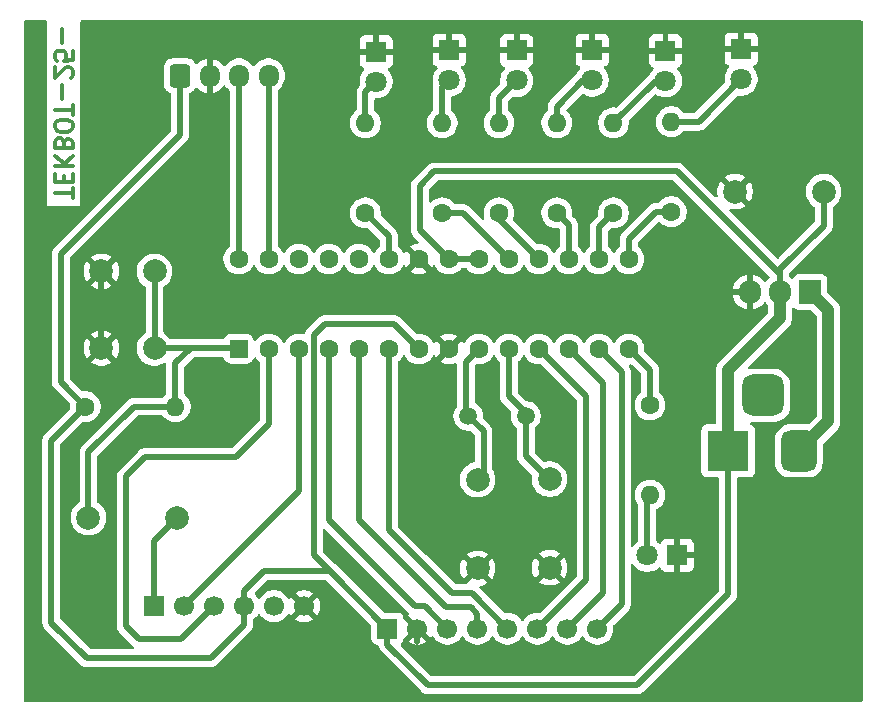
<source format=gbr>
%TF.GenerationSoftware,KiCad,Pcbnew,9.0.1*%
%TF.CreationDate,2025-06-17T17:02:24+01:00*%
%TF.ProjectId,Test_22,54657374-5f32-4322-9e6b-696361645f70,rev?*%
%TF.SameCoordinates,Original*%
%TF.FileFunction,Copper,L2,Bot*%
%TF.FilePolarity,Positive*%
%FSLAX46Y46*%
G04 Gerber Fmt 4.6, Leading zero omitted, Abs format (unit mm)*
G04 Created by KiCad (PCBNEW 9.0.1) date 2025-06-17 17:02:24*
%MOMM*%
%LPD*%
G01*
G04 APERTURE LIST*
G04 Aperture macros list*
%AMRoundRect*
0 Rectangle with rounded corners*
0 $1 Rounding radius*
0 $2 $3 $4 $5 $6 $7 $8 $9 X,Y pos of 4 corners*
0 Add a 4 corners polygon primitive as box body*
4,1,4,$2,$3,$4,$5,$6,$7,$8,$9,$2,$3,0*
0 Add four circle primitives for the rounded corners*
1,1,$1+$1,$2,$3*
1,1,$1+$1,$4,$5*
1,1,$1+$1,$6,$7*
1,1,$1+$1,$8,$9*
0 Add four rect primitives between the rounded corners*
20,1,$1+$1,$2,$3,$4,$5,0*
20,1,$1+$1,$4,$5,$6,$7,0*
20,1,$1+$1,$6,$7,$8,$9,0*
20,1,$1+$1,$8,$9,$2,$3,0*%
G04 Aperture macros list end*
%ADD10C,0.300000*%
%TA.AperFunction,NonConductor*%
%ADD11C,0.300000*%
%TD*%
%TA.AperFunction,ComponentPad*%
%ADD12C,1.500000*%
%TD*%
%TA.AperFunction,ComponentPad*%
%ADD13C,1.600000*%
%TD*%
%TA.AperFunction,ComponentPad*%
%ADD14O,1.600000X1.600000*%
%TD*%
%TA.AperFunction,ComponentPad*%
%ADD15C,2.000000*%
%TD*%
%TA.AperFunction,ComponentPad*%
%ADD16R,1.800000X1.800000*%
%TD*%
%TA.AperFunction,ComponentPad*%
%ADD17C,1.800000*%
%TD*%
%TA.AperFunction,ComponentPad*%
%ADD18R,3.500000X3.500000*%
%TD*%
%TA.AperFunction,ComponentPad*%
%ADD19RoundRect,0.750000X0.750000X1.000000X-0.750000X1.000000X-0.750000X-1.000000X0.750000X-1.000000X0*%
%TD*%
%TA.AperFunction,ComponentPad*%
%ADD20RoundRect,0.875000X0.875000X0.875000X-0.875000X0.875000X-0.875000X-0.875000X0.875000X-0.875000X0*%
%TD*%
%TA.AperFunction,ComponentPad*%
%ADD21R,1.700000X1.700000*%
%TD*%
%TA.AperFunction,ComponentPad*%
%ADD22C,1.700000*%
%TD*%
%TA.AperFunction,ComponentPad*%
%ADD23RoundRect,0.250000X0.550000X-0.550000X0.550000X0.550000X-0.550000X0.550000X-0.550000X-0.550000X0*%
%TD*%
%TA.AperFunction,ComponentPad*%
%ADD24RoundRect,0.250000X-0.600000X-0.725000X0.600000X-0.725000X0.600000X0.725000X-0.600000X0.725000X0*%
%TD*%
%TA.AperFunction,ComponentPad*%
%ADD25O,1.700000X1.950000*%
%TD*%
%TA.AperFunction,ComponentPad*%
%ADD26R,1.905000X2.000000*%
%TD*%
%TA.AperFunction,ComponentPad*%
%ADD27O,1.905000X2.000000*%
%TD*%
%TA.AperFunction,Conductor*%
%ADD28C,0.508000*%
%TD*%
%TA.AperFunction,Conductor*%
%ADD29C,1.016000*%
%TD*%
%TA.AperFunction,Conductor*%
%ADD30C,0.200000*%
%TD*%
G04 APERTURE END LIST*
D10*
D11*
X115599171Y-94859774D02*
X115599171Y-94002632D01*
X114099171Y-94431203D02*
X115599171Y-94431203D01*
X114884885Y-93502632D02*
X114884885Y-93002632D01*
X114099171Y-92788346D02*
X114099171Y-93502632D01*
X114099171Y-93502632D02*
X115599171Y-93502632D01*
X115599171Y-93502632D02*
X115599171Y-92788346D01*
X114099171Y-92145489D02*
X115599171Y-92145489D01*
X114099171Y-91288346D02*
X114956314Y-91931203D01*
X115599171Y-91288346D02*
X114742028Y-92145489D01*
X114884885Y-90145489D02*
X114813457Y-89931203D01*
X114813457Y-89931203D02*
X114742028Y-89859774D01*
X114742028Y-89859774D02*
X114599171Y-89788346D01*
X114599171Y-89788346D02*
X114384885Y-89788346D01*
X114384885Y-89788346D02*
X114242028Y-89859774D01*
X114242028Y-89859774D02*
X114170600Y-89931203D01*
X114170600Y-89931203D02*
X114099171Y-90074060D01*
X114099171Y-90074060D02*
X114099171Y-90645489D01*
X114099171Y-90645489D02*
X115599171Y-90645489D01*
X115599171Y-90645489D02*
X115599171Y-90145489D01*
X115599171Y-90145489D02*
X115527742Y-90002632D01*
X115527742Y-90002632D02*
X115456314Y-89931203D01*
X115456314Y-89931203D02*
X115313457Y-89859774D01*
X115313457Y-89859774D02*
X115170600Y-89859774D01*
X115170600Y-89859774D02*
X115027742Y-89931203D01*
X115027742Y-89931203D02*
X114956314Y-90002632D01*
X114956314Y-90002632D02*
X114884885Y-90145489D01*
X114884885Y-90145489D02*
X114884885Y-90645489D01*
X115599171Y-88859774D02*
X115599171Y-88574060D01*
X115599171Y-88574060D02*
X115527742Y-88431203D01*
X115527742Y-88431203D02*
X115384885Y-88288346D01*
X115384885Y-88288346D02*
X115099171Y-88216917D01*
X115099171Y-88216917D02*
X114599171Y-88216917D01*
X114599171Y-88216917D02*
X114313457Y-88288346D01*
X114313457Y-88288346D02*
X114170600Y-88431203D01*
X114170600Y-88431203D02*
X114099171Y-88574060D01*
X114099171Y-88574060D02*
X114099171Y-88859774D01*
X114099171Y-88859774D02*
X114170600Y-89002632D01*
X114170600Y-89002632D02*
X114313457Y-89145489D01*
X114313457Y-89145489D02*
X114599171Y-89216917D01*
X114599171Y-89216917D02*
X115099171Y-89216917D01*
X115099171Y-89216917D02*
X115384885Y-89145489D01*
X115384885Y-89145489D02*
X115527742Y-89002632D01*
X115527742Y-89002632D02*
X115599171Y-88859774D01*
X115599171Y-87788345D02*
X115599171Y-86931203D01*
X114099171Y-87359774D02*
X115599171Y-87359774D01*
X114670600Y-86431203D02*
X114670600Y-85288346D01*
X115456314Y-84645488D02*
X115527742Y-84574060D01*
X115527742Y-84574060D02*
X115599171Y-84431203D01*
X115599171Y-84431203D02*
X115599171Y-84074060D01*
X115599171Y-84074060D02*
X115527742Y-83931203D01*
X115527742Y-83931203D02*
X115456314Y-83859774D01*
X115456314Y-83859774D02*
X115313457Y-83788345D01*
X115313457Y-83788345D02*
X115170600Y-83788345D01*
X115170600Y-83788345D02*
X114956314Y-83859774D01*
X114956314Y-83859774D02*
X114099171Y-84716917D01*
X114099171Y-84716917D02*
X114099171Y-83788345D01*
X115599171Y-82431203D02*
X115599171Y-83145489D01*
X115599171Y-83145489D02*
X114884885Y-83216917D01*
X114884885Y-83216917D02*
X114956314Y-83145489D01*
X114956314Y-83145489D02*
X115027742Y-83002632D01*
X115027742Y-83002632D02*
X115027742Y-82645489D01*
X115027742Y-82645489D02*
X114956314Y-82502632D01*
X114956314Y-82502632D02*
X114884885Y-82431203D01*
X114884885Y-82431203D02*
X114742028Y-82359774D01*
X114742028Y-82359774D02*
X114384885Y-82359774D01*
X114384885Y-82359774D02*
X114242028Y-82431203D01*
X114242028Y-82431203D02*
X114170600Y-82502632D01*
X114170600Y-82502632D02*
X114099171Y-82645489D01*
X114099171Y-82645489D02*
X114099171Y-83002632D01*
X114099171Y-83002632D02*
X114170600Y-83145489D01*
X114170600Y-83145489D02*
X114242028Y-83216917D01*
X114670600Y-81716918D02*
X114670600Y-80574061D01*
D12*
%TO.P,Y1,1,1*%
%TO.N,XTAL2*%
X153980000Y-113300000D03*
%TO.P,Y1,2,2*%
%TO.N,XTAL1*%
X149100000Y-113300000D03*
%TD*%
D13*
%TO.P,R7,1*%
%TO.N,FRONT*%
X151700000Y-96100000D03*
D14*
%TO.P,R7,2*%
%TO.N,Net-(D6-A)*%
X151700000Y-88480000D03*
%TD*%
D15*
%TO.P,SW1,1,1*%
%TO.N,V-*%
X118040000Y-107550000D03*
X118040000Y-101050000D03*
%TO.P,SW1,2,2*%
%TO.N,RST*%
X122540000Y-107550000D03*
X122540000Y-101050000D03*
%TD*%
%TO.P,C4,1*%
%TO.N,Net-(J1-Pin_1)*%
X124450000Y-121900000D03*
%TO.P,C4,2*%
%TO.N,RST*%
X116950000Y-121900000D03*
%TD*%
D16*
%TO.P,D2,1,K*%
%TO.N,V-*%
X166800000Y-125100000D03*
D17*
%TO.P,D2,2,A*%
%TO.N,Net-(D2-A)*%
X164260000Y-125100000D03*
%TD*%
D18*
%TO.P,J4,1*%
%TO.N,V+*%
X171100000Y-116257500D03*
D19*
%TO.P,J4,2*%
%TO.N,GND*%
X177100000Y-116257500D03*
D20*
%TO.P,J4,3*%
%TO.N,N/C*%
X174100000Y-111557500D03*
%TD*%
D13*
%TO.P,R6,1*%
%TO.N,RIGHT*%
X156600000Y-96100000D03*
D14*
%TO.P,R6,2*%
%TO.N,Net-(D5-A)*%
X156600000Y-88480000D03*
%TD*%
D21*
%TO.P,J2,1,Pin_1*%
%TO.N,V+*%
X142260000Y-131300000D03*
D22*
%TO.P,J2,2,Pin_2*%
%TO.N,V-*%
X144800000Y-131300000D03*
%TO.P,J2,3,Pin_3*%
%TO.N,D4*%
X147340000Y-131300000D03*
%TO.P,J2,4,Pin_4*%
%TO.N,D5*%
X149880000Y-131300000D03*
%TO.P,J2,5,Pin_5*%
%TO.N,D6*%
X152420000Y-131300000D03*
%TO.P,J2,6,Pin_6*%
%TO.N,D7*%
X154960000Y-131300000D03*
%TO.P,J2,7,Pin_7*%
%TO.N,RS*%
X157500000Y-131300000D03*
%TO.P,J2,8,Pin_8*%
%TO.N,E*%
X160040000Y-131300000D03*
%TD*%
D23*
%TO.P,U1,1,~{RESET}/PC6*%
%TO.N,RST*%
X129680000Y-107620000D03*
D13*
%TO.P,U1,2,PD0*%
%TO.N,Tx*%
X132220000Y-107620000D03*
%TO.P,U1,3,PD1*%
%TO.N,Rx*%
X134760000Y-107620000D03*
%TO.P,U1,4,PD2*%
%TO.N,D4*%
X137300000Y-107620000D03*
%TO.P,U1,5,PD3*%
%TO.N,D5*%
X139840000Y-107620000D03*
%TO.P,U1,6,PD4*%
%TO.N,D6*%
X142380000Y-107620000D03*
%TO.P,U1,7,VCC*%
%TO.N,V+*%
X144920000Y-107620000D03*
%TO.P,U1,8,GND*%
%TO.N,V-*%
X147460000Y-107620000D03*
%TO.P,U1,9,XTAL1/PB6*%
%TO.N,XTAL1*%
X150000000Y-107620000D03*
%TO.P,U1,10,XTAL2/PB7*%
%TO.N,XTAL2*%
X152540000Y-107620000D03*
%TO.P,U1,11,PD5*%
%TO.N,D7*%
X155080000Y-107620000D03*
%TO.P,U1,12,PD6*%
%TO.N,RS*%
X157620000Y-107620000D03*
%TO.P,U1,13,PD7*%
%TO.N,E*%
X160160000Y-107620000D03*
%TO.P,U1,14,PB0*%
%TO.N,UP*%
X162700000Y-107620000D03*
%TO.P,U1,15,PB1*%
%TO.N,DOWN*%
X162700000Y-100000000D03*
%TO.P,U1,16,PB2*%
%TO.N,LEFT*%
X160160000Y-100000000D03*
%TO.P,U1,17,PB3*%
%TO.N,RIGHT*%
X157620000Y-100000000D03*
%TO.P,U1,18,PB4*%
%TO.N,FRONT*%
X155080000Y-100000000D03*
%TO.P,U1,19,PB5*%
%TO.N,Lbuilt*%
X152540000Y-100000000D03*
%TO.P,U1,20,AVCC*%
%TO.N,V+*%
X150000000Y-100000000D03*
%TO.P,U1,21,AREF*%
X147460000Y-100000000D03*
%TO.P,U1,22,GND*%
%TO.N,V-*%
X144920000Y-100000000D03*
%TO.P,U1,23,PC0*%
%TO.N,BACK*%
X142380000Y-100000000D03*
%TO.P,U1,24,PC1*%
%TO.N,unconnected-(U1-PC1-Pad24)*%
X139840000Y-100000000D03*
%TO.P,U1,25,PC2*%
%TO.N,unconnected-(U1-PC2-Pad25)*%
X137300000Y-100000000D03*
%TO.P,U1,26,PC3*%
%TO.N,unconnected-(U1-PC3-Pad26)*%
X134760000Y-100000000D03*
%TO.P,U1,27,PC4*%
%TO.N,SDA*%
X132220000Y-100000000D03*
%TO.P,U1,28,PC5*%
%TO.N,SCL*%
X129680000Y-100000000D03*
%TD*%
D16*
%TO.P,D6,1,K*%
%TO.N,V-*%
X153200000Y-82350000D03*
D17*
%TO.P,D6,2,A*%
%TO.N,Net-(D6-A)*%
X153200000Y-84890000D03*
%TD*%
D15*
%TO.P,C1,1*%
%TO.N,XTAL1*%
X149900000Y-118700000D03*
%TO.P,C1,2*%
%TO.N,V-*%
X149900000Y-126200000D03*
%TD*%
D13*
%TO.P,R1,1*%
%TO.N,Lbuilt*%
X146900000Y-96100000D03*
D14*
%TO.P,R1,2*%
%TO.N,Net-(D1-A)*%
X146900000Y-88480000D03*
%TD*%
D16*
%TO.P,D3,1,K*%
%TO.N,V-*%
X172200000Y-82250000D03*
D17*
%TO.P,D3,2,A*%
%TO.N,Net-(D3-A)*%
X172200000Y-84790000D03*
%TD*%
D13*
%TO.P,R5,1*%
%TO.N,LEFT*%
X161400000Y-96100000D03*
D14*
%TO.P,R5,2*%
%TO.N,Net-(D4-A)*%
X161400000Y-88480000D03*
%TD*%
D16*
%TO.P,D5,1,K*%
%TO.N,V-*%
X159600000Y-82320000D03*
D17*
%TO.P,D5,2,A*%
%TO.N,Net-(D5-A)*%
X159600000Y-84860000D03*
%TD*%
D16*
%TO.P,D4,1,K*%
%TO.N,V-*%
X165800000Y-82380000D03*
D17*
%TO.P,D4,2,A*%
%TO.N,Net-(D4-A)*%
X165800000Y-84920000D03*
%TD*%
D24*
%TO.P,J3,1,Pin_1*%
%TO.N,V+*%
X124700000Y-84500000D03*
D25*
%TO.P,J3,2,Pin_2*%
%TO.N,V-*%
X127200000Y-84500000D03*
%TO.P,J3,3,Pin_3*%
%TO.N,SCL*%
X129700000Y-84500000D03*
%TO.P,J3,4,Pin_4*%
%TO.N,SDA*%
X132200000Y-84500000D03*
%TD*%
D13*
%TO.P,R8,1*%
%TO.N,BACK*%
X140400000Y-96100000D03*
D14*
%TO.P,R8,2*%
%TO.N,Net-(D7-A)*%
X140400000Y-88480000D03*
%TD*%
D15*
%TO.P,C3,1*%
%TO.N,V+*%
X179200000Y-94300000D03*
%TO.P,C3,2*%
%TO.N,V-*%
X171700000Y-94300000D03*
%TD*%
D26*
%TO.P,Q1,1,D*%
%TO.N,GND*%
X178040000Y-102805000D03*
D27*
%TO.P,Q1,2,G*%
%TO.N,V+*%
X175500000Y-102805000D03*
%TO.P,Q1,3,S*%
%TO.N,V-*%
X172960000Y-102805000D03*
%TD*%
D21*
%TO.P,J1,1,Pin_1*%
%TO.N,Net-(J1-Pin_1)*%
X122500000Y-129400000D03*
D22*
%TO.P,J1,2,Pin_2*%
%TO.N,Rx*%
X125040000Y-129400000D03*
%TO.P,J1,3,Pin_3*%
%TO.N,Tx*%
X127580000Y-129400000D03*
%TO.P,J1,4,Pin_4*%
%TO.N,V+*%
X130120000Y-129400000D03*
%TO.P,J1,5,Pin_5*%
%TO.N,unconnected-(J1-Pin_5-Pad5)*%
X132660000Y-129400000D03*
%TO.P,J1,6,Pin_6*%
%TO.N,V-*%
X135200000Y-129400000D03*
%TD*%
D13*
%TO.P,R3,1*%
%TO.N,UP*%
X164500000Y-112380000D03*
D14*
%TO.P,R3,2*%
%TO.N,Net-(D2-A)*%
X164500000Y-120000000D03*
%TD*%
D15*
%TO.P,C2,1*%
%TO.N,XTAL2*%
X156000000Y-118650000D03*
%TO.P,C2,2*%
%TO.N,V-*%
X156000000Y-126150000D03*
%TD*%
D13*
%TO.P,R2,1*%
%TO.N,V+*%
X116680000Y-112500000D03*
D14*
%TO.P,R2,2*%
%TO.N,RST*%
X124300000Y-112500000D03*
%TD*%
D13*
%TO.P,R4,1*%
%TO.N,DOWN*%
X166300000Y-96000000D03*
D14*
%TO.P,R4,2*%
%TO.N,Net-(D3-A)*%
X166300000Y-88380000D03*
%TD*%
D16*
%TO.P,D1,1,K*%
%TO.N,V-*%
X147500000Y-82320000D03*
D17*
%TO.P,D1,2,A*%
%TO.N,Net-(D1-A)*%
X147500000Y-84860000D03*
%TD*%
D16*
%TO.P,D7,1,K*%
%TO.N,V-*%
X141300000Y-82450000D03*
D17*
%TO.P,D7,2,A*%
%TO.N,Net-(D7-A)*%
X141300000Y-84990000D03*
%TD*%
D28*
%TO.N,Net-(D7-A)*%
X140400000Y-85890000D02*
X141300000Y-84990000D01*
X140400000Y-88480000D02*
X140400000Y-85890000D01*
%TO.N,BACK*%
X142400000Y-99980000D02*
X142380000Y-100000000D01*
X142400000Y-98100000D02*
X142400000Y-99980000D01*
X140400000Y-96100000D02*
X142400000Y-98100000D01*
%TO.N,V+*%
X130120000Y-128080000D02*
X130120000Y-129400000D01*
X131800000Y-126400000D02*
X130120000Y-128080000D01*
X137360000Y-126400000D02*
X131800000Y-126400000D01*
X136045000Y-125085000D02*
X137360000Y-126400000D01*
X136045000Y-106455000D02*
X136045000Y-125085000D01*
X142260000Y-131300000D02*
X137360000Y-126400000D01*
X130120000Y-130980000D02*
X130120000Y-129400000D01*
X137000000Y-105500000D02*
X136045000Y-106455000D01*
X142800000Y-105500000D02*
X137000000Y-105500000D01*
X144920000Y-107620000D02*
X142800000Y-105500000D01*
%TO.N,XTAL2*%
X153980000Y-116680000D02*
X153980000Y-113300000D01*
X153980000Y-113080000D02*
X152540000Y-111640000D01*
X156000000Y-118650000D02*
X155950000Y-118650000D01*
X155950000Y-118650000D02*
X153980000Y-116680000D01*
X152540000Y-111640000D02*
X152540000Y-107620000D01*
X153980000Y-113300000D02*
X153980000Y-113080000D01*
%TO.N,V-*%
X127150000Y-84550000D02*
X127200000Y-84500000D01*
X118040000Y-107550000D02*
X118040000Y-101050000D01*
X144800000Y-131300000D02*
X144800000Y-132400000D01*
%TO.N,XTAL1*%
X148900000Y-113100000D02*
X148900000Y-108720000D01*
X148900000Y-108720000D02*
X150000000Y-107620000D01*
X150400000Y-114600000D02*
X149100000Y-113300000D01*
X150400000Y-118200000D02*
X150400000Y-114600000D01*
X149900000Y-118700000D02*
X150400000Y-118200000D01*
X149100000Y-113300000D02*
X148900000Y-113100000D01*
%TO.N,Net-(D1-A)*%
X146900000Y-85460000D02*
X147500000Y-84860000D01*
X146900000Y-88480000D02*
X146900000Y-85460000D01*
D29*
%TO.N,GND*%
X177100000Y-116257500D02*
X179600000Y-113757500D01*
X179600000Y-104365000D02*
X178040000Y-102805000D01*
X179600000Y-113757500D02*
X179600000Y-104365000D01*
D28*
%TO.N,Net-(D2-A)*%
X164260000Y-120240000D02*
X164500000Y-120000000D01*
X164260000Y-125100000D02*
X164260000Y-120240000D01*
%TO.N,Net-(D3-A)*%
X168610000Y-88380000D02*
X172200000Y-84790000D01*
X166300000Y-88380000D02*
X168610000Y-88380000D01*
%TO.N,Net-(D4-A)*%
X161400000Y-88480000D02*
X164960000Y-84920000D01*
X164960000Y-84920000D02*
X165800000Y-84920000D01*
%TO.N,Net-(D5-A)*%
X158840000Y-84860000D02*
X159600000Y-84860000D01*
X156600000Y-87100000D02*
X158840000Y-84860000D01*
X156600000Y-88480000D02*
X156600000Y-87100000D01*
%TO.N,Net-(D6-A)*%
X151700000Y-86390000D02*
X153200000Y-84890000D01*
X151700000Y-88480000D02*
X151700000Y-86390000D01*
%TO.N,Rx*%
X134760000Y-107620000D02*
X134760000Y-119680000D01*
X134760000Y-119680000D02*
X125040000Y-129400000D01*
%TO.N,RST*%
X125600000Y-107550000D02*
X129610000Y-107550000D01*
X122540000Y-107550000D02*
X125600000Y-107550000D01*
X116950000Y-121900000D02*
X116950000Y-116350000D01*
X124300000Y-112500000D02*
X124300000Y-108850000D01*
X129610000Y-107550000D02*
X129680000Y-107620000D01*
X116950000Y-116350000D02*
X120800000Y-112500000D01*
X124300000Y-108850000D02*
X125600000Y-107550000D01*
X122540000Y-101050000D02*
X122540000Y-107550000D01*
X120800000Y-112500000D02*
X124300000Y-112500000D01*
%TO.N,Tx*%
X132220000Y-107620000D02*
X132220000Y-113980000D01*
X129400000Y-116800000D02*
X121700000Y-116800000D01*
X120100000Y-118400000D02*
X120100000Y-131100000D01*
X121700000Y-116800000D02*
X120100000Y-118400000D01*
X132220000Y-113980000D02*
X129400000Y-116800000D01*
X121200000Y-132200000D02*
X124800000Y-132200000D01*
X127580000Y-129420000D02*
X127580000Y-129400000D01*
X120100000Y-131100000D02*
X121200000Y-132200000D01*
X124800000Y-132200000D02*
X127580000Y-129420000D01*
%TO.N,V+*%
X179200000Y-94300000D02*
X179200000Y-97182897D01*
X142260000Y-131300000D02*
X142260000Y-132660000D01*
X150000000Y-100000000D02*
X147460000Y-100000000D01*
X146200000Y-92600000D02*
X166800000Y-92600000D01*
X147460000Y-100000000D02*
X145000000Y-97540000D01*
X113800000Y-130800000D02*
X113800000Y-115380000D01*
X127300000Y-133800000D02*
X116800000Y-133800000D01*
X147460000Y-100000000D02*
X147460000Y-99560000D01*
X175500000Y-101300000D02*
X175500000Y-102805000D01*
D29*
X171100000Y-109400000D02*
X175500000Y-105000000D01*
D28*
X113800000Y-115380000D02*
X116680000Y-112500000D01*
X130120000Y-130980000D02*
X127300000Y-133800000D01*
X124700000Y-89500000D02*
X124700000Y-84500000D01*
X142260000Y-132660000D02*
X145700000Y-136100000D01*
X145000000Y-93800000D02*
X146200000Y-92600000D01*
X116800000Y-133800000D02*
X113800000Y-130800000D01*
X163400000Y-136100000D02*
X171100000Y-128400000D01*
X114600000Y-99600000D02*
X124700000Y-89500000D01*
X179200000Y-97182897D02*
X175500000Y-100882897D01*
X171100000Y-128400000D02*
X171100000Y-116257500D01*
D29*
X171100000Y-116257500D02*
X171100000Y-109400000D01*
X175500000Y-105000000D02*
X175500000Y-102805000D01*
D28*
X145700000Y-136100000D02*
X163400000Y-136100000D01*
X145000000Y-97540000D02*
X145000000Y-93800000D01*
X116680000Y-112500000D02*
X114600000Y-110420000D01*
X175500000Y-100882897D02*
X175500000Y-102805000D01*
X114600000Y-110420000D02*
X114600000Y-99600000D01*
X166800000Y-92600000D02*
X175500000Y-101300000D01*
%TO.N,D6*%
X142380000Y-122980000D02*
X142380000Y-107620000D01*
X149400000Y-128300000D02*
X147700000Y-128300000D01*
X147700000Y-128300000D02*
X142380000Y-122980000D01*
X152400000Y-131300000D02*
X149400000Y-128300000D01*
X152420000Y-131300000D02*
X152400000Y-131300000D01*
%TO.N,E*%
X162100000Y-109560000D02*
X160160000Y-107620000D01*
X162100000Y-129240000D02*
X162100000Y-109560000D01*
X160040000Y-131300000D02*
X162100000Y-129240000D01*
%TO.N,RS*%
X160500000Y-128300000D02*
X160500000Y-110500000D01*
X160500000Y-110500000D02*
X157620000Y-107620000D01*
X157500000Y-131300000D02*
X160500000Y-128300000D01*
%TO.N,D4*%
X147340000Y-131300000D02*
X145440000Y-129400000D01*
X137300000Y-122100000D02*
X137300000Y-107620000D01*
X147340000Y-131300000D02*
X147200000Y-131300000D01*
X145440000Y-129400000D02*
X144600000Y-129400000D01*
X144600000Y-129400000D02*
X137300000Y-122100000D01*
%TO.N,D7*%
X159100000Y-111640000D02*
X159100000Y-127160000D01*
X159100000Y-127160000D02*
X154960000Y-131300000D01*
X155080000Y-107620000D02*
X159100000Y-111640000D01*
%TO.N,D5*%
X149880000Y-131300000D02*
X149880000Y-130080000D01*
X149880000Y-130080000D02*
X149300000Y-129500000D01*
X147200000Y-129500000D02*
X139840000Y-122140000D01*
X139840000Y-122140000D02*
X139840000Y-107620000D01*
X149300000Y-129500000D02*
X147200000Y-129500000D01*
D30*
%TO.N,SCL*%
X129700000Y-99980000D02*
X129680000Y-100000000D01*
D28*
X129700000Y-84600000D02*
X129680000Y-84620000D01*
X129680000Y-84620000D02*
X129680000Y-100000000D01*
X129700000Y-84500000D02*
X129700000Y-84600000D01*
%TO.N,SDA*%
X132200000Y-84500000D02*
X132200000Y-99980000D01*
X132200000Y-99980000D02*
X132220000Y-100000000D01*
%TO.N,Lbuilt*%
X148640000Y-96100000D02*
X146900000Y-96100000D01*
X152540000Y-100000000D02*
X148640000Y-96100000D01*
%TO.N,UP*%
X164500000Y-109420000D02*
X162700000Y-107620000D01*
X164500000Y-112380000D02*
X164500000Y-109420000D01*
%TO.N,DOWN*%
X162700000Y-100000000D02*
X162700000Y-98300000D01*
X162700000Y-98300000D02*
X165000000Y-96000000D01*
X165000000Y-96000000D02*
X166300000Y-96000000D01*
%TO.N,LEFT*%
X160160000Y-97340000D02*
X161400000Y-96100000D01*
X160160000Y-100000000D02*
X160160000Y-97340000D01*
%TO.N,RIGHT*%
X157620000Y-100000000D02*
X157620000Y-97120000D01*
X157620000Y-97120000D02*
X156600000Y-96100000D01*
%TO.N,FRONT*%
X155080000Y-100000000D02*
X151700000Y-96620000D01*
X151700000Y-96620000D02*
X151700000Y-96100000D01*
%TO.N,Net-(J1-Pin_1)*%
X122500000Y-123850000D02*
X124450000Y-121900000D01*
X122500000Y-129400000D02*
X122500000Y-123850000D01*
%TD*%
%TA.AperFunction,Conductor*%
%TO.N,V-*%
G36*
X127450000Y-85952230D02*
G01*
X127516126Y-85941757D01*
X127516129Y-85941757D01*
X127718217Y-85876095D01*
X127907557Y-85779620D01*
X128079459Y-85654727D01*
X128079464Y-85654723D01*
X128229721Y-85504466D01*
X128349371Y-85339781D01*
X128404701Y-85297115D01*
X128474314Y-85291136D01*
X128536110Y-85323741D01*
X128550008Y-85339781D01*
X128669890Y-85504785D01*
X128669894Y-85504790D01*
X128669896Y-85504792D01*
X128820208Y-85655104D01*
X128874385Y-85694465D01*
X128917051Y-85749793D01*
X128925500Y-85794783D01*
X128925500Y-98877488D01*
X128905815Y-98944527D01*
X128874385Y-98977806D01*
X128832787Y-99008028D01*
X128832782Y-99008032D01*
X128688028Y-99152786D01*
X128567715Y-99318386D01*
X128474781Y-99500776D01*
X128411522Y-99695465D01*
X128379500Y-99897648D01*
X128379500Y-100102351D01*
X128411522Y-100304534D01*
X128474781Y-100499223D01*
X128531170Y-100609890D01*
X128567585Y-100681359D01*
X128567715Y-100681613D01*
X128688028Y-100847213D01*
X128832786Y-100991971D01*
X128953226Y-101079474D01*
X128998390Y-101112287D01*
X129090266Y-101159100D01*
X129180776Y-101205218D01*
X129180778Y-101205218D01*
X129180781Y-101205220D01*
X129243757Y-101225682D01*
X129375465Y-101268477D01*
X129476557Y-101284488D01*
X129577648Y-101300500D01*
X129577649Y-101300500D01*
X129782351Y-101300500D01*
X129782352Y-101300500D01*
X129984534Y-101268477D01*
X130179219Y-101205220D01*
X130361610Y-101112287D01*
X130454590Y-101044732D01*
X130527213Y-100991971D01*
X130527215Y-100991968D01*
X130527219Y-100991966D01*
X130671966Y-100847219D01*
X130671968Y-100847215D01*
X130671971Y-100847213D01*
X130792284Y-100681614D01*
X130792286Y-100681611D01*
X130792287Y-100681610D01*
X130839516Y-100588917D01*
X130887489Y-100538123D01*
X130955310Y-100521328D01*
X131021445Y-100543865D01*
X131060485Y-100588919D01*
X131107715Y-100681614D01*
X131228028Y-100847213D01*
X131372786Y-100991971D01*
X131493226Y-101079474D01*
X131538390Y-101112287D01*
X131630266Y-101159100D01*
X131720776Y-101205218D01*
X131720778Y-101205218D01*
X131720781Y-101205220D01*
X131783757Y-101225682D01*
X131915465Y-101268477D01*
X132016557Y-101284488D01*
X132117648Y-101300500D01*
X132117649Y-101300500D01*
X132322351Y-101300500D01*
X132322352Y-101300500D01*
X132524534Y-101268477D01*
X132719219Y-101205220D01*
X132901610Y-101112287D01*
X132994590Y-101044732D01*
X133067213Y-100991971D01*
X133067215Y-100991968D01*
X133067219Y-100991966D01*
X133211966Y-100847219D01*
X133211968Y-100847215D01*
X133211971Y-100847213D01*
X133332284Y-100681614D01*
X133332286Y-100681611D01*
X133332287Y-100681610D01*
X133379516Y-100588917D01*
X133427489Y-100538123D01*
X133495310Y-100521328D01*
X133561445Y-100543865D01*
X133600485Y-100588919D01*
X133647715Y-100681614D01*
X133768028Y-100847213D01*
X133912786Y-100991971D01*
X134033226Y-101079474D01*
X134078390Y-101112287D01*
X134170266Y-101159100D01*
X134260776Y-101205218D01*
X134260778Y-101205218D01*
X134260781Y-101205220D01*
X134323757Y-101225682D01*
X134455465Y-101268477D01*
X134556557Y-101284488D01*
X134657648Y-101300500D01*
X134657649Y-101300500D01*
X134862351Y-101300500D01*
X134862352Y-101300500D01*
X135064534Y-101268477D01*
X135259219Y-101205220D01*
X135441610Y-101112287D01*
X135534590Y-101044732D01*
X135607213Y-100991971D01*
X135607215Y-100991968D01*
X135607219Y-100991966D01*
X135751966Y-100847219D01*
X135751968Y-100847215D01*
X135751971Y-100847213D01*
X135872284Y-100681614D01*
X135872286Y-100681611D01*
X135872287Y-100681610D01*
X135919516Y-100588917D01*
X135967489Y-100538123D01*
X136035310Y-100521328D01*
X136101445Y-100543865D01*
X136140485Y-100588919D01*
X136187715Y-100681614D01*
X136308028Y-100847213D01*
X136452786Y-100991971D01*
X136573226Y-101079474D01*
X136618390Y-101112287D01*
X136710266Y-101159100D01*
X136800776Y-101205218D01*
X136800778Y-101205218D01*
X136800781Y-101205220D01*
X136863757Y-101225682D01*
X136995465Y-101268477D01*
X137096557Y-101284488D01*
X137197648Y-101300500D01*
X137197649Y-101300500D01*
X137402351Y-101300500D01*
X137402352Y-101300500D01*
X137604534Y-101268477D01*
X137799219Y-101205220D01*
X137981610Y-101112287D01*
X138074590Y-101044732D01*
X138147213Y-100991971D01*
X138147215Y-100991968D01*
X138147219Y-100991966D01*
X138291966Y-100847219D01*
X138291968Y-100847215D01*
X138291971Y-100847213D01*
X138412284Y-100681614D01*
X138412286Y-100681611D01*
X138412287Y-100681610D01*
X138459516Y-100588917D01*
X138507489Y-100538123D01*
X138575310Y-100521328D01*
X138641445Y-100543865D01*
X138680485Y-100588919D01*
X138727715Y-100681614D01*
X138848028Y-100847213D01*
X138992786Y-100991971D01*
X139113226Y-101079474D01*
X139158390Y-101112287D01*
X139250266Y-101159100D01*
X139340776Y-101205218D01*
X139340778Y-101205218D01*
X139340781Y-101205220D01*
X139403757Y-101225682D01*
X139535465Y-101268477D01*
X139636557Y-101284488D01*
X139737648Y-101300500D01*
X139737649Y-101300500D01*
X139942351Y-101300500D01*
X139942352Y-101300500D01*
X140144534Y-101268477D01*
X140339219Y-101205220D01*
X140521610Y-101112287D01*
X140614590Y-101044732D01*
X140687213Y-100991971D01*
X140687215Y-100991968D01*
X140687219Y-100991966D01*
X140831966Y-100847219D01*
X140831968Y-100847215D01*
X140831971Y-100847213D01*
X140952284Y-100681614D01*
X140952286Y-100681611D01*
X140952287Y-100681610D01*
X140999516Y-100588917D01*
X141047489Y-100538123D01*
X141115310Y-100521328D01*
X141181445Y-100543865D01*
X141220485Y-100588919D01*
X141267715Y-100681614D01*
X141388028Y-100847213D01*
X141532786Y-100991971D01*
X141653226Y-101079474D01*
X141698390Y-101112287D01*
X141790266Y-101159100D01*
X141880776Y-101205218D01*
X141880778Y-101205218D01*
X141880781Y-101205220D01*
X141943757Y-101225682D01*
X142075465Y-101268477D01*
X142176557Y-101284488D01*
X142277648Y-101300500D01*
X142277649Y-101300500D01*
X142482351Y-101300500D01*
X142482352Y-101300500D01*
X142684534Y-101268477D01*
X142879219Y-101205220D01*
X143061610Y-101112287D01*
X143154590Y-101044732D01*
X143227213Y-100991971D01*
X143227215Y-100991968D01*
X143227219Y-100991966D01*
X143371966Y-100847219D01*
X143371968Y-100847215D01*
X143371971Y-100847213D01*
X143479920Y-100698632D01*
X143492287Y-100681610D01*
X143539795Y-100588369D01*
X143587769Y-100537573D01*
X143655590Y-100520778D01*
X143721725Y-100543315D01*
X143760765Y-100588369D01*
X143808141Y-100681350D01*
X143808147Y-100681359D01*
X143840523Y-100725921D01*
X143840524Y-100725922D01*
X144520000Y-100046446D01*
X144520000Y-100052661D01*
X144547259Y-100154394D01*
X144599920Y-100245606D01*
X144674394Y-100320080D01*
X144765606Y-100372741D01*
X144867339Y-100400000D01*
X144873553Y-100400000D01*
X144194076Y-101079474D01*
X144238650Y-101111859D01*
X144420968Y-101204755D01*
X144615582Y-101267990D01*
X144817683Y-101300000D01*
X145022317Y-101300000D01*
X145224417Y-101267990D01*
X145419031Y-101204755D01*
X145601349Y-101111859D01*
X145645921Y-101079474D01*
X144966447Y-100400000D01*
X144972661Y-100400000D01*
X145074394Y-100372741D01*
X145165606Y-100320080D01*
X145240080Y-100245606D01*
X145292741Y-100154394D01*
X145320000Y-100052661D01*
X145320000Y-100046446D01*
X145999474Y-100725921D01*
X146031861Y-100681347D01*
X146031861Y-100681346D01*
X146079234Y-100588371D01*
X146127208Y-100537575D01*
X146195028Y-100520779D01*
X146261164Y-100543316D01*
X146300203Y-100588369D01*
X146347713Y-100681611D01*
X146468028Y-100847213D01*
X146612786Y-100991971D01*
X146733226Y-101079474D01*
X146778390Y-101112287D01*
X146870266Y-101159100D01*
X146960776Y-101205218D01*
X146960778Y-101205218D01*
X146960781Y-101205220D01*
X147023757Y-101225682D01*
X147155465Y-101268477D01*
X147256557Y-101284488D01*
X147357648Y-101300500D01*
X147357649Y-101300500D01*
X147562351Y-101300500D01*
X147562352Y-101300500D01*
X147764534Y-101268477D01*
X147959219Y-101205220D01*
X148141610Y-101112287D01*
X148234590Y-101044732D01*
X148307213Y-100991971D01*
X148307215Y-100991968D01*
X148307219Y-100991966D01*
X148451966Y-100847219D01*
X148482192Y-100805615D01*
X148537521Y-100762950D01*
X148582511Y-100754500D01*
X148877489Y-100754500D01*
X148944528Y-100774185D01*
X148977808Y-100805616D01*
X149008030Y-100847215D01*
X149152786Y-100991971D01*
X149273226Y-101079474D01*
X149318390Y-101112287D01*
X149410266Y-101159100D01*
X149500776Y-101205218D01*
X149500778Y-101205218D01*
X149500781Y-101205220D01*
X149563757Y-101225682D01*
X149695465Y-101268477D01*
X149796557Y-101284488D01*
X149897648Y-101300500D01*
X149897649Y-101300500D01*
X150102351Y-101300500D01*
X150102352Y-101300500D01*
X150304534Y-101268477D01*
X150499219Y-101205220D01*
X150681610Y-101112287D01*
X150774590Y-101044732D01*
X150847213Y-100991971D01*
X150847215Y-100991968D01*
X150847219Y-100991966D01*
X150991966Y-100847219D01*
X150991968Y-100847215D01*
X150991971Y-100847213D01*
X151112284Y-100681614D01*
X151112286Y-100681611D01*
X151112287Y-100681610D01*
X151159516Y-100588917D01*
X151207489Y-100538123D01*
X151275310Y-100521328D01*
X151341445Y-100543865D01*
X151380485Y-100588919D01*
X151427715Y-100681614D01*
X151548028Y-100847213D01*
X151692786Y-100991971D01*
X151813226Y-101079474D01*
X151858390Y-101112287D01*
X151950266Y-101159100D01*
X152040776Y-101205218D01*
X152040778Y-101205218D01*
X152040781Y-101205220D01*
X152103757Y-101225682D01*
X152235465Y-101268477D01*
X152336557Y-101284488D01*
X152437648Y-101300500D01*
X152437649Y-101300500D01*
X152642351Y-101300500D01*
X152642352Y-101300500D01*
X152844534Y-101268477D01*
X153039219Y-101205220D01*
X153221610Y-101112287D01*
X153314590Y-101044732D01*
X153387213Y-100991971D01*
X153387215Y-100991968D01*
X153387219Y-100991966D01*
X153531966Y-100847219D01*
X153531968Y-100847215D01*
X153531971Y-100847213D01*
X153652284Y-100681614D01*
X153652286Y-100681611D01*
X153652287Y-100681610D01*
X153699516Y-100588917D01*
X153747489Y-100538123D01*
X153815310Y-100521328D01*
X153881445Y-100543865D01*
X153920485Y-100588919D01*
X153967715Y-100681614D01*
X154088028Y-100847213D01*
X154232786Y-100991971D01*
X154353226Y-101079474D01*
X154398390Y-101112287D01*
X154490266Y-101159100D01*
X154580776Y-101205218D01*
X154580778Y-101205218D01*
X154580781Y-101205220D01*
X154643757Y-101225682D01*
X154775465Y-101268477D01*
X154876557Y-101284488D01*
X154977648Y-101300500D01*
X154977649Y-101300500D01*
X155182351Y-101300500D01*
X155182352Y-101300500D01*
X155384534Y-101268477D01*
X155579219Y-101205220D01*
X155761610Y-101112287D01*
X155854590Y-101044732D01*
X155927213Y-100991971D01*
X155927215Y-100991968D01*
X155927219Y-100991966D01*
X156071966Y-100847219D01*
X156071968Y-100847215D01*
X156071971Y-100847213D01*
X156192284Y-100681614D01*
X156192286Y-100681611D01*
X156192287Y-100681610D01*
X156239516Y-100588917D01*
X156287489Y-100538123D01*
X156355310Y-100521328D01*
X156421445Y-100543865D01*
X156460485Y-100588919D01*
X156507715Y-100681614D01*
X156628028Y-100847213D01*
X156772786Y-100991971D01*
X156893226Y-101079474D01*
X156938390Y-101112287D01*
X157030266Y-101159100D01*
X157120776Y-101205218D01*
X157120778Y-101205218D01*
X157120781Y-101205220D01*
X157183757Y-101225682D01*
X157315465Y-101268477D01*
X157416557Y-101284488D01*
X157517648Y-101300500D01*
X157517649Y-101300500D01*
X157722351Y-101300500D01*
X157722352Y-101300500D01*
X157924534Y-101268477D01*
X158119219Y-101205220D01*
X158301610Y-101112287D01*
X158394590Y-101044732D01*
X158467213Y-100991971D01*
X158467215Y-100991968D01*
X158467219Y-100991966D01*
X158611966Y-100847219D01*
X158611968Y-100847215D01*
X158611971Y-100847213D01*
X158732284Y-100681614D01*
X158732286Y-100681611D01*
X158732287Y-100681610D01*
X158779516Y-100588917D01*
X158827489Y-100538123D01*
X158895310Y-100521328D01*
X158961445Y-100543865D01*
X159000485Y-100588919D01*
X159047715Y-100681614D01*
X159168028Y-100847213D01*
X159312786Y-100991971D01*
X159433226Y-101079474D01*
X159478390Y-101112287D01*
X159570266Y-101159100D01*
X159660776Y-101205218D01*
X159660778Y-101205218D01*
X159660781Y-101205220D01*
X159723757Y-101225682D01*
X159855465Y-101268477D01*
X159956557Y-101284488D01*
X160057648Y-101300500D01*
X160057649Y-101300500D01*
X160262351Y-101300500D01*
X160262352Y-101300500D01*
X160464534Y-101268477D01*
X160659219Y-101205220D01*
X160841610Y-101112287D01*
X160934590Y-101044732D01*
X161007213Y-100991971D01*
X161007215Y-100991968D01*
X161007219Y-100991966D01*
X161151966Y-100847219D01*
X161151968Y-100847215D01*
X161151971Y-100847213D01*
X161272284Y-100681614D01*
X161272286Y-100681611D01*
X161272287Y-100681610D01*
X161319516Y-100588917D01*
X161367489Y-100538123D01*
X161435310Y-100521328D01*
X161501445Y-100543865D01*
X161540485Y-100588919D01*
X161587715Y-100681614D01*
X161708028Y-100847213D01*
X161852786Y-100991971D01*
X161973226Y-101079474D01*
X162018390Y-101112287D01*
X162110266Y-101159100D01*
X162200776Y-101205218D01*
X162200778Y-101205218D01*
X162200781Y-101205220D01*
X162263757Y-101225682D01*
X162395465Y-101268477D01*
X162496557Y-101284488D01*
X162597648Y-101300500D01*
X162597649Y-101300500D01*
X162802351Y-101300500D01*
X162802352Y-101300500D01*
X163004534Y-101268477D01*
X163199219Y-101205220D01*
X163381610Y-101112287D01*
X163474590Y-101044732D01*
X163547213Y-100991971D01*
X163547215Y-100991968D01*
X163547219Y-100991966D01*
X163691966Y-100847219D01*
X163691968Y-100847215D01*
X163691971Y-100847213D01*
X163745028Y-100774185D01*
X163812287Y-100681610D01*
X163905220Y-100499219D01*
X163968477Y-100304534D01*
X164000500Y-100102352D01*
X164000500Y-99897648D01*
X163979753Y-99766657D01*
X163968477Y-99695465D01*
X163921050Y-99549500D01*
X163905220Y-99500781D01*
X163905218Y-99500778D01*
X163905218Y-99500776D01*
X163843641Y-99379926D01*
X163812287Y-99318390D01*
X163753191Y-99237050D01*
X163691971Y-99152786D01*
X163547217Y-99008032D01*
X163547212Y-99008028D01*
X163505615Y-98977806D01*
X163502274Y-98973474D01*
X163497297Y-98971201D01*
X163481164Y-98946098D01*
X163462949Y-98922476D01*
X163461696Y-98915804D01*
X163459523Y-98912423D01*
X163454500Y-98877488D01*
X163454500Y-98663885D01*
X163474185Y-98596846D01*
X163490814Y-98576209D01*
X165176238Y-96890784D01*
X165237561Y-96857300D01*
X165307253Y-96862284D01*
X165351600Y-96890785D01*
X165452786Y-96991971D01*
X165590420Y-97091966D01*
X165618390Y-97112287D01*
X165734607Y-97171503D01*
X165800776Y-97205218D01*
X165800778Y-97205218D01*
X165800781Y-97205220D01*
X165869275Y-97227475D01*
X165995465Y-97268477D01*
X166096557Y-97284488D01*
X166197648Y-97300500D01*
X166197649Y-97300500D01*
X166402351Y-97300500D01*
X166402352Y-97300500D01*
X166604534Y-97268477D01*
X166799219Y-97205220D01*
X166981610Y-97112287D01*
X167100364Y-97026008D01*
X167147213Y-96991971D01*
X167147215Y-96991968D01*
X167147219Y-96991966D01*
X167291966Y-96847219D01*
X167291968Y-96847215D01*
X167291971Y-96847213D01*
X167353441Y-96762605D01*
X167412287Y-96681610D01*
X167505220Y-96499219D01*
X167568477Y-96304534D01*
X167600500Y-96102352D01*
X167600500Y-95897648D01*
X167568477Y-95695466D01*
X167505220Y-95500781D01*
X167505218Y-95500778D01*
X167505218Y-95500776D01*
X167469852Y-95431368D01*
X167412287Y-95318390D01*
X167380396Y-95274495D01*
X167291971Y-95152786D01*
X167147213Y-95008028D01*
X166981613Y-94887715D01*
X166981612Y-94887714D01*
X166981610Y-94887713D01*
X166924653Y-94858691D01*
X166799223Y-94794781D01*
X166604534Y-94731522D01*
X166429995Y-94703878D01*
X166402352Y-94699500D01*
X166197648Y-94699500D01*
X166173329Y-94703351D01*
X165995465Y-94731522D01*
X165800776Y-94794781D01*
X165618386Y-94887715D01*
X165452786Y-95008028D01*
X165308030Y-95152784D01*
X165277808Y-95194384D01*
X165222479Y-95237050D01*
X165177489Y-95245500D01*
X164925683Y-95245500D01*
X164779927Y-95274493D01*
X164779919Y-95274495D01*
X164642608Y-95331371D01*
X164519035Y-95413939D01*
X164519034Y-95413940D01*
X164488461Y-95444514D01*
X164413941Y-95519034D01*
X164413939Y-95519036D01*
X162113943Y-97819030D01*
X162113942Y-97819031D01*
X162031372Y-97942607D01*
X162031366Y-97942618D01*
X161974496Y-98079916D01*
X161974493Y-98079926D01*
X161945499Y-98225685D01*
X161945499Y-98380425D01*
X161945500Y-98380446D01*
X161945500Y-98877488D01*
X161925815Y-98944527D01*
X161894385Y-98977806D01*
X161852787Y-99008028D01*
X161852782Y-99008032D01*
X161708028Y-99152786D01*
X161587715Y-99318386D01*
X161540485Y-99411080D01*
X161492510Y-99461876D01*
X161424689Y-99478671D01*
X161358554Y-99456134D01*
X161319515Y-99411080D01*
X161303641Y-99379926D01*
X161272287Y-99318390D01*
X161213191Y-99237050D01*
X161151971Y-99152786D01*
X161007217Y-99008032D01*
X161007212Y-99008028D01*
X160965615Y-98977806D01*
X160922949Y-98922476D01*
X160914500Y-98877488D01*
X160914500Y-97703886D01*
X160934185Y-97636847D01*
X160950819Y-97616205D01*
X161044649Y-97522375D01*
X161139778Y-97427245D01*
X161201099Y-97393762D01*
X161246855Y-97392455D01*
X161265739Y-97395446D01*
X161297648Y-97400500D01*
X161297649Y-97400500D01*
X161502351Y-97400500D01*
X161502352Y-97400500D01*
X161704534Y-97368477D01*
X161899219Y-97305220D01*
X162081610Y-97212287D01*
X162208749Y-97119916D01*
X162247213Y-97091971D01*
X162247215Y-97091968D01*
X162247219Y-97091966D01*
X162391966Y-96947219D01*
X162391968Y-96947215D01*
X162391971Y-96947213D01*
X162447798Y-96870372D01*
X162512287Y-96781610D01*
X162605220Y-96599219D01*
X162668477Y-96404534D01*
X162700500Y-96202352D01*
X162700500Y-95997648D01*
X162668477Y-95795466D01*
X162657468Y-95761585D01*
X162627621Y-95669725D01*
X162605220Y-95600781D01*
X162605218Y-95600778D01*
X162605218Y-95600776D01*
X162525599Y-95444517D01*
X162512287Y-95418390D01*
X162504556Y-95407749D01*
X162391971Y-95252786D01*
X162247213Y-95108028D01*
X162081613Y-94987715D01*
X162081612Y-94987714D01*
X162081610Y-94987713D01*
X162024653Y-94958691D01*
X161899223Y-94894781D01*
X161704534Y-94831522D01*
X161529995Y-94803878D01*
X161502352Y-94799500D01*
X161297648Y-94799500D01*
X161273329Y-94803351D01*
X161095465Y-94831522D01*
X160900776Y-94894781D01*
X160718386Y-94987715D01*
X160552786Y-95108028D01*
X160408028Y-95252786D01*
X160287715Y-95418386D01*
X160194781Y-95600776D01*
X160131522Y-95795465D01*
X160099500Y-95997648D01*
X160099500Y-96202353D01*
X160107544Y-96253145D01*
X160098588Y-96322438D01*
X160072751Y-96360222D01*
X159573942Y-96859031D01*
X159491372Y-96982607D01*
X159491366Y-96982618D01*
X159434496Y-97119916D01*
X159434493Y-97119926D01*
X159405499Y-97265685D01*
X159405499Y-97420425D01*
X159405500Y-97420446D01*
X159405500Y-98877488D01*
X159385815Y-98944527D01*
X159354385Y-98977806D01*
X159312787Y-99008028D01*
X159312782Y-99008032D01*
X159168028Y-99152786D01*
X159047715Y-99318386D01*
X159000485Y-99411080D01*
X158952510Y-99461876D01*
X158884689Y-99478671D01*
X158818554Y-99456134D01*
X158779515Y-99411080D01*
X158763641Y-99379926D01*
X158732287Y-99318390D01*
X158673191Y-99237050D01*
X158611971Y-99152786D01*
X158467217Y-99008032D01*
X158467212Y-99008028D01*
X158425615Y-98977806D01*
X158382949Y-98922476D01*
X158374500Y-98877488D01*
X158374500Y-97200446D01*
X158374501Y-97200425D01*
X158374501Y-97045685D01*
X158345506Y-96899926D01*
X158345505Y-96899925D01*
X158345505Y-96899921D01*
X158330191Y-96862950D01*
X158288633Y-96762618D01*
X158288632Y-96762617D01*
X158288630Y-96762611D01*
X158248086Y-96701932D01*
X158206059Y-96639034D01*
X158206057Y-96639031D01*
X158096647Y-96529621D01*
X158096624Y-96529600D01*
X157927247Y-96360223D01*
X157893762Y-96298900D01*
X157893762Y-96298899D01*
X157892455Y-96253144D01*
X157900500Y-96202350D01*
X157900500Y-95997648D01*
X157868477Y-95795465D01*
X157827621Y-95669725D01*
X157805220Y-95600781D01*
X157805218Y-95600778D01*
X157805218Y-95600776D01*
X157725599Y-95444517D01*
X157712287Y-95418390D01*
X157704556Y-95407749D01*
X157591971Y-95252786D01*
X157447213Y-95108028D01*
X157281613Y-94987715D01*
X157281612Y-94987714D01*
X157281610Y-94987713D01*
X157224653Y-94958691D01*
X157099223Y-94894781D01*
X156904534Y-94831522D01*
X156729995Y-94803878D01*
X156702352Y-94799500D01*
X156497648Y-94799500D01*
X156473329Y-94803351D01*
X156295465Y-94831522D01*
X156100776Y-94894781D01*
X155918386Y-94987715D01*
X155752786Y-95108028D01*
X155608028Y-95252786D01*
X155487715Y-95418386D01*
X155394781Y-95600776D01*
X155331522Y-95795465D01*
X155299500Y-95997648D01*
X155299500Y-96202351D01*
X155331522Y-96404534D01*
X155394781Y-96599223D01*
X155458691Y-96724653D01*
X155478029Y-96762605D01*
X155487715Y-96781613D01*
X155608028Y-96947213D01*
X155752786Y-97091971D01*
X155868600Y-97176113D01*
X155918390Y-97212287D01*
X156019478Y-97263794D01*
X156100776Y-97305218D01*
X156100778Y-97305218D01*
X156100781Y-97305220D01*
X156200729Y-97337695D01*
X156295465Y-97368477D01*
X156385783Y-97382782D01*
X156497648Y-97400500D01*
X156497649Y-97400500D01*
X156702346Y-97400500D01*
X156702352Y-97400500D01*
X156722102Y-97397371D01*
X156791392Y-97406324D01*
X156844845Y-97451319D01*
X156865487Y-97518070D01*
X156865500Y-97519844D01*
X156865500Y-98877488D01*
X156845815Y-98944527D01*
X156814385Y-98977806D01*
X156772787Y-99008028D01*
X156772782Y-99008032D01*
X156628028Y-99152786D01*
X156507715Y-99318386D01*
X156460485Y-99411080D01*
X156412510Y-99461876D01*
X156344689Y-99478671D01*
X156278554Y-99456134D01*
X156239515Y-99411080D01*
X156223641Y-99379926D01*
X156192287Y-99318390D01*
X156133191Y-99237050D01*
X156071971Y-99152786D01*
X155927213Y-99008028D01*
X155761613Y-98887715D01*
X155761612Y-98887714D01*
X155761610Y-98887713D01*
X155704653Y-98858691D01*
X155579223Y-98794781D01*
X155384534Y-98731522D01*
X155209995Y-98703878D01*
X155182352Y-98699500D01*
X154977648Y-98699500D01*
X154977644Y-98699500D01*
X154926855Y-98707544D01*
X154857561Y-98698589D01*
X154819776Y-98672752D01*
X152915263Y-96768238D01*
X152881778Y-96706915D01*
X152886762Y-96637223D01*
X152892461Y-96624259D01*
X152905217Y-96599224D01*
X152905220Y-96599219D01*
X152968477Y-96404534D01*
X153000500Y-96202352D01*
X153000500Y-95997648D01*
X152968477Y-95795466D01*
X152957468Y-95761585D01*
X152927621Y-95669725D01*
X152905220Y-95600781D01*
X152905218Y-95600778D01*
X152905218Y-95600776D01*
X152825599Y-95444517D01*
X152812287Y-95418390D01*
X152804556Y-95407749D01*
X152691971Y-95252786D01*
X152547213Y-95108028D01*
X152381613Y-94987715D01*
X152381612Y-94987714D01*
X152381610Y-94987713D01*
X152324653Y-94958691D01*
X152199223Y-94894781D01*
X152004534Y-94831522D01*
X151829995Y-94803878D01*
X151802352Y-94799500D01*
X151597648Y-94799500D01*
X151573329Y-94803351D01*
X151395465Y-94831522D01*
X151200776Y-94894781D01*
X151018386Y-94987715D01*
X150852786Y-95108028D01*
X150708028Y-95252786D01*
X150587715Y-95418386D01*
X150494781Y-95600776D01*
X150431522Y-95795465D01*
X150403412Y-95972950D01*
X150399500Y-95997648D01*
X150399500Y-96202352D01*
X150407545Y-96253144D01*
X150431523Y-96404535D01*
X150431523Y-96404538D01*
X150474047Y-96535411D01*
X150476042Y-96605252D01*
X150439962Y-96665085D01*
X150377261Y-96695913D01*
X150307847Y-96687948D01*
X150268435Y-96661410D01*
X149120969Y-95513943D01*
X149120968Y-95513942D01*
X149075518Y-95483574D01*
X148997389Y-95431370D01*
X148997386Y-95431368D01*
X148997385Y-95431368D01*
X148916955Y-95398053D01*
X148860080Y-95374495D01*
X148835894Y-95369684D01*
X148714314Y-95345499D01*
X148714312Y-95345499D01*
X148565688Y-95345499D01*
X148559574Y-95345499D01*
X148559554Y-95345500D01*
X148022511Y-95345500D01*
X147955472Y-95325815D01*
X147922192Y-95294384D01*
X147891969Y-95252784D01*
X147747213Y-95108028D01*
X147581613Y-94987715D01*
X147581612Y-94987714D01*
X147581610Y-94987713D01*
X147524653Y-94958691D01*
X147399223Y-94894781D01*
X147204534Y-94831522D01*
X147029995Y-94803878D01*
X147002352Y-94799500D01*
X146797648Y-94799500D01*
X146773329Y-94803351D01*
X146595465Y-94831522D01*
X146400776Y-94894781D01*
X146218386Y-94987715D01*
X146052786Y-95108028D01*
X146052782Y-95108032D01*
X145966181Y-95194634D01*
X145904858Y-95228119D01*
X145835166Y-95223135D01*
X145779233Y-95181263D01*
X145754816Y-95115799D01*
X145754500Y-95106953D01*
X145754500Y-94163886D01*
X145774185Y-94096847D01*
X145790819Y-94076205D01*
X146476205Y-93390819D01*
X146537528Y-93357334D01*
X146563886Y-93354500D01*
X166436113Y-93354500D01*
X166503152Y-93374185D01*
X166523794Y-93390819D01*
X174583265Y-101450290D01*
X174616750Y-101511613D01*
X174611766Y-101581305D01*
X174569894Y-101637238D01*
X174568472Y-101638287D01*
X174553439Y-101649209D01*
X174553434Y-101649213D01*
X174391716Y-101810931D01*
X174391709Y-101810940D01*
X174330007Y-101895864D01*
X174274677Y-101938530D01*
X174205063Y-101944508D01*
X174143269Y-101911901D01*
X174129372Y-101895863D01*
X174067907Y-101811263D01*
X174067902Y-101811257D01*
X173906242Y-101649597D01*
X173721276Y-101515211D01*
X173517568Y-101411417D01*
X173300124Y-101340765D01*
X173210000Y-101326490D01*
X173210000Y-102256517D01*
X173191591Y-102245889D01*
X173038991Y-102205000D01*
X172881009Y-102205000D01*
X172728409Y-102245889D01*
X172710000Y-102256517D01*
X172710000Y-101326490D01*
X172709999Y-101326490D01*
X172619875Y-101340765D01*
X172402431Y-101411417D01*
X172198723Y-101515211D01*
X172013757Y-101649597D01*
X171852097Y-101811257D01*
X171717711Y-101996223D01*
X171613917Y-102199929D01*
X171543265Y-102417371D01*
X171521468Y-102555000D01*
X172411518Y-102555000D01*
X172400889Y-102573409D01*
X172360000Y-102726009D01*
X172360000Y-102883991D01*
X172400889Y-103036591D01*
X172411518Y-103055000D01*
X171521468Y-103055000D01*
X171543265Y-103192628D01*
X171613917Y-103410070D01*
X171717711Y-103613776D01*
X171852097Y-103798742D01*
X172013757Y-103960402D01*
X172198723Y-104094788D01*
X172402429Y-104198582D01*
X172619871Y-104269234D01*
X172710000Y-104283509D01*
X172710000Y-103353482D01*
X172728409Y-103364111D01*
X172881009Y-103405000D01*
X173038991Y-103405000D01*
X173191591Y-103364111D01*
X173210000Y-103353482D01*
X173210000Y-104283508D01*
X173300128Y-104269234D01*
X173517570Y-104198582D01*
X173721276Y-104094788D01*
X173906242Y-103960402D01*
X174067905Y-103798739D01*
X174129371Y-103714137D01*
X174148192Y-103699623D01*
X174163984Y-103681861D01*
X174175351Y-103678679D01*
X174184701Y-103671470D01*
X174208380Y-103669436D01*
X174231268Y-103663031D01*
X174242553Y-103666501D01*
X174254314Y-103665491D01*
X174275331Y-103676580D01*
X174298052Y-103683567D01*
X174309712Y-103694720D01*
X174316109Y-103698096D01*
X174324429Y-103707018D01*
X174327351Y-103710478D01*
X174391714Y-103799066D01*
X174458872Y-103866224D01*
X174462239Y-103870211D01*
X174474325Y-103897593D01*
X174488666Y-103923856D01*
X174489551Y-103932087D01*
X174490453Y-103934131D01*
X174490048Y-103936712D01*
X174491500Y-103950214D01*
X174491500Y-104530903D01*
X174471815Y-104597942D01*
X174455181Y-104618584D01*
X172445738Y-106628028D01*
X170457119Y-108616647D01*
X170398295Y-108675471D01*
X170316645Y-108757120D01*
X170206282Y-108922289D01*
X170206277Y-108922298D01*
X170130256Y-109105830D01*
X170130254Y-109105838D01*
X170091500Y-109300666D01*
X170091500Y-113883000D01*
X170071815Y-113950039D01*
X170019011Y-113995794D01*
X169967500Y-114007000D01*
X169302129Y-114007000D01*
X169302123Y-114007001D01*
X169242516Y-114013408D01*
X169107671Y-114063702D01*
X169107664Y-114063706D01*
X168992455Y-114149952D01*
X168992452Y-114149955D01*
X168906206Y-114265164D01*
X168906202Y-114265171D01*
X168855908Y-114400017D01*
X168850229Y-114452842D01*
X168849501Y-114459623D01*
X168849500Y-114459635D01*
X168849500Y-118055370D01*
X168849501Y-118055376D01*
X168855908Y-118114983D01*
X168906202Y-118249828D01*
X168906206Y-118249835D01*
X168992452Y-118365044D01*
X168992455Y-118365047D01*
X169107664Y-118451293D01*
X169107671Y-118451297D01*
X169242517Y-118501591D01*
X169242516Y-118501591D01*
X169249444Y-118502335D01*
X169302127Y-118508000D01*
X170221500Y-118507999D01*
X170288539Y-118527683D01*
X170334294Y-118580487D01*
X170345500Y-118631999D01*
X170345500Y-128036113D01*
X170325815Y-128103152D01*
X170309181Y-128123794D01*
X163123794Y-135309181D01*
X163062471Y-135342666D01*
X163036113Y-135345500D01*
X146063886Y-135345500D01*
X145996847Y-135325815D01*
X145976205Y-135309181D01*
X143401186Y-132734161D01*
X143367701Y-132672838D01*
X143372685Y-132603146D01*
X143414555Y-132547214D01*
X143467546Y-132507546D01*
X143553796Y-132392331D01*
X143604091Y-132257483D01*
X143610500Y-132197873D01*
X143610499Y-132173979D01*
X143613330Y-132160963D01*
X143623940Y-132141525D01*
X143630179Y-132120275D01*
X143646803Y-132099643D01*
X143646808Y-132099636D01*
X143646811Y-132099634D01*
X143646818Y-132099626D01*
X144317037Y-131429408D01*
X144334075Y-131492993D01*
X144399901Y-131607007D01*
X144492993Y-131700099D01*
X144607007Y-131765925D01*
X144670590Y-131782962D01*
X144038282Y-132415269D01*
X144038282Y-132415270D01*
X144092449Y-132454624D01*
X144281782Y-132551095D01*
X144483870Y-132616757D01*
X144693754Y-132650000D01*
X144906246Y-132650000D01*
X145116127Y-132616757D01*
X145116130Y-132616757D01*
X145318217Y-132551095D01*
X145507554Y-132454622D01*
X145561716Y-132415270D01*
X145561717Y-132415270D01*
X144929408Y-131782962D01*
X144992993Y-131765925D01*
X145107007Y-131700099D01*
X145200099Y-131607007D01*
X145265925Y-131492993D01*
X145282962Y-131429408D01*
X145915270Y-132061717D01*
X145915270Y-132061716D01*
X145954622Y-132007555D01*
X145959232Y-131998507D01*
X146007205Y-131947709D01*
X146075025Y-131930912D01*
X146141161Y-131953447D01*
X146180204Y-131998504D01*
X146184949Y-132007817D01*
X146309890Y-132179786D01*
X146460213Y-132330109D01*
X146632179Y-132455048D01*
X146632181Y-132455049D01*
X146632184Y-132455051D01*
X146821588Y-132551557D01*
X147023757Y-132617246D01*
X147233713Y-132650500D01*
X147233714Y-132650500D01*
X147446286Y-132650500D01*
X147446287Y-132650500D01*
X147656243Y-132617246D01*
X147858412Y-132551557D01*
X148047816Y-132455051D01*
X148134138Y-132392335D01*
X148219786Y-132330109D01*
X148219788Y-132330106D01*
X148219792Y-132330104D01*
X148370104Y-132179792D01*
X148370106Y-132179788D01*
X148370109Y-132179786D01*
X148495048Y-132007820D01*
X148495050Y-132007817D01*
X148495051Y-132007816D01*
X148499514Y-131999054D01*
X148547488Y-131948259D01*
X148615308Y-131931463D01*
X148681444Y-131953999D01*
X148720486Y-131999056D01*
X148724951Y-132007820D01*
X148849890Y-132179786D01*
X149000213Y-132330109D01*
X149172179Y-132455048D01*
X149172181Y-132455049D01*
X149172184Y-132455051D01*
X149361588Y-132551557D01*
X149563757Y-132617246D01*
X149773713Y-132650500D01*
X149773714Y-132650500D01*
X149986286Y-132650500D01*
X149986287Y-132650500D01*
X150196243Y-132617246D01*
X150398412Y-132551557D01*
X150587816Y-132455051D01*
X150674138Y-132392335D01*
X150759786Y-132330109D01*
X150759788Y-132330106D01*
X150759792Y-132330104D01*
X150910104Y-132179792D01*
X150910106Y-132179788D01*
X150910109Y-132179786D01*
X151035048Y-132007820D01*
X151035050Y-132007817D01*
X151035051Y-132007816D01*
X151039514Y-131999054D01*
X151087488Y-131948259D01*
X151155308Y-131931463D01*
X151221444Y-131953999D01*
X151260486Y-131999056D01*
X151264951Y-132007820D01*
X151389890Y-132179786D01*
X151540213Y-132330109D01*
X151712179Y-132455048D01*
X151712181Y-132455049D01*
X151712184Y-132455051D01*
X151901588Y-132551557D01*
X152103757Y-132617246D01*
X152313713Y-132650500D01*
X152313714Y-132650500D01*
X152526286Y-132650500D01*
X152526287Y-132650500D01*
X152736243Y-132617246D01*
X152938412Y-132551557D01*
X153127816Y-132455051D01*
X153214138Y-132392335D01*
X153299786Y-132330109D01*
X153299788Y-132330106D01*
X153299792Y-132330104D01*
X153450104Y-132179792D01*
X153450106Y-132179788D01*
X153450109Y-132179786D01*
X153575048Y-132007820D01*
X153575050Y-132007817D01*
X153575051Y-132007816D01*
X153579514Y-131999054D01*
X153627488Y-131948259D01*
X153695308Y-131931463D01*
X153761444Y-131953999D01*
X153800486Y-131999056D01*
X153804951Y-132007820D01*
X153929890Y-132179786D01*
X154080213Y-132330109D01*
X154252179Y-132455048D01*
X154252181Y-132455049D01*
X154252184Y-132455051D01*
X154441588Y-132551557D01*
X154643757Y-132617246D01*
X154853713Y-132650500D01*
X154853714Y-132650500D01*
X155066286Y-132650500D01*
X155066287Y-132650500D01*
X155276243Y-132617246D01*
X155478412Y-132551557D01*
X155667816Y-132455051D01*
X155754138Y-132392335D01*
X155839786Y-132330109D01*
X155839788Y-132330106D01*
X155839792Y-132330104D01*
X155990104Y-132179792D01*
X155990106Y-132179788D01*
X155990109Y-132179786D01*
X156115048Y-132007820D01*
X156115050Y-132007817D01*
X156115051Y-132007816D01*
X156119514Y-131999054D01*
X156167488Y-131948259D01*
X156235308Y-131931463D01*
X156301444Y-131953999D01*
X156340486Y-131999056D01*
X156344951Y-132007820D01*
X156469890Y-132179786D01*
X156620213Y-132330109D01*
X156792179Y-132455048D01*
X156792181Y-132455049D01*
X156792184Y-132455051D01*
X156981588Y-132551557D01*
X157183757Y-132617246D01*
X157393713Y-132650500D01*
X157393714Y-132650500D01*
X157606286Y-132650500D01*
X157606287Y-132650500D01*
X157816243Y-132617246D01*
X158018412Y-132551557D01*
X158207816Y-132455051D01*
X158294138Y-132392335D01*
X158379786Y-132330109D01*
X158379788Y-132330106D01*
X158379792Y-132330104D01*
X158530104Y-132179792D01*
X158530106Y-132179788D01*
X158530109Y-132179786D01*
X158655048Y-132007820D01*
X158655050Y-132007817D01*
X158655051Y-132007816D01*
X158659514Y-131999054D01*
X158707488Y-131948259D01*
X158775308Y-131931463D01*
X158841444Y-131953999D01*
X158880486Y-131999056D01*
X158884951Y-132007820D01*
X159009890Y-132179786D01*
X159160213Y-132330109D01*
X159332179Y-132455048D01*
X159332181Y-132455049D01*
X159332184Y-132455051D01*
X159521588Y-132551557D01*
X159723757Y-132617246D01*
X159933713Y-132650500D01*
X159933714Y-132650500D01*
X160146286Y-132650500D01*
X160146287Y-132650500D01*
X160356243Y-132617246D01*
X160558412Y-132551557D01*
X160747816Y-132455051D01*
X160834138Y-132392335D01*
X160919786Y-132330109D01*
X160919788Y-132330106D01*
X160919792Y-132330104D01*
X161070104Y-132179792D01*
X161070106Y-132179788D01*
X161070109Y-132179786D01*
X161195048Y-132007820D01*
X161195050Y-132007817D01*
X161195051Y-132007816D01*
X161291557Y-131818412D01*
X161357246Y-131616243D01*
X161390500Y-131406287D01*
X161390500Y-131193713D01*
X161376156Y-131103151D01*
X161385110Y-131033861D01*
X161410945Y-130996078D01*
X162686059Y-129720966D01*
X162768630Y-129597389D01*
X162806366Y-129506287D01*
X162809574Y-129498542D01*
X162825503Y-129460084D01*
X162825505Y-129460080D01*
X162835194Y-129411371D01*
X162854501Y-129314312D01*
X162854501Y-129165688D01*
X162854501Y-129160578D01*
X162854500Y-129160552D01*
X162854500Y-125929801D01*
X162874185Y-125862762D01*
X162926989Y-125817007D01*
X162996147Y-125807063D01*
X163059703Y-125836088D01*
X163078815Y-125856912D01*
X163187865Y-126007007D01*
X163191758Y-126012365D01*
X163347636Y-126168243D01*
X163347641Y-126168247D01*
X163503192Y-126281260D01*
X163525978Y-126297815D01*
X163614644Y-126342993D01*
X163722393Y-126397895D01*
X163722396Y-126397896D01*
X163827221Y-126431955D01*
X163932049Y-126466015D01*
X164149778Y-126500500D01*
X164149779Y-126500500D01*
X164370221Y-126500500D01*
X164370222Y-126500500D01*
X164587951Y-126466015D01*
X164797606Y-126397895D01*
X164994022Y-126297815D01*
X165172365Y-126168242D01*
X165222924Y-126117682D01*
X165284245Y-126084198D01*
X165353936Y-126089182D01*
X165409870Y-126131053D01*
X165426786Y-126162030D01*
X165456646Y-126242087D01*
X165456649Y-126242093D01*
X165542809Y-126357187D01*
X165542812Y-126357190D01*
X165657906Y-126443350D01*
X165657913Y-126443354D01*
X165792620Y-126493596D01*
X165792627Y-126493598D01*
X165852155Y-126499999D01*
X165852172Y-126500000D01*
X166550000Y-126500000D01*
X166550000Y-125475277D01*
X166626306Y-125519333D01*
X166740756Y-125550000D01*
X166859244Y-125550000D01*
X166973694Y-125519333D01*
X167050000Y-125475277D01*
X167050000Y-126500000D01*
X167747828Y-126500000D01*
X167747844Y-126499999D01*
X167807372Y-126493598D01*
X167807379Y-126493596D01*
X167942086Y-126443354D01*
X167942093Y-126443350D01*
X168057187Y-126357190D01*
X168057190Y-126357187D01*
X168143350Y-126242093D01*
X168143354Y-126242086D01*
X168193596Y-126107379D01*
X168193598Y-126107372D01*
X168199999Y-126047844D01*
X168200000Y-126047827D01*
X168200000Y-125350000D01*
X167175278Y-125350000D01*
X167219333Y-125273694D01*
X167250000Y-125159244D01*
X167250000Y-125040756D01*
X167219333Y-124926306D01*
X167175278Y-124850000D01*
X168200000Y-124850000D01*
X168200000Y-124152172D01*
X168199999Y-124152155D01*
X168193598Y-124092627D01*
X168193596Y-124092620D01*
X168143354Y-123957913D01*
X168143350Y-123957906D01*
X168057190Y-123842812D01*
X168057187Y-123842809D01*
X167942093Y-123756649D01*
X167942086Y-123756645D01*
X167807379Y-123706403D01*
X167807372Y-123706401D01*
X167747844Y-123700000D01*
X167050000Y-123700000D01*
X167050000Y-124724722D01*
X166973694Y-124680667D01*
X166859244Y-124650000D01*
X166740756Y-124650000D01*
X166626306Y-124680667D01*
X166550000Y-124724722D01*
X166550000Y-123700000D01*
X165852155Y-123700000D01*
X165792627Y-123706401D01*
X165792620Y-123706403D01*
X165657913Y-123756645D01*
X165657906Y-123756649D01*
X165542812Y-123842809D01*
X165542809Y-123842812D01*
X165456649Y-123957906D01*
X165456643Y-123957918D01*
X165426785Y-124037969D01*
X165409414Y-124061173D01*
X165394442Y-124085998D01*
X165388729Y-124088806D01*
X165384914Y-124093903D01*
X165357752Y-124104033D01*
X165331738Y-124116821D01*
X165325412Y-124116094D01*
X165319449Y-124118319D01*
X165291123Y-124112157D01*
X165262324Y-124108850D01*
X165255835Y-124104480D01*
X165251176Y-124103467D01*
X165232102Y-124090622D01*
X165227309Y-124086702D01*
X165172365Y-124031758D01*
X165062747Y-123952116D01*
X165059998Y-123949868D01*
X165042199Y-123923833D01*
X165022949Y-123898869D01*
X165022121Y-123894464D01*
X165020566Y-123892189D01*
X165020364Y-123885106D01*
X165014500Y-123853881D01*
X165014500Y-121273420D01*
X165034185Y-121206381D01*
X165082205Y-121162935D01*
X165181610Y-121112287D01*
X165347219Y-120991966D01*
X165491966Y-120847219D01*
X165491968Y-120847215D01*
X165491971Y-120847213D01*
X165558615Y-120755484D01*
X165612287Y-120681610D01*
X165705220Y-120499219D01*
X165768477Y-120304534D01*
X165800500Y-120102352D01*
X165800500Y-119897648D01*
X165768477Y-119695466D01*
X165762643Y-119677512D01*
X165705218Y-119500776D01*
X165637297Y-119367475D01*
X165612287Y-119318390D01*
X165581486Y-119275996D01*
X165491971Y-119152786D01*
X165347213Y-119008028D01*
X165181613Y-118887715D01*
X165181612Y-118887714D01*
X165181610Y-118887713D01*
X165124653Y-118858691D01*
X164999223Y-118794781D01*
X164804534Y-118731522D01*
X164629995Y-118703878D01*
X164602352Y-118699500D01*
X164397648Y-118699500D01*
X164373329Y-118703351D01*
X164195465Y-118731522D01*
X164000776Y-118794781D01*
X163818386Y-118887715D01*
X163652786Y-119008028D01*
X163508028Y-119152786D01*
X163387715Y-119318386D01*
X163294781Y-119500776D01*
X163231522Y-119695465D01*
X163199500Y-119897648D01*
X163199500Y-120102351D01*
X163231522Y-120304534D01*
X163294781Y-120499223D01*
X163361718Y-120630592D01*
X163387713Y-120681610D01*
X163481818Y-120811136D01*
X163505298Y-120876941D01*
X163505500Y-120884020D01*
X163505500Y-123853881D01*
X163485815Y-123920920D01*
X163454385Y-123954199D01*
X163347641Y-124031752D01*
X163347636Y-124031756D01*
X163191756Y-124187636D01*
X163191752Y-124187641D01*
X163078818Y-124343083D01*
X163023488Y-124385749D01*
X162953875Y-124391728D01*
X162892080Y-124359123D01*
X162857723Y-124298284D01*
X162854500Y-124270198D01*
X162854500Y-109485687D01*
X162854499Y-109485683D01*
X162825506Y-109339927D01*
X162825505Y-109339920D01*
X162768629Y-109202610D01*
X162768628Y-109202608D01*
X162768628Y-109202607D01*
X162708770Y-109113023D01*
X162708576Y-109112404D01*
X162708081Y-109111982D01*
X162698143Y-109079085D01*
X162687892Y-109046346D01*
X162688063Y-109045719D01*
X162687876Y-109045097D01*
X162697301Y-109012046D01*
X162706377Y-108978966D01*
X162706859Y-108978532D01*
X162707038Y-108977907D01*
X162732821Y-108955211D01*
X162758356Y-108932276D01*
X162759160Y-108932028D01*
X162759485Y-108931743D01*
X162763659Y-108930644D01*
X162793271Y-108921536D01*
X162800099Y-108920500D01*
X162802352Y-108920500D01*
X162853622Y-108912379D01*
X162853940Y-108912331D01*
X162888215Y-108916987D01*
X162922436Y-108921409D01*
X162922849Y-108921691D01*
X162923174Y-108921736D01*
X162924223Y-108922631D01*
X162960222Y-108947247D01*
X163709181Y-109696205D01*
X163742666Y-109757528D01*
X163745500Y-109783886D01*
X163745500Y-111257488D01*
X163725815Y-111324527D01*
X163694385Y-111357806D01*
X163652787Y-111388028D01*
X163652782Y-111388032D01*
X163508028Y-111532786D01*
X163387715Y-111698386D01*
X163294781Y-111880776D01*
X163231522Y-112075465D01*
X163209651Y-112213558D01*
X163199500Y-112277648D01*
X163199500Y-112482352D01*
X163200122Y-112486278D01*
X163231522Y-112684534D01*
X163294781Y-112879223D01*
X163355923Y-112999219D01*
X163370429Y-113027689D01*
X163387715Y-113061613D01*
X163508028Y-113227213D01*
X163652786Y-113371971D01*
X163769075Y-113456458D01*
X163818390Y-113492287D01*
X163913451Y-113540723D01*
X164000776Y-113585218D01*
X164000778Y-113585218D01*
X164000781Y-113585220D01*
X164084085Y-113612287D01*
X164195465Y-113648477D01*
X164296557Y-113664488D01*
X164397648Y-113680500D01*
X164397649Y-113680500D01*
X164602351Y-113680500D01*
X164602352Y-113680500D01*
X164804534Y-113648477D01*
X164999219Y-113585220D01*
X165181610Y-113492287D01*
X165296737Y-113408643D01*
X165347213Y-113371971D01*
X165347215Y-113371968D01*
X165347219Y-113371966D01*
X165491966Y-113227219D01*
X165491968Y-113227215D01*
X165491971Y-113227213D01*
X165544732Y-113154590D01*
X165612287Y-113061610D01*
X165705220Y-112879219D01*
X165768477Y-112684534D01*
X165800500Y-112482352D01*
X165800500Y-112277648D01*
X165790349Y-112213558D01*
X165768477Y-112075465D01*
X165715994Y-111913940D01*
X165705220Y-111880781D01*
X165705218Y-111880778D01*
X165705218Y-111880776D01*
X165651063Y-111774493D01*
X165612287Y-111698390D01*
X165579153Y-111652784D01*
X165491971Y-111532786D01*
X165347217Y-111388032D01*
X165347212Y-111388028D01*
X165305615Y-111357806D01*
X165262949Y-111302476D01*
X165254500Y-111257488D01*
X165254500Y-109345687D01*
X165254499Y-109345683D01*
X165246804Y-109307000D01*
X165225505Y-109199920D01*
X165168629Y-109062610D01*
X165164397Y-109056277D01*
X165086060Y-108939035D01*
X165086054Y-108939028D01*
X164976647Y-108829621D01*
X164976624Y-108829600D01*
X164027247Y-107880222D01*
X163993762Y-107818899D01*
X163992455Y-107773142D01*
X164000500Y-107722350D01*
X164000500Y-107517648D01*
X163968477Y-107315465D01*
X163905218Y-107120776D01*
X163853865Y-107019992D01*
X163812287Y-106938390D01*
X163780092Y-106894077D01*
X163691971Y-106772786D01*
X163547213Y-106628028D01*
X163381613Y-106507715D01*
X163381612Y-106507714D01*
X163381610Y-106507713D01*
X163296853Y-106464527D01*
X163199223Y-106414781D01*
X163004534Y-106351522D01*
X162829995Y-106323878D01*
X162802352Y-106319500D01*
X162597648Y-106319500D01*
X162573329Y-106323351D01*
X162395465Y-106351522D01*
X162200776Y-106414781D01*
X162018386Y-106507715D01*
X161852786Y-106628028D01*
X161708028Y-106772786D01*
X161587715Y-106938386D01*
X161540485Y-107031080D01*
X161492510Y-107081876D01*
X161424689Y-107098671D01*
X161358554Y-107076134D01*
X161319515Y-107031080D01*
X161303679Y-107000000D01*
X161272287Y-106938390D01*
X161240092Y-106894077D01*
X161151971Y-106772786D01*
X161007213Y-106628028D01*
X160841613Y-106507715D01*
X160841612Y-106507714D01*
X160841610Y-106507713D01*
X160756853Y-106464527D01*
X160659223Y-106414781D01*
X160464534Y-106351522D01*
X160289995Y-106323878D01*
X160262352Y-106319500D01*
X160057648Y-106319500D01*
X160033329Y-106323351D01*
X159855465Y-106351522D01*
X159660776Y-106414781D01*
X159478386Y-106507715D01*
X159312786Y-106628028D01*
X159168028Y-106772786D01*
X159047715Y-106938386D01*
X159000485Y-107031080D01*
X158952510Y-107081876D01*
X158884689Y-107098671D01*
X158818554Y-107076134D01*
X158779515Y-107031080D01*
X158763679Y-107000000D01*
X158732287Y-106938390D01*
X158700092Y-106894077D01*
X158611971Y-106772786D01*
X158467213Y-106628028D01*
X158301613Y-106507715D01*
X158301612Y-106507714D01*
X158301610Y-106507713D01*
X158216853Y-106464527D01*
X158119223Y-106414781D01*
X157924534Y-106351522D01*
X157749995Y-106323878D01*
X157722352Y-106319500D01*
X157517648Y-106319500D01*
X157493329Y-106323351D01*
X157315465Y-106351522D01*
X157120776Y-106414781D01*
X156938386Y-106507715D01*
X156772786Y-106628028D01*
X156628028Y-106772786D01*
X156507715Y-106938386D01*
X156460485Y-107031080D01*
X156412510Y-107081876D01*
X156344689Y-107098671D01*
X156278554Y-107076134D01*
X156239515Y-107031080D01*
X156223679Y-107000000D01*
X156192287Y-106938390D01*
X156160092Y-106894077D01*
X156071971Y-106772786D01*
X155927213Y-106628028D01*
X155761613Y-106507715D01*
X155761612Y-106507714D01*
X155761610Y-106507713D01*
X155676853Y-106464527D01*
X155579223Y-106414781D01*
X155384534Y-106351522D01*
X155209995Y-106323878D01*
X155182352Y-106319500D01*
X154977648Y-106319500D01*
X154953329Y-106323351D01*
X154775465Y-106351522D01*
X154580776Y-106414781D01*
X154398386Y-106507715D01*
X154232786Y-106628028D01*
X154088028Y-106772786D01*
X153967715Y-106938386D01*
X153920485Y-107031080D01*
X153872510Y-107081876D01*
X153804689Y-107098671D01*
X153738554Y-107076134D01*
X153699515Y-107031080D01*
X153683679Y-107000000D01*
X153652287Y-106938390D01*
X153620092Y-106894077D01*
X153531971Y-106772786D01*
X153387213Y-106628028D01*
X153221613Y-106507715D01*
X153221612Y-106507714D01*
X153221610Y-106507713D01*
X153136853Y-106464527D01*
X153039223Y-106414781D01*
X152844534Y-106351522D01*
X152669995Y-106323878D01*
X152642352Y-106319500D01*
X152437648Y-106319500D01*
X152413329Y-106323351D01*
X152235465Y-106351522D01*
X152040776Y-106414781D01*
X151858386Y-106507715D01*
X151692786Y-106628028D01*
X151548028Y-106772786D01*
X151427715Y-106938386D01*
X151380485Y-107031080D01*
X151332510Y-107081876D01*
X151264689Y-107098671D01*
X151198554Y-107076134D01*
X151159515Y-107031080D01*
X151143679Y-107000000D01*
X151112287Y-106938390D01*
X151080092Y-106894077D01*
X150991971Y-106772786D01*
X150847213Y-106628028D01*
X150681613Y-106507715D01*
X150681612Y-106507714D01*
X150681610Y-106507713D01*
X150596853Y-106464527D01*
X150499223Y-106414781D01*
X150304534Y-106351522D01*
X150129995Y-106323878D01*
X150102352Y-106319500D01*
X149897648Y-106319500D01*
X149873329Y-106323351D01*
X149695465Y-106351522D01*
X149500776Y-106414781D01*
X149318386Y-106507715D01*
X149152786Y-106628028D01*
X149008028Y-106772786D01*
X148887713Y-106938388D01*
X148840203Y-107031630D01*
X148792228Y-107082426D01*
X148724407Y-107099220D01*
X148658272Y-107076682D01*
X148619234Y-107031628D01*
X148571861Y-106938652D01*
X148539474Y-106894077D01*
X148539474Y-106894076D01*
X147860000Y-107573553D01*
X147860000Y-107567339D01*
X147832741Y-107465606D01*
X147780080Y-107374394D01*
X147705606Y-107299920D01*
X147614394Y-107247259D01*
X147512661Y-107220000D01*
X147506446Y-107220000D01*
X148185922Y-106540524D01*
X148185921Y-106540523D01*
X148141359Y-106508147D01*
X148141350Y-106508141D01*
X147959031Y-106415244D01*
X147764417Y-106352009D01*
X147562317Y-106320000D01*
X147357683Y-106320000D01*
X147155582Y-106352009D01*
X146960968Y-106415244D01*
X146778644Y-106508143D01*
X146734077Y-106540523D01*
X146734077Y-106540524D01*
X147413554Y-107220000D01*
X147407339Y-107220000D01*
X147305606Y-107247259D01*
X147214394Y-107299920D01*
X147139920Y-107374394D01*
X147087259Y-107465606D01*
X147060000Y-107567339D01*
X147060000Y-107573553D01*
X146380524Y-106894077D01*
X146380523Y-106894077D01*
X146348143Y-106938644D01*
X146300765Y-107031630D01*
X146252790Y-107082426D01*
X146184969Y-107099221D01*
X146118834Y-107076683D01*
X146079795Y-107031630D01*
X146063679Y-107000000D01*
X146032287Y-106938390D01*
X146032285Y-106938387D01*
X146032284Y-106938385D01*
X145911971Y-106772786D01*
X145767213Y-106628028D01*
X145601613Y-106507715D01*
X145601612Y-106507714D01*
X145601610Y-106507713D01*
X145516853Y-106464527D01*
X145419223Y-106414781D01*
X145224534Y-106351522D01*
X145049995Y-106323878D01*
X145022352Y-106319500D01*
X144817648Y-106319500D01*
X144817644Y-106319500D01*
X144766855Y-106327544D01*
X144697561Y-106318589D01*
X144659776Y-106292752D01*
X143280969Y-104913943D01*
X143280968Y-104913942D01*
X143239773Y-104886417D01*
X143157389Y-104831370D01*
X143157386Y-104831368D01*
X143157385Y-104831368D01*
X143076955Y-104798053D01*
X143020080Y-104774495D01*
X142995894Y-104769684D01*
X142987911Y-104768096D01*
X142874314Y-104745499D01*
X142874312Y-104745499D01*
X142725688Y-104745499D01*
X142719574Y-104745499D01*
X142719554Y-104745500D01*
X137080446Y-104745500D01*
X137080426Y-104745499D01*
X137074312Y-104745499D01*
X136925688Y-104745499D01*
X136925686Y-104745499D01*
X136812086Y-104768096D01*
X136812082Y-104768097D01*
X136804105Y-104769684D01*
X136779920Y-104774495D01*
X136723045Y-104798053D01*
X136719308Y-104799600D01*
X136719293Y-104799606D01*
X136642614Y-104831368D01*
X136519031Y-104913942D01*
X135458942Y-105974031D01*
X135376372Y-106097607D01*
X135376366Y-106097618D01*
X135319496Y-106234916D01*
X135319494Y-106234922D01*
X135309453Y-106285399D01*
X135277066Y-106347309D01*
X135216349Y-106381881D01*
X135149518Y-106379135D01*
X135064537Y-106351523D01*
X134909635Y-106326989D01*
X134862352Y-106319500D01*
X134657648Y-106319500D01*
X134633329Y-106323351D01*
X134455465Y-106351522D01*
X134260776Y-106414781D01*
X134078386Y-106507715D01*
X133912786Y-106628028D01*
X133768028Y-106772786D01*
X133647715Y-106938386D01*
X133600485Y-107031080D01*
X133552510Y-107081876D01*
X133484689Y-107098671D01*
X133418554Y-107076134D01*
X133379515Y-107031080D01*
X133363679Y-107000000D01*
X133332287Y-106938390D01*
X133300092Y-106894077D01*
X133211971Y-106772786D01*
X133067213Y-106628028D01*
X132901613Y-106507715D01*
X132901612Y-106507714D01*
X132901610Y-106507713D01*
X132816853Y-106464527D01*
X132719223Y-106414781D01*
X132524534Y-106351522D01*
X132349995Y-106323878D01*
X132322352Y-106319500D01*
X132117648Y-106319500D01*
X132093329Y-106323351D01*
X131915465Y-106351522D01*
X131720776Y-106414781D01*
X131538386Y-106507715D01*
X131372786Y-106628028D01*
X131228032Y-106772782D01*
X131228028Y-106772787D01*
X131159978Y-106866451D01*
X131104648Y-106909117D01*
X131035035Y-106915096D01*
X130973240Y-106882490D01*
X130941954Y-106832570D01*
X130914814Y-106750666D01*
X130822712Y-106601344D01*
X130698656Y-106477288D01*
X130586819Y-106408307D01*
X130549336Y-106385187D01*
X130549331Y-106385185D01*
X130531073Y-106379135D01*
X130382797Y-106330001D01*
X130382795Y-106330000D01*
X130280010Y-106319500D01*
X129079998Y-106319500D01*
X129079981Y-106319501D01*
X128977203Y-106330000D01*
X128977200Y-106330001D01*
X128810668Y-106385185D01*
X128810663Y-106385187D01*
X128661342Y-106477289D01*
X128537289Y-106601342D01*
X128453864Y-106736597D01*
X128401916Y-106783321D01*
X128348325Y-106795500D01*
X125674317Y-106795500D01*
X125674312Y-106795499D01*
X125525688Y-106795499D01*
X125525683Y-106795500D01*
X123909725Y-106795500D01*
X123842686Y-106775815D01*
X123809407Y-106744386D01*
X123763277Y-106680894D01*
X123684517Y-106572490D01*
X123517510Y-106405483D01*
X123443241Y-106351523D01*
X123345614Y-106280592D01*
X123302949Y-106225261D01*
X123294500Y-106180274D01*
X123294500Y-102419725D01*
X123314185Y-102352686D01*
X123345614Y-102319407D01*
X123517510Y-102194517D01*
X123684517Y-102027510D01*
X123823343Y-101836433D01*
X123930568Y-101625992D01*
X124003553Y-101401368D01*
X124006870Y-101380425D01*
X124040500Y-101168097D01*
X124040500Y-100931902D01*
X124003553Y-100698631D01*
X123953266Y-100543865D01*
X123930568Y-100474008D01*
X123930566Y-100474005D01*
X123930566Y-100474003D01*
X123852138Y-100320080D01*
X123823343Y-100263567D01*
X123684517Y-100072490D01*
X123517510Y-99905483D01*
X123326433Y-99766657D01*
X123115996Y-99659433D01*
X122891368Y-99586446D01*
X122658097Y-99549500D01*
X122658092Y-99549500D01*
X122421908Y-99549500D01*
X122421903Y-99549500D01*
X122188631Y-99586446D01*
X121964003Y-99659433D01*
X121753566Y-99766657D01*
X121729074Y-99784452D01*
X121562490Y-99905483D01*
X121562488Y-99905485D01*
X121562487Y-99905485D01*
X121395485Y-100072487D01*
X121395485Y-100072488D01*
X121395483Y-100072490D01*
X121373788Y-100102351D01*
X121256657Y-100263566D01*
X121149433Y-100474003D01*
X121076446Y-100698631D01*
X121039500Y-100931902D01*
X121039500Y-101168097D01*
X121076446Y-101401368D01*
X121149433Y-101625996D01*
X121243668Y-101810940D01*
X121256657Y-101836433D01*
X121395483Y-102027510D01*
X121562490Y-102194517D01*
X121670042Y-102272658D01*
X121734386Y-102319407D01*
X121777051Y-102374737D01*
X121785500Y-102419725D01*
X121785500Y-106180274D01*
X121765815Y-106247313D01*
X121734386Y-106280592D01*
X121562488Y-106405484D01*
X121395485Y-106572487D01*
X121395485Y-106572488D01*
X121395483Y-106572490D01*
X121355132Y-106628028D01*
X121256657Y-106763566D01*
X121149433Y-106974003D01*
X121076446Y-107198631D01*
X121039500Y-107431902D01*
X121039500Y-107668097D01*
X121076446Y-107901368D01*
X121149433Y-108125996D01*
X121238781Y-108301350D01*
X121256657Y-108336433D01*
X121395483Y-108527510D01*
X121562490Y-108694517D01*
X121753567Y-108833343D01*
X121832225Y-108873421D01*
X121964003Y-108940566D01*
X121964005Y-108940566D01*
X121964008Y-108940568D01*
X122028815Y-108961625D01*
X122188631Y-109013553D01*
X122421903Y-109050500D01*
X122421908Y-109050500D01*
X122658097Y-109050500D01*
X122891368Y-109013553D01*
X122944756Y-108996206D01*
X123115992Y-108940568D01*
X123326433Y-108833343D01*
X123348613Y-108817227D01*
X123360468Y-108812997D01*
X123369979Y-108804756D01*
X123392747Y-108801480D01*
X123414419Y-108793748D01*
X123426679Y-108796599D01*
X123439137Y-108794807D01*
X123460063Y-108804361D01*
X123482473Y-108809573D01*
X123491245Y-108818599D01*
X123502694Y-108823827D01*
X123515133Y-108843179D01*
X123531168Y-108859679D01*
X123534571Y-108873421D01*
X123540473Y-108882602D01*
X123545495Y-108917522D01*
X123545499Y-108917536D01*
X123545499Y-108924312D01*
X123545499Y-108924314D01*
X123545500Y-108930436D01*
X123545500Y-111377488D01*
X123525815Y-111444527D01*
X123494385Y-111477806D01*
X123452787Y-111508028D01*
X123452782Y-111508032D01*
X123308030Y-111652784D01*
X123277808Y-111694384D01*
X123222479Y-111737050D01*
X123177489Y-111745500D01*
X120725683Y-111745500D01*
X120579927Y-111774493D01*
X120579919Y-111774495D01*
X120442608Y-111831371D01*
X120319035Y-111913939D01*
X120319034Y-111913940D01*
X120280451Y-111952524D01*
X120213941Y-112019034D01*
X120213939Y-112019036D01*
X116363943Y-115869030D01*
X116363942Y-115869031D01*
X116281368Y-115992614D01*
X116248917Y-116070957D01*
X116248909Y-116070977D01*
X116248053Y-116073045D01*
X116224495Y-116129920D01*
X116223584Y-116134501D01*
X116221646Y-116144240D01*
X116221646Y-116144242D01*
X116195499Y-116275686D01*
X116195499Y-116430425D01*
X116195500Y-116430446D01*
X116195500Y-120530274D01*
X116175815Y-120597313D01*
X116144386Y-120630592D01*
X115972488Y-120755484D01*
X115805485Y-120922487D01*
X115805485Y-120922488D01*
X115805483Y-120922490D01*
X115755006Y-120991965D01*
X115666657Y-121113566D01*
X115559433Y-121324003D01*
X115486446Y-121548631D01*
X115449500Y-121781902D01*
X115449500Y-122018097D01*
X115486446Y-122251368D01*
X115559433Y-122475996D01*
X115601784Y-122559113D01*
X115666657Y-122686433D01*
X115805483Y-122877510D01*
X115972490Y-123044517D01*
X116163567Y-123183343D01*
X116262991Y-123234002D01*
X116374003Y-123290566D01*
X116374005Y-123290566D01*
X116374008Y-123290568D01*
X116494412Y-123329689D01*
X116598631Y-123363553D01*
X116831903Y-123400500D01*
X116831908Y-123400500D01*
X117068097Y-123400500D01*
X117301368Y-123363553D01*
X117335456Y-123352477D01*
X117525992Y-123290568D01*
X117736433Y-123183343D01*
X117927510Y-123044517D01*
X118094517Y-122877510D01*
X118233343Y-122686433D01*
X118340568Y-122475992D01*
X118413553Y-122251368D01*
X118442963Y-122065682D01*
X118450500Y-122018097D01*
X118450500Y-121781902D01*
X118413553Y-121548631D01*
X118340566Y-121324003D01*
X118233342Y-121113566D01*
X118094517Y-120922490D01*
X117927510Y-120755483D01*
X117885882Y-120725238D01*
X117755614Y-120630592D01*
X117712949Y-120575261D01*
X117704500Y-120530274D01*
X117704500Y-116713886D01*
X117724185Y-116646847D01*
X117740819Y-116626205D01*
X121076205Y-113290819D01*
X121137528Y-113257334D01*
X121163886Y-113254500D01*
X123177489Y-113254500D01*
X123244528Y-113274185D01*
X123277808Y-113305616D01*
X123308030Y-113347215D01*
X123452786Y-113491971D01*
X123581132Y-113585218D01*
X123618390Y-113612287D01*
X123734607Y-113671503D01*
X123800776Y-113705218D01*
X123800778Y-113705218D01*
X123800781Y-113705220D01*
X123905137Y-113739127D01*
X123995465Y-113768477D01*
X124096557Y-113784488D01*
X124197648Y-113800500D01*
X124197649Y-113800500D01*
X124402351Y-113800500D01*
X124402352Y-113800500D01*
X124604534Y-113768477D01*
X124799219Y-113705220D01*
X124981610Y-113612287D01*
X125103517Y-113523717D01*
X125147213Y-113491971D01*
X125147215Y-113491968D01*
X125147219Y-113491966D01*
X125291966Y-113347219D01*
X125291968Y-113347215D01*
X125291971Y-113347213D01*
X125379150Y-113227219D01*
X125412287Y-113181610D01*
X125505220Y-112999219D01*
X125568477Y-112804534D01*
X125600500Y-112602352D01*
X125600500Y-112397648D01*
X125568477Y-112195466D01*
X125544271Y-112120969D01*
X125521050Y-112049500D01*
X125505220Y-112000781D01*
X125505218Y-112000778D01*
X125505218Y-112000776D01*
X125460972Y-111913939D01*
X125412287Y-111818390D01*
X125380396Y-111774495D01*
X125291971Y-111652786D01*
X125147217Y-111508032D01*
X125147212Y-111508028D01*
X125105615Y-111477806D01*
X125062949Y-111422476D01*
X125054500Y-111377488D01*
X125054500Y-109213886D01*
X125074185Y-109146847D01*
X125090819Y-109126205D01*
X125876205Y-108340819D01*
X125937528Y-108307334D01*
X125963886Y-108304500D01*
X128294397Y-108304500D01*
X128361436Y-108324185D01*
X128407191Y-108376989D01*
X128412102Y-108389494D01*
X128445186Y-108489334D01*
X128537288Y-108638656D01*
X128661344Y-108762712D01*
X128810666Y-108854814D01*
X128977203Y-108909999D01*
X129079991Y-108920500D01*
X130280008Y-108920499D01*
X130382797Y-108909999D01*
X130549334Y-108854814D01*
X130698656Y-108762712D01*
X130822712Y-108638656D01*
X130914814Y-108489334D01*
X130941955Y-108407427D01*
X130981726Y-108349984D01*
X131046242Y-108323161D01*
X131115018Y-108335476D01*
X131159977Y-108373547D01*
X131228034Y-108467219D01*
X131372781Y-108611966D01*
X131414384Y-108642192D01*
X131457050Y-108697520D01*
X131465500Y-108742510D01*
X131465500Y-113616113D01*
X131445815Y-113683152D01*
X131429181Y-113703794D01*
X129123794Y-116009181D01*
X129062471Y-116042666D01*
X129036113Y-116045500D01*
X121780446Y-116045500D01*
X121780426Y-116045499D01*
X121774312Y-116045499D01*
X121625688Y-116045499D01*
X121625686Y-116045499D01*
X121512086Y-116068096D01*
X121512082Y-116068097D01*
X121504105Y-116069684D01*
X121479920Y-116074495D01*
X121423045Y-116098053D01*
X121419308Y-116099600D01*
X121419293Y-116099606D01*
X121342615Y-116131367D01*
X121302501Y-116158171D01*
X121219033Y-116213941D01*
X121166487Y-116266487D01*
X121113941Y-116319034D01*
X121113939Y-116319036D01*
X119513943Y-117919030D01*
X119513942Y-117919031D01*
X119431372Y-118042607D01*
X119431366Y-118042618D01*
X119374496Y-118179916D01*
X119374493Y-118179926D01*
X119345499Y-118325685D01*
X119345499Y-118480425D01*
X119345500Y-118480446D01*
X119345500Y-131020552D01*
X119345499Y-131020578D01*
X119345499Y-131025688D01*
X119345499Y-131174312D01*
X119345499Y-131174314D01*
X119345498Y-131174314D01*
X119374493Y-131320073D01*
X119374496Y-131320083D01*
X119431366Y-131457381D01*
X119431372Y-131457392D01*
X119513942Y-131580968D01*
X119513943Y-131580969D01*
X120348245Y-132415269D01*
X120613939Y-132680963D01*
X120613941Y-132680966D01*
X120719034Y-132786059D01*
X120774569Y-132823166D01*
X120780981Y-132828872D01*
X120795114Y-132851519D01*
X120812239Y-132872009D01*
X120813331Y-132880709D01*
X120817973Y-132888146D01*
X120817618Y-132914842D01*
X120820946Y-132941334D01*
X120817162Y-132949242D01*
X120817046Y-132958010D01*
X120802313Y-132980279D01*
X120790792Y-133004362D01*
X120783333Y-133008969D01*
X120778496Y-133016282D01*
X120754063Y-133027050D01*
X120731349Y-133041082D01*
X120718214Y-133042850D01*
X120714561Y-133044461D01*
X120710731Y-133043858D01*
X120698543Y-133045500D01*
X117163886Y-133045500D01*
X117096847Y-133025815D01*
X117076205Y-133009181D01*
X114590819Y-130523794D01*
X114557334Y-130462471D01*
X114554500Y-130436113D01*
X114554500Y-115743886D01*
X114574185Y-115676847D01*
X114590814Y-115656210D01*
X116419777Y-113827246D01*
X116481100Y-113793762D01*
X116526856Y-113792455D01*
X116577648Y-113800500D01*
X116577649Y-113800500D01*
X116782351Y-113800500D01*
X116782352Y-113800500D01*
X116984534Y-113768477D01*
X117179219Y-113705220D01*
X117361610Y-113612287D01*
X117483517Y-113523717D01*
X117527213Y-113491971D01*
X117527215Y-113491968D01*
X117527219Y-113491966D01*
X117671966Y-113347219D01*
X117671968Y-113347215D01*
X117671971Y-113347213D01*
X117759150Y-113227219D01*
X117792287Y-113181610D01*
X117885220Y-112999219D01*
X117948477Y-112804534D01*
X117980500Y-112602352D01*
X117980500Y-112397648D01*
X117948477Y-112195466D01*
X117924271Y-112120969D01*
X117901050Y-112049500D01*
X117885220Y-112000781D01*
X117885218Y-112000778D01*
X117885218Y-112000776D01*
X117840972Y-111913939D01*
X117792287Y-111818390D01*
X117760396Y-111774495D01*
X117671971Y-111652786D01*
X117527213Y-111508028D01*
X117361613Y-111387715D01*
X117361612Y-111387714D01*
X117361610Y-111387713D01*
X117302914Y-111357806D01*
X117179223Y-111294781D01*
X116984534Y-111231522D01*
X116809995Y-111203878D01*
X116782352Y-111199500D01*
X116577648Y-111199500D01*
X116577644Y-111199500D01*
X116526855Y-111207544D01*
X116457561Y-111198589D01*
X116419776Y-111172752D01*
X115390819Y-110143794D01*
X115357334Y-110082471D01*
X115354500Y-110056113D01*
X115354500Y-107431947D01*
X116540000Y-107431947D01*
X116540000Y-107668052D01*
X116576934Y-107901247D01*
X116649897Y-108125802D01*
X116757087Y-108336174D01*
X116817338Y-108419104D01*
X116817340Y-108419105D01*
X117516212Y-107720233D01*
X117527482Y-107762292D01*
X117599890Y-107887708D01*
X117702292Y-107990110D01*
X117827708Y-108062518D01*
X117869765Y-108073787D01*
X117170893Y-108772658D01*
X117253828Y-108832914D01*
X117464197Y-108940102D01*
X117688752Y-109013065D01*
X117688751Y-109013065D01*
X117921948Y-109050000D01*
X118158052Y-109050000D01*
X118391247Y-109013065D01*
X118615802Y-108940102D01*
X118826163Y-108832918D01*
X118826169Y-108832914D01*
X118909104Y-108772658D01*
X118909105Y-108772658D01*
X118210233Y-108073787D01*
X118252292Y-108062518D01*
X118377708Y-107990110D01*
X118480110Y-107887708D01*
X118552518Y-107762292D01*
X118563787Y-107720234D01*
X119262658Y-108419105D01*
X119262658Y-108419104D01*
X119322914Y-108336169D01*
X119322918Y-108336163D01*
X119430102Y-108125802D01*
X119503065Y-107901247D01*
X119540000Y-107668052D01*
X119540000Y-107431947D01*
X119503065Y-107198752D01*
X119430102Y-106974197D01*
X119322914Y-106763828D01*
X119262658Y-106680894D01*
X119262658Y-106680893D01*
X118563787Y-107379765D01*
X118552518Y-107337708D01*
X118480110Y-107212292D01*
X118377708Y-107109890D01*
X118252292Y-107037482D01*
X118210234Y-107026212D01*
X118909105Y-106327340D01*
X118909104Y-106327338D01*
X118826174Y-106267087D01*
X118615802Y-106159897D01*
X118391247Y-106086934D01*
X118391248Y-106086934D01*
X118158052Y-106050000D01*
X117921948Y-106050000D01*
X117688752Y-106086934D01*
X117464197Y-106159897D01*
X117253830Y-106267084D01*
X117170894Y-106327340D01*
X117869766Y-107026212D01*
X117827708Y-107037482D01*
X117702292Y-107109890D01*
X117599890Y-107212292D01*
X117527482Y-107337708D01*
X117516212Y-107379766D01*
X116817340Y-106680894D01*
X116757084Y-106763830D01*
X116649897Y-106974197D01*
X116576934Y-107198752D01*
X116540000Y-107431947D01*
X115354500Y-107431947D01*
X115354500Y-100931947D01*
X116540000Y-100931947D01*
X116540000Y-101168052D01*
X116576934Y-101401247D01*
X116649897Y-101625802D01*
X116757087Y-101836174D01*
X116817338Y-101919104D01*
X116817340Y-101919105D01*
X117516212Y-101220233D01*
X117527482Y-101262292D01*
X117599890Y-101387708D01*
X117702292Y-101490110D01*
X117827708Y-101562518D01*
X117869765Y-101573787D01*
X117170893Y-102272658D01*
X117253828Y-102332914D01*
X117464197Y-102440102D01*
X117688752Y-102513065D01*
X117688751Y-102513065D01*
X117921948Y-102550000D01*
X118158052Y-102550000D01*
X118391247Y-102513065D01*
X118615802Y-102440102D01*
X118826163Y-102332918D01*
X118826169Y-102332914D01*
X118909104Y-102272658D01*
X118909105Y-102272658D01*
X118210233Y-101573787D01*
X118252292Y-101562518D01*
X118377708Y-101490110D01*
X118480110Y-101387708D01*
X118552518Y-101262292D01*
X118563787Y-101220234D01*
X119262658Y-101919105D01*
X119262658Y-101919104D01*
X119322914Y-101836169D01*
X119322918Y-101836163D01*
X119430102Y-101625802D01*
X119503065Y-101401247D01*
X119540000Y-101168052D01*
X119540000Y-100931947D01*
X119503065Y-100698752D01*
X119430102Y-100474197D01*
X119322914Y-100263828D01*
X119262658Y-100180894D01*
X119262658Y-100180893D01*
X118563787Y-100879765D01*
X118552518Y-100837708D01*
X118480110Y-100712292D01*
X118377708Y-100609890D01*
X118252292Y-100537482D01*
X118210234Y-100526212D01*
X118909105Y-99827340D01*
X118909104Y-99827338D01*
X118826174Y-99767087D01*
X118615802Y-99659897D01*
X118391247Y-99586934D01*
X118391248Y-99586934D01*
X118158052Y-99550000D01*
X117921948Y-99550000D01*
X117688752Y-99586934D01*
X117464197Y-99659897D01*
X117253830Y-99767084D01*
X117170894Y-99827340D01*
X117869766Y-100526212D01*
X117827708Y-100537482D01*
X117702292Y-100609890D01*
X117599890Y-100712292D01*
X117527482Y-100837708D01*
X117516212Y-100879766D01*
X116817340Y-100180894D01*
X116757084Y-100263830D01*
X116649897Y-100474197D01*
X116576934Y-100698752D01*
X116540000Y-100931947D01*
X115354500Y-100931947D01*
X115354500Y-99963887D01*
X115363144Y-99934446D01*
X115369668Y-99904460D01*
X115373422Y-99899444D01*
X115374185Y-99896848D01*
X115390819Y-99876206D01*
X125286057Y-89980968D01*
X125286059Y-89980966D01*
X125368630Y-89857389D01*
X125401946Y-89776955D01*
X125425505Y-89720080D01*
X125450925Y-89592287D01*
X125454501Y-89574312D01*
X125454501Y-89425688D01*
X125454501Y-89420578D01*
X125454500Y-89420552D01*
X125454500Y-86053975D01*
X125474185Y-85986936D01*
X125526989Y-85941181D01*
X125539489Y-85936271D01*
X125619334Y-85909814D01*
X125768656Y-85817712D01*
X125892712Y-85693656D01*
X125984814Y-85544334D01*
X125984814Y-85544331D01*
X125988448Y-85538441D01*
X126040395Y-85491716D01*
X126109358Y-85480493D01*
X126173440Y-85508336D01*
X126181668Y-85515856D01*
X126320535Y-85654723D01*
X126320540Y-85654727D01*
X126492442Y-85779620D01*
X126681782Y-85876095D01*
X126883871Y-85941757D01*
X126950000Y-85952231D01*
X126950000Y-84904145D01*
X127016657Y-84942630D01*
X127137465Y-84975000D01*
X127262535Y-84975000D01*
X127383343Y-84942630D01*
X127450000Y-84904145D01*
X127450000Y-85952230D01*
G37*
%TD.AperFunction*%
%TA.AperFunction,Conductor*%
G36*
X137004703Y-122872174D02*
G01*
X137011181Y-122878206D01*
X144097458Y-129964484D01*
X144130943Y-130025807D01*
X144125959Y-130095499D01*
X144084087Y-130151432D01*
X144082662Y-130152483D01*
X144038282Y-130184726D01*
X144038282Y-130184728D01*
X144670591Y-130817037D01*
X144607007Y-130834075D01*
X144492993Y-130899901D01*
X144399901Y-130992993D01*
X144334075Y-131107007D01*
X144317037Y-131170591D01*
X143646818Y-130500372D01*
X143613333Y-130439049D01*
X143610499Y-130412691D01*
X143610499Y-130402129D01*
X143610498Y-130402123D01*
X143604091Y-130342516D01*
X143553797Y-130207671D01*
X143553793Y-130207664D01*
X143467547Y-130092455D01*
X143467544Y-130092452D01*
X143352335Y-130006206D01*
X143352328Y-130006202D01*
X143217482Y-129955908D01*
X143217483Y-129955908D01*
X143157883Y-129949501D01*
X143157881Y-129949500D01*
X143157873Y-129949500D01*
X143157865Y-129949500D01*
X142027886Y-129949500D01*
X141960847Y-129929815D01*
X141940205Y-129913181D01*
X137836647Y-125809621D01*
X137836624Y-125809600D01*
X136835819Y-124808794D01*
X136802334Y-124747471D01*
X136799500Y-124721113D01*
X136799500Y-122965887D01*
X136819185Y-122898848D01*
X136871989Y-122853093D01*
X136941147Y-122843149D01*
X137004703Y-122872174D01*
G37*
%TD.AperFunction*%
%TA.AperFunction,Conductor*%
G36*
X147060000Y-107672661D02*
G01*
X147087259Y-107774394D01*
X147139920Y-107865606D01*
X147214394Y-107940080D01*
X147305606Y-107992741D01*
X147407339Y-108020000D01*
X147413553Y-108020000D01*
X146734076Y-108699474D01*
X146778650Y-108731859D01*
X146960968Y-108824755D01*
X147155582Y-108887990D01*
X147357683Y-108920000D01*
X147562317Y-108920000D01*
X147764417Y-108887990D01*
X147959030Y-108824755D01*
X147965203Y-108821610D01*
X148033872Y-108808713D01*
X148098613Y-108834988D01*
X148138871Y-108892093D01*
X148145500Y-108932094D01*
X148145500Y-112445988D01*
X148125815Y-112513027D01*
X148121818Y-112518874D01*
X148030476Y-112644594D01*
X147941117Y-112819970D01*
X147880290Y-113007173D01*
X147849500Y-113201577D01*
X147849500Y-113398422D01*
X147880290Y-113592826D01*
X147941117Y-113780029D01*
X147980251Y-113856833D01*
X148030476Y-113955405D01*
X148146172Y-114114646D01*
X148285354Y-114253828D01*
X148444595Y-114369524D01*
X148505154Y-114400380D01*
X148619970Y-114458882D01*
X148619972Y-114458882D01*
X148619975Y-114458884D01*
X148720317Y-114491487D01*
X148807173Y-114519709D01*
X149001578Y-114550500D01*
X149001583Y-114550500D01*
X149198415Y-114550500D01*
X149198417Y-114550500D01*
X149209438Y-114548754D01*
X149278729Y-114557705D01*
X149316520Y-114583545D01*
X149609181Y-114876205D01*
X149642666Y-114937528D01*
X149645500Y-114963886D01*
X149645500Y-117115437D01*
X149625815Y-117182476D01*
X149573011Y-117228231D01*
X149550461Y-117236008D01*
X149548632Y-117236447D01*
X149324005Y-117309433D01*
X149113566Y-117416657D01*
X149004550Y-117495862D01*
X148922490Y-117555483D01*
X148922488Y-117555485D01*
X148922487Y-117555485D01*
X148755485Y-117722487D01*
X148755485Y-117722488D01*
X148755483Y-117722490D01*
X148695862Y-117804550D01*
X148616657Y-117913566D01*
X148509433Y-118124003D01*
X148436446Y-118348631D01*
X148399500Y-118581902D01*
X148399500Y-118818097D01*
X148436446Y-119051368D01*
X148509433Y-119275996D01*
X148616657Y-119486433D01*
X148755483Y-119677510D01*
X148922490Y-119844517D01*
X149113567Y-119983343D01*
X149212991Y-120034002D01*
X149324003Y-120090566D01*
X149324005Y-120090566D01*
X149324008Y-120090568D01*
X149444412Y-120129689D01*
X149548631Y-120163553D01*
X149781903Y-120200500D01*
X149781908Y-120200500D01*
X150018097Y-120200500D01*
X150251368Y-120163553D01*
X150475992Y-120090568D01*
X150686433Y-119983343D01*
X150877510Y-119844517D01*
X151044517Y-119677510D01*
X151183343Y-119486433D01*
X151290568Y-119275992D01*
X151363553Y-119051368D01*
X151400500Y-118818097D01*
X151400500Y-118581902D01*
X151363553Y-118348631D01*
X151308735Y-118179921D01*
X151290568Y-118124008D01*
X151290566Y-118124005D01*
X151290566Y-118124003D01*
X151249092Y-118042607D01*
X151183343Y-117913567D01*
X151180733Y-117909975D01*
X151178180Y-117906460D01*
X151154702Y-117840653D01*
X151154500Y-117833577D01*
X151154500Y-114680446D01*
X151154501Y-114680425D01*
X151154501Y-114525685D01*
X151125506Y-114379925D01*
X151125503Y-114379915D01*
X151123138Y-114374205D01*
X151123132Y-114374194D01*
X151121755Y-114370868D01*
X151090516Y-114295449D01*
X151068630Y-114242611D01*
X151040211Y-114200079D01*
X150986059Y-114119034D01*
X150986057Y-114119031D01*
X150876647Y-114009621D01*
X150876624Y-114009600D01*
X150383545Y-113516520D01*
X150350060Y-113455197D01*
X150348754Y-113409439D01*
X150350500Y-113398417D01*
X150350500Y-113201583D01*
X150350500Y-113201577D01*
X150319709Y-113007173D01*
X150258882Y-112819970D01*
X150169523Y-112644594D01*
X150138832Y-112602352D01*
X150053828Y-112485354D01*
X149914646Y-112346172D01*
X149755405Y-112230476D01*
X149722203Y-112213558D01*
X149671408Y-112165582D01*
X149654500Y-112103074D01*
X149654500Y-109083886D01*
X149663143Y-109054449D01*
X149669667Y-109024460D01*
X149673422Y-109019443D01*
X149674185Y-109016847D01*
X149690818Y-108996206D01*
X149713085Y-108973939D01*
X149739777Y-108947246D01*
X149801098Y-108913762D01*
X149846855Y-108912455D01*
X149869056Y-108915971D01*
X149897648Y-108920500D01*
X149897649Y-108920500D01*
X150102351Y-108920500D01*
X150102352Y-108920500D01*
X150304534Y-108888477D01*
X150499219Y-108825220D01*
X150681610Y-108732287D01*
X150774590Y-108664732D01*
X150847213Y-108611971D01*
X150847215Y-108611968D01*
X150847219Y-108611966D01*
X150991966Y-108467219D01*
X150991968Y-108467215D01*
X150991971Y-108467213D01*
X151112284Y-108301614D01*
X151112286Y-108301611D01*
X151112287Y-108301610D01*
X151159516Y-108208917D01*
X151207489Y-108158123D01*
X151275310Y-108141328D01*
X151341445Y-108163865D01*
X151380483Y-108208917D01*
X151395829Y-108239034D01*
X151427715Y-108301614D01*
X151548028Y-108467213D01*
X151548034Y-108467219D01*
X151692781Y-108611966D01*
X151734384Y-108642192D01*
X151777050Y-108697520D01*
X151785500Y-108742510D01*
X151785500Y-111560552D01*
X151785499Y-111560578D01*
X151785499Y-111565688D01*
X151785499Y-111714312D01*
X151785499Y-111714314D01*
X151785498Y-111714314D01*
X151814493Y-111860073D01*
X151814496Y-111860083D01*
X151871366Y-111997381D01*
X151871372Y-111997392D01*
X151953942Y-112120968D01*
X151953943Y-112120969D01*
X152726647Y-112893672D01*
X152760132Y-112954995D01*
X152759641Y-113002139D01*
X152761053Y-113002363D01*
X152729500Y-113201577D01*
X152729500Y-113398422D01*
X152760290Y-113592826D01*
X152821117Y-113780029D01*
X152860251Y-113856833D01*
X152910476Y-113955405D01*
X153026172Y-114114646D01*
X153165354Y-114253828D01*
X153174383Y-114260388D01*
X153217050Y-114315715D01*
X153225500Y-114360707D01*
X153225500Y-116600552D01*
X153225499Y-116600578D01*
X153225499Y-116605688D01*
X153225499Y-116754312D01*
X153225499Y-116754314D01*
X153225498Y-116754314D01*
X153254493Y-116900073D01*
X153254496Y-116900083D01*
X153311366Y-117037381D01*
X153311372Y-117037392D01*
X153393942Y-117160968D01*
X153393943Y-117160969D01*
X154491109Y-118258133D01*
X154524594Y-118319456D01*
X154525901Y-118365212D01*
X154499500Y-118531902D01*
X154499500Y-118768097D01*
X154536446Y-119001368D01*
X154609433Y-119225996D01*
X154656511Y-119318390D01*
X154716657Y-119436433D01*
X154855483Y-119627510D01*
X155022490Y-119794517D01*
X155213567Y-119933343D01*
X155311696Y-119983342D01*
X155424003Y-120040566D01*
X155424005Y-120040566D01*
X155424008Y-120040568D01*
X155544412Y-120079689D01*
X155648631Y-120113553D01*
X155881903Y-120150500D01*
X155881908Y-120150500D01*
X156118097Y-120150500D01*
X156351368Y-120113553D01*
X156422114Y-120090566D01*
X156575992Y-120040568D01*
X156786433Y-119933343D01*
X156977510Y-119794517D01*
X157144517Y-119627510D01*
X157283343Y-119436433D01*
X157390568Y-119225992D01*
X157463553Y-119001368D01*
X157481554Y-118887713D01*
X157500500Y-118768097D01*
X157500500Y-118531902D01*
X157463553Y-118298631D01*
X157406812Y-118124003D01*
X157390568Y-118074008D01*
X157390566Y-118074005D01*
X157390566Y-118074003D01*
X157305198Y-117906460D01*
X157283343Y-117863567D01*
X157144517Y-117672490D01*
X156977510Y-117505483D01*
X156786433Y-117366657D01*
X156575996Y-117259433D01*
X156351368Y-117186446D01*
X156118097Y-117149500D01*
X156118092Y-117149500D01*
X155881908Y-117149500D01*
X155881903Y-117149500D01*
X155648629Y-117186447D01*
X155643890Y-117187585D01*
X155643620Y-117186462D01*
X155579216Y-117188292D01*
X155523077Y-117156052D01*
X154770819Y-116403794D01*
X154737334Y-116342471D01*
X154734500Y-116316113D01*
X154734500Y-114360707D01*
X154754185Y-114293668D01*
X154785614Y-114260389D01*
X154794646Y-114253828D01*
X154933828Y-114114646D01*
X155049524Y-113955405D01*
X155138884Y-113780025D01*
X155199709Y-113592826D01*
X155215633Y-113492287D01*
X155230500Y-113398422D01*
X155230500Y-113201577D01*
X155199709Y-113007173D01*
X155138882Y-112819970D01*
X155049523Y-112644594D01*
X155018832Y-112602352D01*
X154933828Y-112485354D01*
X154794646Y-112346172D01*
X154635405Y-112230476D01*
X154460029Y-112141117D01*
X154272826Y-112080290D01*
X154078422Y-112049500D01*
X154078417Y-112049500D01*
X154067886Y-112049500D01*
X154000847Y-112029815D01*
X153980205Y-112013181D01*
X153330819Y-111363794D01*
X153297334Y-111302471D01*
X153294500Y-111276113D01*
X153294500Y-108742510D01*
X153314185Y-108675471D01*
X153345613Y-108642193D01*
X153387219Y-108611966D01*
X153531966Y-108467219D01*
X153531968Y-108467215D01*
X153531971Y-108467213D01*
X153652284Y-108301614D01*
X153652286Y-108301611D01*
X153652287Y-108301610D01*
X153699516Y-108208917D01*
X153747489Y-108158123D01*
X153815310Y-108141328D01*
X153881445Y-108163865D01*
X153920483Y-108208917D01*
X153935829Y-108239034D01*
X153967715Y-108301614D01*
X154088028Y-108467213D01*
X154232786Y-108611971D01*
X154353226Y-108699474D01*
X154398390Y-108732287D01*
X154514607Y-108791503D01*
X154580776Y-108825218D01*
X154580778Y-108825218D01*
X154580781Y-108825220D01*
X154671856Y-108854812D01*
X154775465Y-108888477D01*
X154876557Y-108904488D01*
X154977648Y-108920500D01*
X154977649Y-108920500D01*
X155182351Y-108920500D01*
X155182352Y-108920500D01*
X155233142Y-108912455D01*
X155302436Y-108921409D01*
X155340222Y-108947247D01*
X158309181Y-111916205D01*
X158342666Y-111977528D01*
X158345500Y-112003886D01*
X158345500Y-126796112D01*
X158325815Y-126863151D01*
X158309181Y-126883793D01*
X155263923Y-129929050D01*
X155202600Y-129962535D01*
X155156844Y-129963842D01*
X155066292Y-129949500D01*
X155066287Y-129949500D01*
X154853713Y-129949500D01*
X154810837Y-129956291D01*
X154643760Y-129982753D01*
X154441585Y-130048444D01*
X154252179Y-130144951D01*
X154080213Y-130269890D01*
X153929890Y-130420213D01*
X153804949Y-130592182D01*
X153800484Y-130600946D01*
X153752509Y-130651742D01*
X153684688Y-130668536D01*
X153618553Y-130645998D01*
X153579516Y-130600946D01*
X153575050Y-130592182D01*
X153450109Y-130420213D01*
X153299786Y-130269890D01*
X153127820Y-130144951D01*
X152938414Y-130048444D01*
X152938413Y-130048443D01*
X152938412Y-130048443D01*
X152736243Y-129982754D01*
X152736241Y-129982753D01*
X152736240Y-129982753D01*
X152569163Y-129956291D01*
X152526287Y-129949500D01*
X152313713Y-129949500D01*
X152313708Y-129949500D01*
X152205888Y-129966577D01*
X152136594Y-129957622D01*
X152098809Y-129931785D01*
X150059759Y-127892733D01*
X150026274Y-127831410D01*
X150031258Y-127761718D01*
X150073130Y-127705785D01*
X150128043Y-127682579D01*
X150251246Y-127663066D01*
X150251247Y-127663065D01*
X150475802Y-127590102D01*
X150686163Y-127482918D01*
X150686169Y-127482914D01*
X150769104Y-127422658D01*
X150769105Y-127422658D01*
X150759527Y-127413080D01*
X150029408Y-126682962D01*
X150092993Y-126665925D01*
X150207007Y-126600099D01*
X150300099Y-126507007D01*
X150365925Y-126392993D01*
X150382962Y-126329409D01*
X151122658Y-127069105D01*
X151122658Y-127069104D01*
X151182914Y-126986169D01*
X151182918Y-126986163D01*
X151290102Y-126775802D01*
X151363065Y-126551247D01*
X151400000Y-126318052D01*
X151400000Y-126081949D01*
X151394381Y-126046474D01*
X151394381Y-126046473D01*
X151392080Y-126031947D01*
X154500000Y-126031947D01*
X154500000Y-126268052D01*
X154536934Y-126501247D01*
X154609897Y-126725802D01*
X154717087Y-126936174D01*
X154777338Y-127019104D01*
X154777340Y-127019105D01*
X155517037Y-126279408D01*
X155534075Y-126342993D01*
X155599901Y-126457007D01*
X155692993Y-126550099D01*
X155807007Y-126615925D01*
X155870590Y-126632962D01*
X155130893Y-127372658D01*
X155213828Y-127432914D01*
X155424197Y-127540102D01*
X155648752Y-127613065D01*
X155648751Y-127613065D01*
X155881948Y-127650000D01*
X156118052Y-127650000D01*
X156351247Y-127613065D01*
X156575802Y-127540102D01*
X156786163Y-127432918D01*
X156786169Y-127432914D01*
X156869104Y-127372658D01*
X156869105Y-127372658D01*
X156129408Y-126632962D01*
X156192993Y-126615925D01*
X156307007Y-126550099D01*
X156400099Y-126457007D01*
X156465925Y-126342993D01*
X156482962Y-126279409D01*
X157222658Y-127019105D01*
X157222658Y-127019104D01*
X157282914Y-126936169D01*
X157282918Y-126936163D01*
X157390102Y-126725802D01*
X157463065Y-126501247D01*
X157500000Y-126268052D01*
X157500000Y-126031947D01*
X157463065Y-125798752D01*
X157390102Y-125574197D01*
X157282914Y-125363828D01*
X157222658Y-125280894D01*
X157222658Y-125280893D01*
X156482962Y-126020590D01*
X156465925Y-125957007D01*
X156400099Y-125842993D01*
X156307007Y-125749901D01*
X156192993Y-125684075D01*
X156129409Y-125667037D01*
X156869105Y-124927340D01*
X156869104Y-124927338D01*
X156786174Y-124867087D01*
X156575802Y-124759897D01*
X156351247Y-124686934D01*
X156351248Y-124686934D01*
X156118052Y-124650000D01*
X155881948Y-124650000D01*
X155648752Y-124686934D01*
X155424197Y-124759897D01*
X155213830Y-124867084D01*
X155130894Y-124927340D01*
X155870591Y-125667037D01*
X155807007Y-125684075D01*
X155692993Y-125749901D01*
X155599901Y-125842993D01*
X155534075Y-125957007D01*
X155517037Y-126020591D01*
X154777340Y-125280894D01*
X154717084Y-125363830D01*
X154609897Y-125574197D01*
X154536934Y-125798752D01*
X154500000Y-126031947D01*
X151392080Y-126031947D01*
X151363065Y-125848751D01*
X151290102Y-125624197D01*
X151182914Y-125413828D01*
X151122658Y-125330894D01*
X151122658Y-125330893D01*
X150382962Y-126070590D01*
X150365925Y-126007007D01*
X150300099Y-125892993D01*
X150207007Y-125799901D01*
X150092993Y-125734075D01*
X150029409Y-125717037D01*
X150769105Y-124977340D01*
X150769104Y-124977339D01*
X150686174Y-124917087D01*
X150475802Y-124809897D01*
X150251247Y-124736934D01*
X150251248Y-124736934D01*
X150018052Y-124700000D01*
X149781948Y-124700000D01*
X149548752Y-124736934D01*
X149324197Y-124809897D01*
X149113830Y-124917084D01*
X149030894Y-124977340D01*
X149770591Y-125717037D01*
X149707007Y-125734075D01*
X149592993Y-125799901D01*
X149499901Y-125892993D01*
X149434075Y-126007007D01*
X149417037Y-126070591D01*
X148677340Y-125330894D01*
X148617084Y-125413830D01*
X148509897Y-125624197D01*
X148436934Y-125848752D01*
X148400000Y-126081947D01*
X148400000Y-126318052D01*
X148436934Y-126551247D01*
X148509897Y-126775802D01*
X148617087Y-126986174D01*
X148677338Y-127069104D01*
X148677340Y-127069105D01*
X149417037Y-126329408D01*
X149434075Y-126392993D01*
X149499901Y-126507007D01*
X149592993Y-126600099D01*
X149707007Y-126665925D01*
X149770590Y-126682962D01*
X149026913Y-127426638D01*
X149015672Y-127480149D01*
X148966621Y-127529905D01*
X148906419Y-127545500D01*
X148063886Y-127545500D01*
X147996847Y-127525815D01*
X147976205Y-127509181D01*
X145579304Y-125112280D01*
X145507780Y-125040756D01*
X143170819Y-122703794D01*
X143137334Y-122642471D01*
X143134500Y-122616113D01*
X143134500Y-108742510D01*
X143154185Y-108675471D01*
X143185613Y-108642193D01*
X143227219Y-108611966D01*
X143371966Y-108467219D01*
X143371968Y-108467215D01*
X143371971Y-108467213D01*
X143492284Y-108301614D01*
X143492286Y-108301611D01*
X143492287Y-108301610D01*
X143539516Y-108208917D01*
X143587489Y-108158123D01*
X143655310Y-108141328D01*
X143721445Y-108163865D01*
X143760483Y-108208917D01*
X143775829Y-108239034D01*
X143807715Y-108301614D01*
X143928028Y-108467213D01*
X144072786Y-108611971D01*
X144193226Y-108699474D01*
X144238390Y-108732287D01*
X144354607Y-108791503D01*
X144420776Y-108825218D01*
X144420778Y-108825218D01*
X144420781Y-108825220D01*
X144511856Y-108854812D01*
X144615465Y-108888477D01*
X144716557Y-108904488D01*
X144817648Y-108920500D01*
X144817649Y-108920500D01*
X145022351Y-108920500D01*
X145022352Y-108920500D01*
X145224534Y-108888477D01*
X145419219Y-108825220D01*
X145601610Y-108732287D01*
X145694590Y-108664732D01*
X145767213Y-108611971D01*
X145767215Y-108611968D01*
X145767219Y-108611966D01*
X145911966Y-108467219D01*
X145911968Y-108467215D01*
X145911971Y-108467213D01*
X146032286Y-108301611D01*
X146032415Y-108301359D01*
X146079795Y-108208369D01*
X146127769Y-108157573D01*
X146195590Y-108140778D01*
X146261725Y-108163315D01*
X146300765Y-108208369D01*
X146348141Y-108301350D01*
X146348147Y-108301359D01*
X146380523Y-108345921D01*
X146380524Y-108345922D01*
X147060000Y-107666446D01*
X147060000Y-107672661D01*
G37*
%TD.AperFunction*%
%TA.AperFunction,Conductor*%
G36*
X113384048Y-79820185D02*
G01*
X113429803Y-79872989D01*
X113441009Y-79924500D01*
X113441009Y-95515274D01*
X116256870Y-95515274D01*
X116256870Y-79924500D01*
X116276555Y-79857461D01*
X116329359Y-79811706D01*
X116380870Y-79800500D01*
X182375500Y-79800500D01*
X182442539Y-79820185D01*
X182488294Y-79872989D01*
X182499500Y-79924500D01*
X182499500Y-137375500D01*
X182479815Y-137442539D01*
X182427011Y-137488294D01*
X182375500Y-137499500D01*
X111624500Y-137499500D01*
X111557461Y-137479815D01*
X111511706Y-137427011D01*
X111500500Y-137375500D01*
X111500500Y-115305685D01*
X113045499Y-115305685D01*
X113045499Y-115305687D01*
X113045499Y-115305688D01*
X113045499Y-115454312D01*
X113045499Y-115454316D01*
X113045500Y-115460436D01*
X113045500Y-130720552D01*
X113045499Y-130720578D01*
X113045499Y-130874313D01*
X113059085Y-130942609D01*
X113059085Y-130942611D01*
X113074492Y-131020072D01*
X113074495Y-131020081D01*
X113098053Y-131076955D01*
X113131370Y-131157389D01*
X113142678Y-131174312D01*
X113213942Y-131280968D01*
X113213943Y-131280969D01*
X116209600Y-134276624D01*
X116209621Y-134276647D01*
X116319029Y-134386055D01*
X116319032Y-134386057D01*
X116319034Y-134386059D01*
X116401605Y-134441230D01*
X116442611Y-134468630D01*
X116523045Y-134501946D01*
X116579920Y-134525505D01*
X116579929Y-134525506D01*
X116579930Y-134525507D01*
X116604103Y-134530315D01*
X116604110Y-134530316D01*
X116725686Y-134554501D01*
X116725688Y-134554501D01*
X116880426Y-134554501D01*
X116880446Y-134554500D01*
X127219554Y-134554500D01*
X127219574Y-134554501D01*
X127225688Y-134554501D01*
X127374314Y-134554501D01*
X127411009Y-134547200D01*
X127495894Y-134530315D01*
X127520080Y-134525505D01*
X127576955Y-134501946D01*
X127657389Y-134468630D01*
X127780966Y-134386059D01*
X130600963Y-131566060D01*
X130600966Y-131566059D01*
X130706059Y-131460966D01*
X130788629Y-131337390D01*
X130845505Y-131200080D01*
X130874500Y-131054312D01*
X130874500Y-130584314D01*
X130894185Y-130517275D01*
X130925614Y-130483996D01*
X130999792Y-130430104D01*
X131150104Y-130279792D01*
X131150106Y-130279788D01*
X131150109Y-130279786D01*
X131275048Y-130107820D01*
X131275047Y-130107820D01*
X131275051Y-130107816D01*
X131279514Y-130099054D01*
X131327488Y-130048259D01*
X131395308Y-130031463D01*
X131461444Y-130053999D01*
X131500486Y-130099056D01*
X131504951Y-130107820D01*
X131629890Y-130279786D01*
X131780213Y-130430109D01*
X131952179Y-130555048D01*
X131952181Y-130555049D01*
X131952184Y-130555051D01*
X132141588Y-130651557D01*
X132343757Y-130717246D01*
X132553713Y-130750500D01*
X132553714Y-130750500D01*
X132766286Y-130750500D01*
X132766287Y-130750500D01*
X132976243Y-130717246D01*
X133178412Y-130651557D01*
X133367816Y-130555051D01*
X133410838Y-130523794D01*
X133539786Y-130430109D01*
X133539788Y-130430106D01*
X133539792Y-130430104D01*
X133690104Y-130279792D01*
X133690106Y-130279788D01*
X133690109Y-130279786D01*
X133775890Y-130161717D01*
X133815051Y-130107816D01*
X133819793Y-130098508D01*
X133867763Y-130047711D01*
X133935583Y-130030911D01*
X134001719Y-130053445D01*
X134040763Y-130098500D01*
X134045373Y-130107547D01*
X134084728Y-130161716D01*
X134717037Y-129529408D01*
X134734075Y-129592993D01*
X134799901Y-129707007D01*
X134892993Y-129800099D01*
X135007007Y-129865925D01*
X135070590Y-129882962D01*
X134438282Y-130515269D01*
X134438282Y-130515270D01*
X134492449Y-130554624D01*
X134681782Y-130651095D01*
X134883870Y-130716757D01*
X135093754Y-130750000D01*
X135306246Y-130750000D01*
X135516127Y-130716757D01*
X135516130Y-130716757D01*
X135718217Y-130651095D01*
X135907554Y-130554622D01*
X135961716Y-130515270D01*
X135961717Y-130515270D01*
X135329408Y-129882962D01*
X135392993Y-129865925D01*
X135507007Y-129800099D01*
X135600099Y-129707007D01*
X135665925Y-129592993D01*
X135682962Y-129529408D01*
X136315270Y-130161717D01*
X136315270Y-130161716D01*
X136354622Y-130107554D01*
X136451095Y-129918217D01*
X136516757Y-129716130D01*
X136516757Y-129716127D01*
X136550000Y-129506246D01*
X136550000Y-129293753D01*
X136516757Y-129083872D01*
X136516757Y-129083869D01*
X136451095Y-128881782D01*
X136354624Y-128692449D01*
X136315270Y-128638282D01*
X136315269Y-128638282D01*
X135682962Y-129270590D01*
X135665925Y-129207007D01*
X135600099Y-129092993D01*
X135507007Y-128999901D01*
X135392993Y-128934075D01*
X135329409Y-128917037D01*
X135961716Y-128284728D01*
X135907550Y-128245375D01*
X135718217Y-128148904D01*
X135516129Y-128083242D01*
X135306246Y-128050000D01*
X135093754Y-128050000D01*
X134883872Y-128083242D01*
X134883869Y-128083242D01*
X134681782Y-128148904D01*
X134492439Y-128245380D01*
X134438282Y-128284727D01*
X134438282Y-128284728D01*
X135070591Y-128917037D01*
X135007007Y-128934075D01*
X134892993Y-128999901D01*
X134799901Y-129092993D01*
X134734075Y-129207007D01*
X134717037Y-129270591D01*
X134084728Y-128638282D01*
X134084727Y-128638282D01*
X134045380Y-128692440D01*
X134045376Y-128692446D01*
X134040760Y-128701505D01*
X133992781Y-128752297D01*
X133924959Y-128769087D01*
X133858826Y-128746543D01*
X133819794Y-128701493D01*
X133815051Y-128692184D01*
X133815049Y-128692181D01*
X133815048Y-128692179D01*
X133690109Y-128520213D01*
X133539786Y-128369890D01*
X133367820Y-128244951D01*
X133178414Y-128148444D01*
X133178413Y-128148443D01*
X133178412Y-128148443D01*
X132976243Y-128082754D01*
X132976241Y-128082753D01*
X132976240Y-128082753D01*
X132809163Y-128056291D01*
X132766287Y-128049500D01*
X132553713Y-128049500D01*
X132510837Y-128056291D01*
X132343760Y-128082753D01*
X132141585Y-128148444D01*
X131952179Y-128244951D01*
X131780213Y-128369890D01*
X131629890Y-128520213D01*
X131504949Y-128692182D01*
X131500484Y-128700946D01*
X131452509Y-128751742D01*
X131384688Y-128768536D01*
X131318553Y-128745998D01*
X131279516Y-128700946D01*
X131275050Y-128692182D01*
X131150109Y-128520213D01*
X131036141Y-128406245D01*
X131002656Y-128344922D01*
X131007640Y-128275230D01*
X131036141Y-128230883D01*
X132076205Y-127190819D01*
X132137528Y-127157334D01*
X132163886Y-127154500D01*
X136996113Y-127154500D01*
X137063152Y-127174185D01*
X137083794Y-127190819D01*
X140873181Y-130980205D01*
X140906666Y-131041528D01*
X140909500Y-131067886D01*
X140909500Y-132197870D01*
X140909501Y-132197876D01*
X140915908Y-132257483D01*
X140966202Y-132392328D01*
X140966206Y-132392335D01*
X141052452Y-132507544D01*
X141052455Y-132507547D01*
X141167664Y-132593793D01*
X141167671Y-132593797D01*
X141212618Y-132610561D01*
X141302517Y-132644091D01*
X141362127Y-132650500D01*
X141387061Y-132650499D01*
X141417527Y-132659444D01*
X141448419Y-132666743D01*
X141450802Y-132669213D01*
X141454099Y-132670181D01*
X141474891Y-132694174D01*
X141496937Y-132717020D01*
X141498481Y-132721397D01*
X141499856Y-132722984D01*
X141508680Y-132750304D01*
X141515793Y-132786059D01*
X141532217Y-132868630D01*
X141532218Y-132868634D01*
X141532217Y-132868634D01*
X141534493Y-132880076D01*
X141591368Y-133017385D01*
X141591372Y-133017392D01*
X141673942Y-133140968D01*
X141673943Y-133140969D01*
X145109600Y-136576624D01*
X145109621Y-136576647D01*
X145219029Y-136686055D01*
X145219032Y-136686057D01*
X145219034Y-136686059D01*
X145301605Y-136741230D01*
X145342611Y-136768630D01*
X145423045Y-136801946D01*
X145479920Y-136825505D01*
X145479929Y-136825506D01*
X145479930Y-136825507D01*
X145504103Y-136830315D01*
X145504110Y-136830316D01*
X145625686Y-136854501D01*
X145625688Y-136854501D01*
X145780426Y-136854501D01*
X145780446Y-136854500D01*
X163319554Y-136854500D01*
X163319574Y-136854501D01*
X163325688Y-136854501D01*
X163474314Y-136854501D01*
X163511009Y-136847200D01*
X163595894Y-136830315D01*
X163620080Y-136825505D01*
X163676955Y-136801946D01*
X163757389Y-136768630D01*
X163880966Y-136686059D01*
X171580963Y-128986060D01*
X171580966Y-128986059D01*
X171686059Y-128880966D01*
X171768629Y-128757390D01*
X171825505Y-128620080D01*
X171854500Y-128474312D01*
X171854500Y-118631999D01*
X171874185Y-118564960D01*
X171926989Y-118519205D01*
X171978500Y-118507999D01*
X172897871Y-118507999D01*
X172897872Y-118507999D01*
X172957483Y-118501591D01*
X173092331Y-118451296D01*
X173207546Y-118365046D01*
X173293796Y-118249831D01*
X173344091Y-118114983D01*
X173350500Y-118055373D01*
X173350499Y-114459628D01*
X173345299Y-114411257D01*
X173344091Y-114400016D01*
X173293797Y-114265171D01*
X173293793Y-114265164D01*
X173207547Y-114149955D01*
X173207544Y-114149952D01*
X173092335Y-114063706D01*
X173092328Y-114063702D01*
X173045061Y-114046073D01*
X172989127Y-114004202D01*
X172964710Y-113938738D01*
X172979562Y-113870465D01*
X173028967Y-113821059D01*
X173094972Y-113806066D01*
X173108053Y-113806761D01*
X173131349Y-113807999D01*
X173131369Y-113807999D01*
X173131378Y-113808000D01*
X173131386Y-113808000D01*
X175068614Y-113808000D01*
X175068622Y-113808000D01*
X175121241Y-113805205D01*
X175351126Y-113760745D01*
X175570190Y-113678074D01*
X175772132Y-113559570D01*
X175851934Y-113492287D01*
X175951141Y-113408643D01*
X175951143Y-113408641D01*
X176102065Y-113229638D01*
X176102065Y-113229637D01*
X176102070Y-113229632D01*
X176220574Y-113027690D01*
X176303245Y-112808626D01*
X176347705Y-112578741D01*
X176350500Y-112526122D01*
X176350500Y-110588878D01*
X176347705Y-110536259D01*
X176303245Y-110306374D01*
X176220574Y-110087310D01*
X176102070Y-109885368D01*
X176102065Y-109885361D01*
X175951143Y-109706358D01*
X175951141Y-109706356D01*
X175772138Y-109555434D01*
X175772131Y-109555429D01*
X175570189Y-109436925D01*
X175479832Y-109402826D01*
X175351126Y-109354255D01*
X175351121Y-109354254D01*
X175121243Y-109309795D01*
X175068652Y-109307001D01*
X175068629Y-109307000D01*
X175068622Y-109307000D01*
X173131378Y-109307000D01*
X173131370Y-109307000D01*
X173131347Y-109307001D01*
X173078756Y-109309795D01*
X173078752Y-109309795D01*
X172903122Y-109343762D01*
X172833564Y-109337165D01*
X172778616Y-109294010D01*
X172755721Y-109227997D01*
X172772150Y-109160087D01*
X172791892Y-109134341D01*
X176283354Y-105642881D01*
X176393722Y-105477703D01*
X176469744Y-105294168D01*
X176498749Y-105148353D01*
X176508500Y-105099329D01*
X176508500Y-104239277D01*
X176528185Y-104172238D01*
X176580989Y-104126483D01*
X176650147Y-104116539D01*
X176713703Y-104145564D01*
X176723678Y-104156279D01*
X176723683Y-104156275D01*
X176729955Y-104162547D01*
X176845164Y-104248793D01*
X176845171Y-104248797D01*
X176980017Y-104299091D01*
X176980016Y-104299091D01*
X176986944Y-104299835D01*
X177039627Y-104305500D01*
X178062903Y-104305499D01*
X178129942Y-104325183D01*
X178150584Y-104341818D01*
X178555181Y-104746415D01*
X178588666Y-104807738D01*
X178591500Y-104834096D01*
X178591500Y-113288403D01*
X178571815Y-113355442D01*
X178555181Y-113376084D01*
X177960584Y-113970681D01*
X177899261Y-114004166D01*
X177872903Y-114007000D01*
X176285791Y-114007000D01*
X176285776Y-114007001D01*
X176153586Y-114017404D01*
X176153579Y-114017405D01*
X175935321Y-114072402D01*
X175935318Y-114072403D01*
X175730377Y-114165491D01*
X175730367Y-114165497D01*
X175545354Y-114293674D01*
X175545342Y-114293684D01*
X175386184Y-114452842D01*
X175386174Y-114452854D01*
X175257997Y-114637867D01*
X175257991Y-114637877D01*
X175164903Y-114842818D01*
X175164902Y-114842821D01*
X175109905Y-115061079D01*
X175109904Y-115061086D01*
X175099500Y-115193277D01*
X175099500Y-117321708D01*
X175099501Y-117321723D01*
X175109904Y-117453913D01*
X175109905Y-117453920D01*
X175164902Y-117672178D01*
X175164903Y-117672181D01*
X175257991Y-117877122D01*
X175257997Y-117877132D01*
X175386174Y-118062145D01*
X175386178Y-118062150D01*
X175386181Y-118062154D01*
X175545346Y-118221319D01*
X175545350Y-118221322D01*
X175545354Y-118221325D01*
X175684603Y-118317797D01*
X175730374Y-118349507D01*
X175935317Y-118442596D01*
X175935321Y-118442597D01*
X176153579Y-118497594D01*
X176153581Y-118497594D01*
X176153588Y-118497596D01*
X176285783Y-118508000D01*
X177914216Y-118507999D01*
X178046412Y-118497596D01*
X178264683Y-118442596D01*
X178469626Y-118349507D01*
X178654654Y-118221319D01*
X178813819Y-118062154D01*
X178942007Y-117877126D01*
X179035096Y-117672183D01*
X179090096Y-117453912D01*
X179100500Y-117321717D01*
X179100499Y-115734595D01*
X179120184Y-115667557D01*
X179136818Y-115646915D01*
X180383350Y-114400384D01*
X180383350Y-114400383D01*
X180383353Y-114400381D01*
X180493722Y-114235204D01*
X180569744Y-114051668D01*
X180577249Y-114013941D01*
X180608500Y-113856829D01*
X180608500Y-104265671D01*
X180569744Y-104070831D01*
X180493721Y-103887296D01*
X180493720Y-103887295D01*
X180493717Y-103887289D01*
X180383354Y-103722120D01*
X180324265Y-103663031D01*
X180242881Y-103581647D01*
X179529318Y-102868084D01*
X179495833Y-102806761D01*
X179492999Y-102780403D01*
X179492999Y-101757129D01*
X179492998Y-101757123D01*
X179486591Y-101697516D01*
X179436297Y-101562671D01*
X179436293Y-101562664D01*
X179350047Y-101447455D01*
X179350044Y-101447452D01*
X179234835Y-101361206D01*
X179234828Y-101361202D01*
X179099982Y-101310908D01*
X179099983Y-101310908D01*
X179040383Y-101304501D01*
X179040381Y-101304500D01*
X179040373Y-101304500D01*
X179040364Y-101304500D01*
X177039629Y-101304500D01*
X177039623Y-101304501D01*
X176980016Y-101310908D01*
X176845171Y-101361202D01*
X176845164Y-101361206D01*
X176729955Y-101447452D01*
X176729952Y-101447455D01*
X176643706Y-101562664D01*
X176643703Y-101562670D01*
X176633308Y-101590541D01*
X176617983Y-101611011D01*
X176606050Y-101633628D01*
X176597392Y-101638516D01*
X176591436Y-101646474D01*
X176567480Y-101655409D01*
X176545211Y-101667985D01*
X176535285Y-101667417D01*
X176525972Y-101670891D01*
X176500984Y-101665455D01*
X176475455Y-101663995D01*
X176462254Y-101657029D01*
X176457699Y-101656039D01*
X176444250Y-101647531D01*
X176305614Y-101546806D01*
X176262949Y-101491475D01*
X176254500Y-101446488D01*
X176254500Y-101380446D01*
X176254501Y-101380425D01*
X176254501Y-101246781D01*
X176274186Y-101179742D01*
X176290815Y-101159105D01*
X179680963Y-97768957D01*
X179680966Y-97768956D01*
X179786059Y-97663863D01*
X179868629Y-97540287D01*
X179925505Y-97402977D01*
X179954500Y-97257209D01*
X179954500Y-95669725D01*
X179974185Y-95602686D01*
X180005614Y-95569407D01*
X180177510Y-95444517D01*
X180344517Y-95277510D01*
X180483343Y-95086433D01*
X180590568Y-94875992D01*
X180663553Y-94651368D01*
X180688637Y-94492993D01*
X180700500Y-94418097D01*
X180700500Y-94181902D01*
X180663553Y-93948631D01*
X180615259Y-93800000D01*
X180590568Y-93724008D01*
X180590566Y-93724005D01*
X180590566Y-93724003D01*
X180534002Y-93612991D01*
X180483343Y-93513567D01*
X180344517Y-93322490D01*
X180177510Y-93155483D01*
X179986433Y-93016657D01*
X179775996Y-92909433D01*
X179551368Y-92836446D01*
X179318097Y-92799500D01*
X179318092Y-92799500D01*
X179081908Y-92799500D01*
X179081903Y-92799500D01*
X178848631Y-92836446D01*
X178624003Y-92909433D01*
X178413566Y-93016657D01*
X178330047Y-93077338D01*
X178222490Y-93155483D01*
X178222488Y-93155485D01*
X178222487Y-93155485D01*
X178055485Y-93322487D01*
X178055485Y-93322488D01*
X178055483Y-93322490D01*
X178017924Y-93374185D01*
X177916657Y-93513566D01*
X177809433Y-93724003D01*
X177736446Y-93948631D01*
X177699500Y-94181902D01*
X177699500Y-94418097D01*
X177736446Y-94651368D01*
X177809433Y-94875996D01*
X177916519Y-95086163D01*
X177916657Y-95086433D01*
X178055483Y-95277510D01*
X178222490Y-95444517D01*
X178330042Y-95522658D01*
X178394386Y-95569407D01*
X178437051Y-95624737D01*
X178445500Y-95669725D01*
X178445500Y-96819009D01*
X178425815Y-96886048D01*
X178409181Y-96906690D01*
X175379129Y-99936742D01*
X175317806Y-99970227D01*
X175248114Y-99965243D01*
X175203767Y-99936742D01*
X171239976Y-95972950D01*
X171206491Y-95911627D01*
X171211475Y-95841935D01*
X171253347Y-95786002D01*
X171318811Y-95761585D01*
X171347055Y-95762796D01*
X171581948Y-95800000D01*
X171818052Y-95800000D01*
X172051247Y-95763065D01*
X172275802Y-95690102D01*
X172486163Y-95582918D01*
X172486169Y-95582914D01*
X172569104Y-95522658D01*
X172569105Y-95522658D01*
X171829408Y-94782962D01*
X171892993Y-94765925D01*
X172007007Y-94700099D01*
X172100099Y-94607007D01*
X172165925Y-94492993D01*
X172182962Y-94429409D01*
X172922658Y-95169105D01*
X172922658Y-95169104D01*
X172982914Y-95086169D01*
X172982918Y-95086163D01*
X173090102Y-94875802D01*
X173163065Y-94651247D01*
X173200000Y-94418052D01*
X173200000Y-94181947D01*
X173163065Y-93948752D01*
X173090102Y-93724197D01*
X172982914Y-93513828D01*
X172922658Y-93430894D01*
X172922658Y-93430893D01*
X172182962Y-94170590D01*
X172165925Y-94107007D01*
X172100099Y-93992993D01*
X172007007Y-93899901D01*
X171892993Y-93834075D01*
X171829409Y-93817037D01*
X172569105Y-93077340D01*
X172569104Y-93077338D01*
X172486174Y-93017087D01*
X172275802Y-92909897D01*
X172051247Y-92836934D01*
X172051248Y-92836934D01*
X171818052Y-92800000D01*
X171581948Y-92800000D01*
X171348752Y-92836934D01*
X171124197Y-92909897D01*
X170913830Y-93017084D01*
X170830894Y-93077340D01*
X171570591Y-93817037D01*
X171507007Y-93834075D01*
X171392993Y-93899901D01*
X171299901Y-93992993D01*
X171234075Y-94107007D01*
X171217037Y-94170591D01*
X170477340Y-93430894D01*
X170417084Y-93513830D01*
X170309897Y-93724197D01*
X170236934Y-93948752D01*
X170200000Y-94181947D01*
X170200000Y-94418052D01*
X170237203Y-94652944D01*
X170228248Y-94722238D01*
X170183252Y-94775690D01*
X170116501Y-94796329D01*
X170049187Y-94777604D01*
X170027049Y-94760023D01*
X167280968Y-92013942D01*
X167239773Y-91986417D01*
X167157389Y-91931370D01*
X167157386Y-91931368D01*
X167157385Y-91931368D01*
X167076955Y-91898053D01*
X167020080Y-91874495D01*
X167020070Y-91874493D01*
X166995894Y-91869684D01*
X166874314Y-91845499D01*
X166874312Y-91845499D01*
X166725688Y-91845499D01*
X166719574Y-91845499D01*
X166719554Y-91845500D01*
X146125683Y-91845500D01*
X145979927Y-91874493D01*
X145979919Y-91874495D01*
X145842608Y-91931371D01*
X145719035Y-92013939D01*
X145719034Y-92013940D01*
X145666488Y-92066487D01*
X145613941Y-92119034D01*
X145613939Y-92119036D01*
X144413943Y-93319030D01*
X144413942Y-93319031D01*
X144331372Y-93442607D01*
X144331366Y-93442618D01*
X144274496Y-93579916D01*
X144274493Y-93579926D01*
X144245499Y-93725685D01*
X144245499Y-93880425D01*
X144245500Y-93880446D01*
X144245500Y-97460552D01*
X144245499Y-97460578D01*
X144245499Y-97465688D01*
X144245499Y-97614312D01*
X144245499Y-97614314D01*
X144245498Y-97614314D01*
X144274493Y-97760073D01*
X144274496Y-97760083D01*
X144331366Y-97897381D01*
X144331372Y-97897392D01*
X144413942Y-98020968D01*
X144883250Y-98490276D01*
X144916735Y-98551599D01*
X144911751Y-98621291D01*
X144869879Y-98677224D01*
X144814967Y-98700430D01*
X144615582Y-98732009D01*
X144420968Y-98795244D01*
X144238644Y-98888143D01*
X144194077Y-98920523D01*
X144194077Y-98920524D01*
X144873554Y-99600000D01*
X144867339Y-99600000D01*
X144765606Y-99627259D01*
X144674394Y-99679920D01*
X144599920Y-99754394D01*
X144547259Y-99845606D01*
X144520000Y-99947339D01*
X144520000Y-99953553D01*
X143840524Y-99274077D01*
X143840523Y-99274077D01*
X143808143Y-99318644D01*
X143760765Y-99411630D01*
X143712790Y-99462426D01*
X143644969Y-99479221D01*
X143578834Y-99456683D01*
X143539795Y-99411630D01*
X143523641Y-99379926D01*
X143492287Y-99318390D01*
X143492285Y-99318387D01*
X143492284Y-99318385D01*
X143371971Y-99152786D01*
X143227218Y-99008033D01*
X143205613Y-98992336D01*
X143162948Y-98937005D01*
X143154500Y-98892019D01*
X143154500Y-98180446D01*
X143154501Y-98180425D01*
X143154501Y-98025685D01*
X143125506Y-97879925D01*
X143125505Y-97879923D01*
X143125505Y-97879921D01*
X143113743Y-97851526D01*
X143079542Y-97768956D01*
X143068632Y-97742617D01*
X143068631Y-97742616D01*
X143068629Y-97742610D01*
X143016012Y-97663863D01*
X142986060Y-97619035D01*
X142986054Y-97619028D01*
X142876647Y-97509621D01*
X142876624Y-97509600D01*
X141727247Y-96360222D01*
X141693762Y-96298899D01*
X141692455Y-96253142D01*
X141700500Y-96202350D01*
X141700500Y-95997648D01*
X141668477Y-95795465D01*
X141627621Y-95669725D01*
X141605220Y-95600781D01*
X141605218Y-95600778D01*
X141605218Y-95600776D01*
X141525599Y-95444517D01*
X141512287Y-95418390D01*
X141504556Y-95407749D01*
X141391971Y-95252786D01*
X141247213Y-95108028D01*
X141081613Y-94987715D01*
X141081612Y-94987714D01*
X141081610Y-94987713D01*
X141024653Y-94958691D01*
X140899223Y-94894781D01*
X140704534Y-94831522D01*
X140529995Y-94803878D01*
X140502352Y-94799500D01*
X140297648Y-94799500D01*
X140273329Y-94803351D01*
X140095465Y-94831522D01*
X139900776Y-94894781D01*
X139718386Y-94987715D01*
X139552786Y-95108028D01*
X139408028Y-95252786D01*
X139287715Y-95418386D01*
X139194781Y-95600776D01*
X139131522Y-95795465D01*
X139099500Y-95997648D01*
X139099500Y-96202351D01*
X139131522Y-96404534D01*
X139194781Y-96599223D01*
X139258691Y-96724653D01*
X139278029Y-96762605D01*
X139287715Y-96781613D01*
X139408028Y-96947213D01*
X139552786Y-97091971D01*
X139668600Y-97176113D01*
X139718390Y-97212287D01*
X139819478Y-97263794D01*
X139900776Y-97305218D01*
X139900778Y-97305218D01*
X139900781Y-97305220D01*
X140000729Y-97337695D01*
X140095465Y-97368477D01*
X140185783Y-97382782D01*
X140297648Y-97400500D01*
X140297649Y-97400500D01*
X140502351Y-97400500D01*
X140502352Y-97400500D01*
X140553142Y-97392455D01*
X140622436Y-97401409D01*
X140660222Y-97427247D01*
X141609181Y-98376205D01*
X141642666Y-98437528D01*
X141645500Y-98463886D01*
X141645500Y-98862958D01*
X141625815Y-98929997D01*
X141594385Y-98963276D01*
X141532784Y-99008031D01*
X141532778Y-99008036D01*
X141388028Y-99152786D01*
X141267715Y-99318386D01*
X141220485Y-99411080D01*
X141172510Y-99461876D01*
X141104689Y-99478671D01*
X141038554Y-99456134D01*
X140999515Y-99411080D01*
X140983641Y-99379926D01*
X140952287Y-99318390D01*
X140893191Y-99237050D01*
X140831971Y-99152786D01*
X140687213Y-99008028D01*
X140521613Y-98887715D01*
X140521612Y-98887714D01*
X140521610Y-98887713D01*
X140464653Y-98858691D01*
X140339223Y-98794781D01*
X140144534Y-98731522D01*
X139969995Y-98703878D01*
X139942352Y-98699500D01*
X139737648Y-98699500D01*
X139713329Y-98703351D01*
X139535465Y-98731522D01*
X139340776Y-98794781D01*
X139158386Y-98887715D01*
X138992786Y-99008028D01*
X138848028Y-99152786D01*
X138727715Y-99318386D01*
X138680485Y-99411080D01*
X138632510Y-99461876D01*
X138564689Y-99478671D01*
X138498554Y-99456134D01*
X138459515Y-99411080D01*
X138443641Y-99379926D01*
X138412287Y-99318390D01*
X138353191Y-99237050D01*
X138291971Y-99152786D01*
X138147213Y-99008028D01*
X137981613Y-98887715D01*
X137981612Y-98887714D01*
X137981610Y-98887713D01*
X137924653Y-98858691D01*
X137799223Y-98794781D01*
X137604534Y-98731522D01*
X137429995Y-98703878D01*
X137402352Y-98699500D01*
X137197648Y-98699500D01*
X137173329Y-98703351D01*
X136995465Y-98731522D01*
X136800776Y-98794781D01*
X136618386Y-98887715D01*
X136452786Y-99008028D01*
X136308028Y-99152786D01*
X136187715Y-99318386D01*
X136140485Y-99411080D01*
X136092510Y-99461876D01*
X136024689Y-99478671D01*
X135958554Y-99456134D01*
X135919515Y-99411080D01*
X135903641Y-99379926D01*
X135872287Y-99318390D01*
X135813191Y-99237050D01*
X135751971Y-99152786D01*
X135607213Y-99008028D01*
X135441613Y-98887715D01*
X135441612Y-98887714D01*
X135441610Y-98887713D01*
X135384653Y-98858691D01*
X135259223Y-98794781D01*
X135064534Y-98731522D01*
X134889995Y-98703878D01*
X134862352Y-98699500D01*
X134657648Y-98699500D01*
X134633329Y-98703351D01*
X134455465Y-98731522D01*
X134260776Y-98794781D01*
X134078386Y-98887715D01*
X133912786Y-99008028D01*
X133768028Y-99152786D01*
X133647715Y-99318386D01*
X133600485Y-99411080D01*
X133552510Y-99461876D01*
X133484689Y-99478671D01*
X133418554Y-99456134D01*
X133379515Y-99411080D01*
X133363641Y-99379926D01*
X133332287Y-99318390D01*
X133273191Y-99237050D01*
X133211971Y-99152786D01*
X133067221Y-99008036D01*
X133067217Y-99008033D01*
X133005615Y-98963276D01*
X132962949Y-98907946D01*
X132954500Y-98862958D01*
X132954500Y-88377648D01*
X139099500Y-88377648D01*
X139099500Y-88582351D01*
X139131522Y-88784534D01*
X139194781Y-88979223D01*
X139230147Y-89048631D01*
X139278205Y-89142950D01*
X139287715Y-89161613D01*
X139408028Y-89327213D01*
X139552786Y-89471971D01*
X139693644Y-89574308D01*
X139718390Y-89592287D01*
X139828669Y-89648477D01*
X139900776Y-89685218D01*
X139900778Y-89685218D01*
X139900781Y-89685220D01*
X140005137Y-89719127D01*
X140095465Y-89748477D01*
X140196557Y-89764488D01*
X140297648Y-89780500D01*
X140297649Y-89780500D01*
X140502351Y-89780500D01*
X140502352Y-89780500D01*
X140704534Y-89748477D01*
X140899219Y-89685220D01*
X141081610Y-89592287D01*
X141174590Y-89524732D01*
X141247213Y-89471971D01*
X141247215Y-89471968D01*
X141247219Y-89471966D01*
X141391966Y-89327219D01*
X141391968Y-89327215D01*
X141391971Y-89327213D01*
X141444732Y-89254590D01*
X141512287Y-89161610D01*
X141605220Y-88979219D01*
X141668477Y-88784534D01*
X141700500Y-88582352D01*
X141700500Y-88377648D01*
X145599500Y-88377648D01*
X145599500Y-88582351D01*
X145631522Y-88784534D01*
X145694781Y-88979223D01*
X145730147Y-89048631D01*
X145778205Y-89142950D01*
X145787715Y-89161613D01*
X145908028Y-89327213D01*
X146052786Y-89471971D01*
X146193644Y-89574308D01*
X146218390Y-89592287D01*
X146328669Y-89648477D01*
X146400776Y-89685218D01*
X146400778Y-89685218D01*
X146400781Y-89685220D01*
X146505137Y-89719127D01*
X146595465Y-89748477D01*
X146696557Y-89764488D01*
X146797648Y-89780500D01*
X146797649Y-89780500D01*
X147002351Y-89780500D01*
X147002352Y-89780500D01*
X147204534Y-89748477D01*
X147399219Y-89685220D01*
X147581610Y-89592287D01*
X147674590Y-89524732D01*
X147747213Y-89471971D01*
X147747215Y-89471968D01*
X147747219Y-89471966D01*
X147891966Y-89327219D01*
X147891968Y-89327215D01*
X147891971Y-89327213D01*
X147944732Y-89254590D01*
X148012287Y-89161610D01*
X148105220Y-88979219D01*
X148168477Y-88784534D01*
X148200500Y-88582352D01*
X148200500Y-88377648D01*
X150399500Y-88377648D01*
X150399500Y-88582351D01*
X150431522Y-88784534D01*
X150494781Y-88979223D01*
X150530147Y-89048631D01*
X150578205Y-89142950D01*
X150587715Y-89161613D01*
X150708028Y-89327213D01*
X150852786Y-89471971D01*
X150993644Y-89574308D01*
X151018390Y-89592287D01*
X151128669Y-89648477D01*
X151200776Y-89685218D01*
X151200778Y-89685218D01*
X151200781Y-89685220D01*
X151305137Y-89719127D01*
X151395465Y-89748477D01*
X151496557Y-89764488D01*
X151597648Y-89780500D01*
X151597649Y-89780500D01*
X151802351Y-89780500D01*
X151802352Y-89780500D01*
X152004534Y-89748477D01*
X152199219Y-89685220D01*
X152381610Y-89592287D01*
X152474590Y-89524732D01*
X152547213Y-89471971D01*
X152547215Y-89471968D01*
X152547219Y-89471966D01*
X152691966Y-89327219D01*
X152691968Y-89327215D01*
X152691971Y-89327213D01*
X152744732Y-89254590D01*
X152812287Y-89161610D01*
X152905220Y-88979219D01*
X152968477Y-88784534D01*
X153000500Y-88582352D01*
X153000500Y-88377648D01*
X155299500Y-88377648D01*
X155299500Y-88582351D01*
X155331522Y-88784534D01*
X155394781Y-88979223D01*
X155430147Y-89048631D01*
X155478205Y-89142950D01*
X155487715Y-89161613D01*
X155608028Y-89327213D01*
X155752786Y-89471971D01*
X155893644Y-89574308D01*
X155918390Y-89592287D01*
X156028669Y-89648477D01*
X156100776Y-89685218D01*
X156100778Y-89685218D01*
X156100781Y-89685220D01*
X156205137Y-89719127D01*
X156295465Y-89748477D01*
X156396557Y-89764488D01*
X156497648Y-89780500D01*
X156497649Y-89780500D01*
X156702351Y-89780500D01*
X156702352Y-89780500D01*
X156904534Y-89748477D01*
X157099219Y-89685220D01*
X157281610Y-89592287D01*
X157374590Y-89524732D01*
X157447213Y-89471971D01*
X157447215Y-89471968D01*
X157447219Y-89471966D01*
X157591966Y-89327219D01*
X157591968Y-89327215D01*
X157591971Y-89327213D01*
X157644732Y-89254590D01*
X157712287Y-89161610D01*
X157805220Y-88979219D01*
X157868477Y-88784534D01*
X157900500Y-88582352D01*
X157900500Y-88377648D01*
X160099500Y-88377648D01*
X160099500Y-88582351D01*
X160131522Y-88784534D01*
X160194781Y-88979223D01*
X160230147Y-89048631D01*
X160278205Y-89142950D01*
X160287715Y-89161613D01*
X160408028Y-89327213D01*
X160552786Y-89471971D01*
X160693644Y-89574308D01*
X160718390Y-89592287D01*
X160828669Y-89648477D01*
X160900776Y-89685218D01*
X160900778Y-89685218D01*
X160900781Y-89685220D01*
X161005137Y-89719127D01*
X161095465Y-89748477D01*
X161196557Y-89764488D01*
X161297648Y-89780500D01*
X161297649Y-89780500D01*
X161502351Y-89780500D01*
X161502352Y-89780500D01*
X161704534Y-89748477D01*
X161899219Y-89685220D01*
X162081610Y-89592287D01*
X162174590Y-89524732D01*
X162247213Y-89471971D01*
X162247215Y-89471968D01*
X162247219Y-89471966D01*
X162391966Y-89327219D01*
X162391968Y-89327215D01*
X162391971Y-89327213D01*
X162444732Y-89254590D01*
X162512287Y-89161610D01*
X162605220Y-88979219D01*
X162668477Y-88784534D01*
X162700500Y-88582352D01*
X162700500Y-88377648D01*
X162692455Y-88326855D01*
X162693156Y-88321429D01*
X162691244Y-88316303D01*
X162697586Y-88287146D01*
X162698814Y-88277648D01*
X164999500Y-88277648D01*
X164999500Y-88482351D01*
X165031522Y-88684534D01*
X165094781Y-88879223D01*
X165158691Y-89004653D01*
X165181099Y-89048630D01*
X165187715Y-89061613D01*
X165308028Y-89227213D01*
X165452786Y-89371971D01*
X165590420Y-89471966D01*
X165618390Y-89492287D01*
X165734607Y-89551503D01*
X165800776Y-89585218D01*
X165800778Y-89585218D01*
X165800781Y-89585220D01*
X165905137Y-89619127D01*
X165995465Y-89648477D01*
X166096557Y-89664488D01*
X166197648Y-89680500D01*
X166197649Y-89680500D01*
X166402351Y-89680500D01*
X166402352Y-89680500D01*
X166604534Y-89648477D01*
X166799219Y-89585220D01*
X166981610Y-89492287D01*
X167080346Y-89420552D01*
X167147213Y-89371971D01*
X167147215Y-89371968D01*
X167147219Y-89371966D01*
X167291966Y-89227219D01*
X167322192Y-89185615D01*
X167377521Y-89142950D01*
X167422511Y-89134500D01*
X168529554Y-89134500D01*
X168529574Y-89134501D01*
X168535688Y-89134501D01*
X168684314Y-89134501D01*
X168726651Y-89126078D01*
X168805894Y-89110315D01*
X168830080Y-89105505D01*
X168925311Y-89066059D01*
X168967389Y-89048630D01*
X169090966Y-88966059D01*
X171852375Y-86204647D01*
X171913696Y-86171164D01*
X171959447Y-86169857D01*
X172089778Y-86190500D01*
X172089780Y-86190500D01*
X172310221Y-86190500D01*
X172310222Y-86190500D01*
X172527951Y-86156015D01*
X172737606Y-86087895D01*
X172934022Y-85987815D01*
X173112365Y-85858242D01*
X173268242Y-85702365D01*
X173397815Y-85524022D01*
X173497895Y-85327606D01*
X173566015Y-85117951D01*
X173600500Y-84900222D01*
X173600500Y-84679778D01*
X173566015Y-84462049D01*
X173505483Y-84275747D01*
X173497896Y-84252396D01*
X173497895Y-84252393D01*
X173433480Y-84125974D01*
X173397815Y-84055978D01*
X173325959Y-83957076D01*
X173268247Y-83877641D01*
X173268243Y-83877636D01*
X173217683Y-83827076D01*
X173184198Y-83765753D01*
X173189182Y-83696061D01*
X173231054Y-83640128D01*
X173262031Y-83623213D01*
X173342086Y-83593354D01*
X173342093Y-83593350D01*
X173457187Y-83507190D01*
X173457190Y-83507187D01*
X173543350Y-83392093D01*
X173543354Y-83392086D01*
X173593596Y-83257379D01*
X173593598Y-83257372D01*
X173599999Y-83197844D01*
X173600000Y-83197827D01*
X173600000Y-82500000D01*
X172575278Y-82500000D01*
X172619333Y-82423694D01*
X172650000Y-82309244D01*
X172650000Y-82190756D01*
X172619333Y-82076306D01*
X172575278Y-82000000D01*
X173600000Y-82000000D01*
X173600000Y-81302172D01*
X173599999Y-81302155D01*
X173593598Y-81242627D01*
X173593596Y-81242620D01*
X173543354Y-81107913D01*
X173543350Y-81107906D01*
X173457190Y-80992812D01*
X173457187Y-80992809D01*
X173342093Y-80906649D01*
X173342086Y-80906645D01*
X173207379Y-80856403D01*
X173207372Y-80856401D01*
X173147844Y-80850000D01*
X172450000Y-80850000D01*
X172450000Y-81874722D01*
X172373694Y-81830667D01*
X172259244Y-81800000D01*
X172140756Y-81800000D01*
X172026306Y-81830667D01*
X171950000Y-81874722D01*
X171950000Y-80850000D01*
X171252155Y-80850000D01*
X171192627Y-80856401D01*
X171192620Y-80856403D01*
X171057913Y-80906645D01*
X171057906Y-80906649D01*
X170942812Y-80992809D01*
X170942809Y-80992812D01*
X170856649Y-81107906D01*
X170856645Y-81107913D01*
X170806403Y-81242620D01*
X170806401Y-81242627D01*
X170800000Y-81302155D01*
X170800000Y-82000000D01*
X171824722Y-82000000D01*
X171780667Y-82076306D01*
X171750000Y-82190756D01*
X171750000Y-82309244D01*
X171780667Y-82423694D01*
X171824722Y-82500000D01*
X170800000Y-82500000D01*
X170800000Y-83197844D01*
X170806401Y-83257372D01*
X170806403Y-83257379D01*
X170856645Y-83392086D01*
X170856649Y-83392093D01*
X170942809Y-83507187D01*
X170942812Y-83507190D01*
X171057906Y-83593350D01*
X171057913Y-83593354D01*
X171137968Y-83623213D01*
X171193902Y-83665084D01*
X171218319Y-83730549D01*
X171203467Y-83798822D01*
X171182317Y-83827075D01*
X171131756Y-83877636D01*
X171131752Y-83877641D01*
X171002187Y-84055974D01*
X170902104Y-84252393D01*
X170902103Y-84252396D01*
X170833985Y-84462047D01*
X170799500Y-84679778D01*
X170799500Y-84900227D01*
X170820141Y-85030546D01*
X170811187Y-85099839D01*
X170785349Y-85137625D01*
X168333794Y-87589181D01*
X168272471Y-87622666D01*
X168246113Y-87625500D01*
X167422511Y-87625500D01*
X167355472Y-87605815D01*
X167322192Y-87574384D01*
X167291969Y-87532784D01*
X167147213Y-87388028D01*
X166981613Y-87267715D01*
X166981612Y-87267714D01*
X166981610Y-87267713D01*
X166924653Y-87238691D01*
X166799223Y-87174781D01*
X166604534Y-87111522D01*
X166429995Y-87083878D01*
X166402352Y-87079500D01*
X166197648Y-87079500D01*
X166173329Y-87083351D01*
X165995465Y-87111522D01*
X165800776Y-87174781D01*
X165618386Y-87267715D01*
X165452786Y-87388028D01*
X165308028Y-87532786D01*
X165187715Y-87698386D01*
X165094781Y-87880776D01*
X165031522Y-88075465D01*
X164999500Y-88277648D01*
X162698814Y-88277648D01*
X162701410Y-88257562D01*
X162705241Y-88251958D01*
X162706096Y-88248030D01*
X162727244Y-88219779D01*
X164853957Y-86093065D01*
X164915278Y-86059582D01*
X164984970Y-86064566D01*
X165014521Y-86080430D01*
X165031915Y-86093067D01*
X165065978Y-86117815D01*
X165194375Y-86183237D01*
X165262393Y-86217895D01*
X165262396Y-86217896D01*
X165350734Y-86246598D01*
X165472049Y-86286015D01*
X165689778Y-86320500D01*
X165689779Y-86320500D01*
X165910221Y-86320500D01*
X165910222Y-86320500D01*
X166127951Y-86286015D01*
X166337606Y-86217895D01*
X166534022Y-86117815D01*
X166712365Y-85988242D01*
X166868242Y-85832365D01*
X166997815Y-85654022D01*
X167097895Y-85457606D01*
X167166015Y-85247951D01*
X167200500Y-85030222D01*
X167200500Y-84809778D01*
X167166015Y-84592049D01*
X167123776Y-84462049D01*
X167097896Y-84382396D01*
X167097895Y-84382393D01*
X167063237Y-84314375D01*
X166997815Y-84185978D01*
X166954220Y-84125974D01*
X166868247Y-84007641D01*
X166868243Y-84007636D01*
X166817683Y-83957076D01*
X166784198Y-83895753D01*
X166789182Y-83826061D01*
X166831054Y-83770128D01*
X166862031Y-83753213D01*
X166942086Y-83723354D01*
X166942093Y-83723350D01*
X167057187Y-83637190D01*
X167057190Y-83637187D01*
X167143350Y-83522093D01*
X167143354Y-83522086D01*
X167193596Y-83387379D01*
X167193598Y-83387372D01*
X167199999Y-83327844D01*
X167200000Y-83327827D01*
X167200000Y-82630000D01*
X166175278Y-82630000D01*
X166219333Y-82553694D01*
X166250000Y-82439244D01*
X166250000Y-82320756D01*
X166219333Y-82206306D01*
X166175278Y-82130000D01*
X167200000Y-82130000D01*
X167200000Y-81432172D01*
X167199999Y-81432155D01*
X167193598Y-81372627D01*
X167193596Y-81372619D01*
X167182245Y-81342184D01*
X167143354Y-81237913D01*
X167143350Y-81237906D01*
X167057190Y-81122812D01*
X167057187Y-81122809D01*
X166942093Y-81036649D01*
X166942086Y-81036645D01*
X166807379Y-80986403D01*
X166807372Y-80986401D01*
X166747844Y-80980000D01*
X166050000Y-80980000D01*
X166050000Y-82004722D01*
X165973694Y-81960667D01*
X165859244Y-81930000D01*
X165740756Y-81930000D01*
X165626306Y-81960667D01*
X165550000Y-82004722D01*
X165550000Y-80980000D01*
X164852155Y-80980000D01*
X164792627Y-80986401D01*
X164792620Y-80986403D01*
X164657913Y-81036645D01*
X164657906Y-81036649D01*
X164542812Y-81122809D01*
X164542809Y-81122812D01*
X164456649Y-81237906D01*
X164456645Y-81237913D01*
X164406403Y-81372620D01*
X164406401Y-81372627D01*
X164400000Y-81432155D01*
X164400000Y-82130000D01*
X165424722Y-82130000D01*
X165380667Y-82206306D01*
X165350000Y-82320756D01*
X165350000Y-82439244D01*
X165380667Y-82553694D01*
X165424722Y-82630000D01*
X164400000Y-82630000D01*
X164400000Y-83327844D01*
X164406401Y-83387372D01*
X164406403Y-83387379D01*
X164456645Y-83522086D01*
X164456649Y-83522093D01*
X164542809Y-83637187D01*
X164542812Y-83637190D01*
X164657906Y-83723350D01*
X164657913Y-83723354D01*
X164737968Y-83753213D01*
X164793902Y-83795084D01*
X164818319Y-83860549D01*
X164803467Y-83928822D01*
X164782317Y-83957075D01*
X164731756Y-84007636D01*
X164731752Y-84007641D01*
X164602186Y-84185974D01*
X164566135Y-84256727D01*
X164561967Y-84262129D01*
X164560882Y-84266023D01*
X164551460Y-84275747D01*
X164538140Y-84293013D01*
X164531700Y-84298750D01*
X164479034Y-84333941D01*
X164373941Y-84439034D01*
X164373939Y-84439036D01*
X164371417Y-84441557D01*
X164371408Y-84441566D01*
X161660222Y-87152751D01*
X161598899Y-87186236D01*
X161553145Y-87187544D01*
X161502353Y-87179500D01*
X161502352Y-87179500D01*
X161297648Y-87179500D01*
X161273329Y-87183351D01*
X161095465Y-87211522D01*
X160900776Y-87274781D01*
X160718386Y-87367715D01*
X160552786Y-87488028D01*
X160408028Y-87632786D01*
X160287715Y-87798386D01*
X160194781Y-87980776D01*
X160131522Y-88175465D01*
X160099500Y-88377648D01*
X157900500Y-88377648D01*
X157868477Y-88175466D01*
X157805220Y-87980781D01*
X157805218Y-87980778D01*
X157805218Y-87980776D01*
X157754265Y-87880776D01*
X157712287Y-87798390D01*
X157704556Y-87787749D01*
X157591971Y-87632786D01*
X157450785Y-87491600D01*
X157417300Y-87430277D01*
X157422284Y-87360585D01*
X157450783Y-87316240D01*
X158700291Y-86066731D01*
X158761614Y-86033247D01*
X158831306Y-86038231D01*
X158860857Y-86054094D01*
X158865978Y-86057815D01*
X158910362Y-86080430D01*
X159062393Y-86157895D01*
X159062396Y-86157896D01*
X159103232Y-86171164D01*
X159272049Y-86226015D01*
X159489778Y-86260500D01*
X159489779Y-86260500D01*
X159710221Y-86260500D01*
X159710222Y-86260500D01*
X159927951Y-86226015D01*
X160137606Y-86157895D01*
X160334022Y-86057815D01*
X160512365Y-85928242D01*
X160668242Y-85772365D01*
X160797815Y-85594022D01*
X160897895Y-85397606D01*
X160966015Y-85187951D01*
X161000500Y-84970222D01*
X161000500Y-84749778D01*
X160966015Y-84532049D01*
X160907643Y-84352396D01*
X160897896Y-84322396D01*
X160897895Y-84322393D01*
X160862227Y-84252393D01*
X160797815Y-84125978D01*
X160748979Y-84058760D01*
X160668247Y-83947641D01*
X160668243Y-83947636D01*
X160617683Y-83897076D01*
X160584198Y-83835753D01*
X160589182Y-83766061D01*
X160631054Y-83710128D01*
X160662031Y-83693213D01*
X160742086Y-83663354D01*
X160742093Y-83663350D01*
X160857187Y-83577190D01*
X160857190Y-83577187D01*
X160943350Y-83462093D01*
X160943354Y-83462086D01*
X160993596Y-83327379D01*
X160993598Y-83327372D01*
X160999999Y-83267844D01*
X161000000Y-83267827D01*
X161000000Y-82570000D01*
X159975278Y-82570000D01*
X160019333Y-82493694D01*
X160050000Y-82379244D01*
X160050000Y-82260756D01*
X160019333Y-82146306D01*
X159975278Y-82070000D01*
X161000000Y-82070000D01*
X161000000Y-81372172D01*
X160999999Y-81372155D01*
X160993598Y-81312627D01*
X160993596Y-81312620D01*
X160943354Y-81177913D01*
X160943350Y-81177906D01*
X160857190Y-81062812D01*
X160857187Y-81062809D01*
X160742093Y-80976649D01*
X160742086Y-80976645D01*
X160607379Y-80926403D01*
X160607372Y-80926401D01*
X160547844Y-80920000D01*
X159850000Y-80920000D01*
X159850000Y-81944722D01*
X159773694Y-81900667D01*
X159659244Y-81870000D01*
X159540756Y-81870000D01*
X159426306Y-81900667D01*
X159350000Y-81944722D01*
X159350000Y-80920000D01*
X158652155Y-80920000D01*
X158592627Y-80926401D01*
X158592620Y-80926403D01*
X158457913Y-80976645D01*
X158457906Y-80976649D01*
X158342812Y-81062809D01*
X158342809Y-81062812D01*
X158256649Y-81177906D01*
X158256645Y-81177913D01*
X158206403Y-81312620D01*
X158206401Y-81312627D01*
X158200000Y-81372155D01*
X158200000Y-82070000D01*
X159224722Y-82070000D01*
X159180667Y-82146306D01*
X159150000Y-82260756D01*
X159150000Y-82379244D01*
X159180667Y-82493694D01*
X159224722Y-82570000D01*
X158200000Y-82570000D01*
X158200000Y-83267844D01*
X158206401Y-83327372D01*
X158206403Y-83327379D01*
X158256645Y-83462086D01*
X158256649Y-83462093D01*
X158342809Y-83577187D01*
X158342812Y-83577190D01*
X158457906Y-83663350D01*
X158457913Y-83663354D01*
X158537968Y-83693213D01*
X158593902Y-83735084D01*
X158618319Y-83800549D01*
X158603467Y-83868822D01*
X158582317Y-83897075D01*
X158531756Y-83947636D01*
X158531752Y-83947641D01*
X158402185Y-84125976D01*
X158302215Y-84322176D01*
X158300832Y-84324079D01*
X158300566Y-84325303D01*
X158279416Y-84353558D01*
X158253941Y-84379034D01*
X158253939Y-84379036D01*
X156013943Y-86619030D01*
X156013942Y-86619031D01*
X155931372Y-86742607D01*
X155931366Y-86742618D01*
X155874496Y-86879916D01*
X155874493Y-86879926D01*
X155845499Y-87025685D01*
X155845499Y-87180425D01*
X155845500Y-87180446D01*
X155845500Y-87357488D01*
X155825815Y-87424527D01*
X155794385Y-87457806D01*
X155752787Y-87488028D01*
X155752782Y-87488032D01*
X155608028Y-87632786D01*
X155487715Y-87798386D01*
X155394781Y-87980776D01*
X155331522Y-88175465D01*
X155299500Y-88377648D01*
X153000500Y-88377648D01*
X152968477Y-88175466D01*
X152905220Y-87980781D01*
X152905218Y-87980778D01*
X152905218Y-87980776D01*
X152854265Y-87880776D01*
X152812287Y-87798390D01*
X152804556Y-87787749D01*
X152691971Y-87632786D01*
X152547217Y-87488032D01*
X152547212Y-87488028D01*
X152505615Y-87457806D01*
X152462949Y-87402476D01*
X152454500Y-87357488D01*
X152454500Y-86753885D01*
X152474185Y-86686846D01*
X152490815Y-86666208D01*
X152852375Y-86304647D01*
X152913696Y-86271164D01*
X152959447Y-86269857D01*
X153089778Y-86290500D01*
X153089780Y-86290500D01*
X153310221Y-86290500D01*
X153310222Y-86290500D01*
X153527951Y-86256015D01*
X153737606Y-86187895D01*
X153934022Y-86087815D01*
X154112365Y-85958242D01*
X154268242Y-85802365D01*
X154397815Y-85624022D01*
X154497895Y-85427606D01*
X154566015Y-85217951D01*
X154600500Y-85000222D01*
X154600500Y-84779778D01*
X154566015Y-84562049D01*
X154507643Y-84382396D01*
X154497896Y-84352396D01*
X154497895Y-84352393D01*
X154446941Y-84252393D01*
X154397815Y-84155978D01*
X154340896Y-84077635D01*
X154268247Y-83977641D01*
X154268243Y-83977636D01*
X154217683Y-83927076D01*
X154184198Y-83865753D01*
X154189182Y-83796061D01*
X154231054Y-83740128D01*
X154262031Y-83723213D01*
X154342086Y-83693354D01*
X154342093Y-83693350D01*
X154457187Y-83607190D01*
X154457190Y-83607187D01*
X154543350Y-83492093D01*
X154543354Y-83492086D01*
X154593596Y-83357379D01*
X154593598Y-83357372D01*
X154599999Y-83297844D01*
X154600000Y-83297827D01*
X154600000Y-82600000D01*
X153575278Y-82600000D01*
X153619333Y-82523694D01*
X153650000Y-82409244D01*
X153650000Y-82290756D01*
X153619333Y-82176306D01*
X153575278Y-82100000D01*
X154600000Y-82100000D01*
X154600000Y-81402172D01*
X154599999Y-81402162D01*
X154597843Y-81382110D01*
X154597843Y-81382106D01*
X154593598Y-81342627D01*
X154593596Y-81342620D01*
X154543354Y-81207913D01*
X154543350Y-81207906D01*
X154457190Y-81092812D01*
X154457187Y-81092809D01*
X154342093Y-81006649D01*
X154342086Y-81006645D01*
X154207379Y-80956403D01*
X154207372Y-80956401D01*
X154147844Y-80950000D01*
X153450000Y-80950000D01*
X153450000Y-81974722D01*
X153373694Y-81930667D01*
X153259244Y-81900000D01*
X153140756Y-81900000D01*
X153026306Y-81930667D01*
X152950000Y-81974722D01*
X152950000Y-80950000D01*
X152252155Y-80950000D01*
X152192627Y-80956401D01*
X152192620Y-80956403D01*
X152057913Y-81006645D01*
X152057906Y-81006649D01*
X151942812Y-81092809D01*
X151942809Y-81092812D01*
X151856649Y-81207906D01*
X151856645Y-81207913D01*
X151806403Y-81342620D01*
X151806401Y-81342627D01*
X151800000Y-81402155D01*
X151800000Y-82100000D01*
X152824722Y-82100000D01*
X152780667Y-82176306D01*
X152750000Y-82290756D01*
X152750000Y-82409244D01*
X152780667Y-82523694D01*
X152824722Y-82600000D01*
X151800000Y-82600000D01*
X151800000Y-83297844D01*
X151806401Y-83357372D01*
X151806403Y-83357379D01*
X151856645Y-83492086D01*
X151856649Y-83492093D01*
X151942809Y-83607187D01*
X151942812Y-83607190D01*
X152057906Y-83693350D01*
X152057913Y-83693354D01*
X152137968Y-83723213D01*
X152193902Y-83765084D01*
X152218319Y-83830549D01*
X152203467Y-83898822D01*
X152182317Y-83927075D01*
X152131756Y-83977636D01*
X152131752Y-83977641D01*
X152002187Y-84155974D01*
X151902104Y-84352393D01*
X151902103Y-84352396D01*
X151833985Y-84562047D01*
X151799500Y-84779778D01*
X151799500Y-85000227D01*
X151820141Y-85130546D01*
X151811187Y-85199839D01*
X151785349Y-85237625D01*
X151113943Y-85909030D01*
X151113942Y-85909031D01*
X151031372Y-86032607D01*
X151031368Y-86032614D01*
X151009579Y-86085217D01*
X151009571Y-86085238D01*
X151008504Y-86087815D01*
X150974495Y-86169920D01*
X150970920Y-86187895D01*
X150969092Y-86197083D01*
X150969091Y-86197087D01*
X150945499Y-86315686D01*
X150945499Y-86470425D01*
X150945500Y-86470446D01*
X150945500Y-87357488D01*
X150925815Y-87424527D01*
X150894385Y-87457806D01*
X150852787Y-87488028D01*
X150852782Y-87488032D01*
X150708028Y-87632786D01*
X150587715Y-87798386D01*
X150494781Y-87980776D01*
X150431522Y-88175465D01*
X150399500Y-88377648D01*
X148200500Y-88377648D01*
X148168477Y-88175466D01*
X148105220Y-87980781D01*
X148105218Y-87980778D01*
X148105218Y-87980776D01*
X148054265Y-87880776D01*
X148012287Y-87798390D01*
X148004556Y-87787749D01*
X147891971Y-87632786D01*
X147747217Y-87488032D01*
X147747212Y-87488028D01*
X147705615Y-87457806D01*
X147662949Y-87402476D01*
X147654500Y-87357488D01*
X147654500Y-86359392D01*
X147674185Y-86292353D01*
X147726989Y-86246598D01*
X147759092Y-86236921D01*
X147827951Y-86226015D01*
X148037606Y-86157895D01*
X148234022Y-86057815D01*
X148412365Y-85928242D01*
X148568242Y-85772365D01*
X148697815Y-85594022D01*
X148797895Y-85397606D01*
X148866015Y-85187951D01*
X148900500Y-84970222D01*
X148900500Y-84749778D01*
X148866015Y-84532049D01*
X148807643Y-84352396D01*
X148797896Y-84322396D01*
X148797895Y-84322393D01*
X148762227Y-84252393D01*
X148697815Y-84125978D01*
X148648979Y-84058760D01*
X148568247Y-83947641D01*
X148568243Y-83947636D01*
X148517683Y-83897076D01*
X148484198Y-83835753D01*
X148489182Y-83766061D01*
X148531054Y-83710128D01*
X148562031Y-83693213D01*
X148642086Y-83663354D01*
X148642093Y-83663350D01*
X148757187Y-83577190D01*
X148757190Y-83577187D01*
X148843350Y-83462093D01*
X148843354Y-83462086D01*
X148893596Y-83327379D01*
X148893598Y-83327372D01*
X148899999Y-83267844D01*
X148900000Y-83267827D01*
X148900000Y-82570000D01*
X147875278Y-82570000D01*
X147919333Y-82493694D01*
X147950000Y-82379244D01*
X147950000Y-82260756D01*
X147919333Y-82146306D01*
X147875278Y-82070000D01*
X148900000Y-82070000D01*
X148900000Y-81372172D01*
X148899999Y-81372155D01*
X148893598Y-81312627D01*
X148893596Y-81312620D01*
X148843354Y-81177913D01*
X148843350Y-81177906D01*
X148757190Y-81062812D01*
X148757187Y-81062809D01*
X148642093Y-80976649D01*
X148642086Y-80976645D01*
X148507379Y-80926403D01*
X148507372Y-80926401D01*
X148447844Y-80920000D01*
X147750000Y-80920000D01*
X147750000Y-81944722D01*
X147673694Y-81900667D01*
X147559244Y-81870000D01*
X147440756Y-81870000D01*
X147326306Y-81900667D01*
X147250000Y-81944722D01*
X147250000Y-80920000D01*
X146552155Y-80920000D01*
X146492627Y-80926401D01*
X146492620Y-80926403D01*
X146357913Y-80976645D01*
X146357906Y-80976649D01*
X146242812Y-81062809D01*
X146242809Y-81062812D01*
X146156649Y-81177906D01*
X146156645Y-81177913D01*
X146106403Y-81312620D01*
X146106401Y-81312627D01*
X146100000Y-81372155D01*
X146100000Y-82070000D01*
X147124722Y-82070000D01*
X147080667Y-82146306D01*
X147050000Y-82260756D01*
X147050000Y-82379244D01*
X147080667Y-82493694D01*
X147124722Y-82570000D01*
X146100000Y-82570000D01*
X146100000Y-83267844D01*
X146106401Y-83327372D01*
X146106403Y-83327379D01*
X146156645Y-83462086D01*
X146156649Y-83462093D01*
X146242809Y-83577187D01*
X146242812Y-83577190D01*
X146357906Y-83663350D01*
X146357913Y-83663354D01*
X146437968Y-83693213D01*
X146493902Y-83735084D01*
X146518319Y-83800549D01*
X146503467Y-83868822D01*
X146482317Y-83897075D01*
X146431756Y-83947636D01*
X146431752Y-83947641D01*
X146302187Y-84125974D01*
X146202104Y-84322393D01*
X146202103Y-84322396D01*
X146133985Y-84532047D01*
X146099500Y-84749778D01*
X146099500Y-84970221D01*
X146133985Y-85187954D01*
X146155524Y-85254246D01*
X146156438Y-85261543D01*
X146158583Y-85265410D01*
X146158762Y-85280083D01*
X146161333Y-85300596D01*
X146160804Y-85308742D01*
X146145499Y-85385688D01*
X146145499Y-85534312D01*
X146145500Y-85534317D01*
X146145500Y-85544474D01*
X146145500Y-87357488D01*
X146125815Y-87424527D01*
X146094385Y-87457806D01*
X146052787Y-87488028D01*
X146052782Y-87488032D01*
X145908028Y-87632786D01*
X145787715Y-87798386D01*
X145694781Y-87980776D01*
X145631522Y-88175465D01*
X145599500Y-88377648D01*
X141700500Y-88377648D01*
X141668477Y-88175466D01*
X141605220Y-87980781D01*
X141605218Y-87980778D01*
X141605218Y-87980776D01*
X141554265Y-87880776D01*
X141512287Y-87798390D01*
X141504556Y-87787749D01*
X141391971Y-87632786D01*
X141247217Y-87488032D01*
X141247212Y-87488028D01*
X141205615Y-87457806D01*
X141162949Y-87402476D01*
X141154500Y-87357488D01*
X141154500Y-86514500D01*
X141174185Y-86447461D01*
X141226989Y-86401706D01*
X141278500Y-86390500D01*
X141410221Y-86390500D01*
X141410222Y-86390500D01*
X141627951Y-86356015D01*
X141837606Y-86287895D01*
X142034022Y-86187815D01*
X142212365Y-86058242D01*
X142368242Y-85902365D01*
X142497815Y-85724022D01*
X142597895Y-85527606D01*
X142599060Y-85524022D01*
X142605310Y-85504785D01*
X142666015Y-85317951D01*
X142700500Y-85100222D01*
X142700500Y-84879778D01*
X142666015Y-84662049D01*
X142623776Y-84532049D01*
X142597896Y-84452396D01*
X142597895Y-84452393D01*
X142538053Y-84334949D01*
X142497815Y-84255978D01*
X142463206Y-84208343D01*
X142368247Y-84077641D01*
X142368243Y-84077636D01*
X142317683Y-84027076D01*
X142284198Y-83965753D01*
X142289182Y-83896061D01*
X142331054Y-83840128D01*
X142362031Y-83823213D01*
X142442086Y-83793354D01*
X142442093Y-83793350D01*
X142557187Y-83707190D01*
X142557190Y-83707187D01*
X142643350Y-83592093D01*
X142643354Y-83592086D01*
X142693596Y-83457379D01*
X142693598Y-83457372D01*
X142699999Y-83397844D01*
X142700000Y-83397827D01*
X142700000Y-82700000D01*
X141675278Y-82700000D01*
X141719333Y-82623694D01*
X141750000Y-82509244D01*
X141750000Y-82390756D01*
X141719333Y-82276306D01*
X141675278Y-82200000D01*
X142700000Y-82200000D01*
X142700000Y-81502172D01*
X142699999Y-81502155D01*
X142693598Y-81442627D01*
X142693596Y-81442619D01*
X142682245Y-81412184D01*
X142643354Y-81307913D01*
X142643350Y-81307906D01*
X142557190Y-81192812D01*
X142557187Y-81192809D01*
X142442093Y-81106649D01*
X142442086Y-81106645D01*
X142307379Y-81056403D01*
X142307372Y-81056401D01*
X142247844Y-81050000D01*
X141550000Y-81050000D01*
X141550000Y-82074722D01*
X141473694Y-82030667D01*
X141359244Y-82000000D01*
X141240756Y-82000000D01*
X141126306Y-82030667D01*
X141050000Y-82074722D01*
X141050000Y-81050000D01*
X140352155Y-81050000D01*
X140292627Y-81056401D01*
X140292620Y-81056403D01*
X140157913Y-81106645D01*
X140157906Y-81106649D01*
X140042812Y-81192809D01*
X140042809Y-81192812D01*
X139956649Y-81307906D01*
X139956645Y-81307913D01*
X139906403Y-81442620D01*
X139906401Y-81442627D01*
X139900000Y-81502155D01*
X139900000Y-82200000D01*
X140924722Y-82200000D01*
X140880667Y-82276306D01*
X140850000Y-82390756D01*
X140850000Y-82509244D01*
X140880667Y-82623694D01*
X140924722Y-82700000D01*
X139900000Y-82700000D01*
X139900000Y-83397844D01*
X139906401Y-83457372D01*
X139906403Y-83457379D01*
X139956645Y-83592086D01*
X139956649Y-83592093D01*
X140042809Y-83707187D01*
X140042812Y-83707190D01*
X140157906Y-83793350D01*
X140157913Y-83793354D01*
X140237968Y-83823213D01*
X140293902Y-83865084D01*
X140318319Y-83930549D01*
X140303467Y-83998822D01*
X140282317Y-84027075D01*
X140231756Y-84077636D01*
X140231752Y-84077641D01*
X140102187Y-84255974D01*
X140002104Y-84452393D01*
X140002103Y-84452396D01*
X139933985Y-84662047D01*
X139933985Y-84662049D01*
X139899500Y-84879778D01*
X139899500Y-85100222D01*
X139909647Y-85164288D01*
X139920141Y-85230545D01*
X139911186Y-85299839D01*
X139885350Y-85337623D01*
X139813944Y-85409030D01*
X139813940Y-85409034D01*
X139731373Y-85532605D01*
X139731366Y-85532617D01*
X139709461Y-85585505D01*
X139680633Y-85655104D01*
X139679308Y-85658302D01*
X139675490Y-85667517D01*
X139674494Y-85669923D01*
X139674493Y-85669925D01*
X139645499Y-85815685D01*
X139645499Y-85970425D01*
X139645500Y-85970446D01*
X139645500Y-87357488D01*
X139625815Y-87424527D01*
X139594385Y-87457806D01*
X139552787Y-87488028D01*
X139552782Y-87488032D01*
X139408028Y-87632786D01*
X139287715Y-87798386D01*
X139194781Y-87980776D01*
X139131522Y-88175465D01*
X139099500Y-88377648D01*
X132954500Y-88377648D01*
X132954500Y-85809314D01*
X132974185Y-85742275D01*
X133005614Y-85708996D01*
X133079792Y-85655104D01*
X133230104Y-85504792D01*
X133230106Y-85504788D01*
X133230109Y-85504786D01*
X133349991Y-85339781D01*
X133355051Y-85332816D01*
X133451557Y-85143412D01*
X133517246Y-84941243D01*
X133550500Y-84731287D01*
X133550500Y-84268713D01*
X133517246Y-84058757D01*
X133451557Y-83856588D01*
X133355051Y-83667184D01*
X133355049Y-83667181D01*
X133355048Y-83667179D01*
X133230109Y-83495213D01*
X133079786Y-83344890D01*
X132907820Y-83219951D01*
X132718414Y-83123444D01*
X132718413Y-83123443D01*
X132718412Y-83123443D01*
X132516243Y-83057754D01*
X132516241Y-83057753D01*
X132516240Y-83057753D01*
X132354957Y-83032208D01*
X132306287Y-83024500D01*
X132093713Y-83024500D01*
X132045042Y-83032208D01*
X131883760Y-83057753D01*
X131681585Y-83123444D01*
X131492179Y-83219951D01*
X131320213Y-83344890D01*
X131169894Y-83495209D01*
X131169890Y-83495214D01*
X131050318Y-83659793D01*
X130994989Y-83702459D01*
X130925375Y-83708438D01*
X130863580Y-83675833D01*
X130849682Y-83659793D01*
X130730109Y-83495214D01*
X130730105Y-83495209D01*
X130579786Y-83344890D01*
X130407820Y-83219951D01*
X130218414Y-83123444D01*
X130218413Y-83123443D01*
X130218412Y-83123443D01*
X130016243Y-83057754D01*
X130016241Y-83057753D01*
X130016240Y-83057753D01*
X129854957Y-83032208D01*
X129806287Y-83024500D01*
X129593713Y-83024500D01*
X129545042Y-83032208D01*
X129383760Y-83057753D01*
X129181585Y-83123444D01*
X128992179Y-83219951D01*
X128820213Y-83344890D01*
X128669894Y-83495209D01*
X128669890Y-83495214D01*
X128550008Y-83660218D01*
X128494678Y-83702884D01*
X128425065Y-83708863D01*
X128363270Y-83676257D01*
X128349372Y-83660218D01*
X128229727Y-83495540D01*
X128229723Y-83495535D01*
X128079464Y-83345276D01*
X128079459Y-83345272D01*
X127907557Y-83220379D01*
X127718215Y-83123903D01*
X127516124Y-83058241D01*
X127450000Y-83047768D01*
X127450000Y-84095854D01*
X127383343Y-84057370D01*
X127262535Y-84025000D01*
X127137465Y-84025000D01*
X127016657Y-84057370D01*
X126950000Y-84095854D01*
X126950000Y-83047768D01*
X126949999Y-83047768D01*
X126883875Y-83058241D01*
X126681784Y-83123903D01*
X126492442Y-83220379D01*
X126320541Y-83345271D01*
X126181668Y-83484144D01*
X126120345Y-83517628D01*
X126050653Y-83512644D01*
X125994720Y-83470772D01*
X125988448Y-83461558D01*
X125892712Y-83306344D01*
X125768657Y-83182289D01*
X125768656Y-83182288D01*
X125619334Y-83090186D01*
X125452797Y-83035001D01*
X125452795Y-83035000D01*
X125350010Y-83024500D01*
X124049998Y-83024500D01*
X124049981Y-83024501D01*
X123947203Y-83035000D01*
X123947200Y-83035001D01*
X123780668Y-83090185D01*
X123780663Y-83090187D01*
X123631342Y-83182289D01*
X123507289Y-83306342D01*
X123415187Y-83455663D01*
X123415185Y-83455668D01*
X123393174Y-83522093D01*
X123360001Y-83622203D01*
X123360001Y-83622204D01*
X123360000Y-83622204D01*
X123349500Y-83724983D01*
X123349500Y-85275001D01*
X123349501Y-85275018D01*
X123360000Y-85377796D01*
X123360001Y-85377799D01*
X123376505Y-85427603D01*
X123415186Y-85544334D01*
X123507288Y-85693656D01*
X123631344Y-85817712D01*
X123780666Y-85909814D01*
X123860505Y-85936269D01*
X123917949Y-85976041D01*
X123944772Y-86040557D01*
X123945500Y-86053975D01*
X123945500Y-89136112D01*
X123925815Y-89203151D01*
X123909181Y-89223793D01*
X114013943Y-99119030D01*
X114013942Y-99119031D01*
X113931372Y-99242607D01*
X113931366Y-99242618D01*
X113874496Y-99379916D01*
X113874493Y-99379926D01*
X113845499Y-99525685D01*
X113845499Y-99680425D01*
X113845500Y-99680446D01*
X113845500Y-110340552D01*
X113845499Y-110340578D01*
X113845499Y-110345688D01*
X113845499Y-110494312D01*
X113845499Y-110494314D01*
X113845498Y-110494314D01*
X113874493Y-110640073D01*
X113874496Y-110640083D01*
X113931366Y-110777381D01*
X113931372Y-110777392D01*
X114013942Y-110900968D01*
X114013943Y-110900969D01*
X115352752Y-112239776D01*
X115386237Y-112301099D01*
X115387544Y-112346855D01*
X115379500Y-112397643D01*
X115379500Y-112602353D01*
X115387544Y-112653145D01*
X115378588Y-112722438D01*
X115352751Y-112760222D01*
X113213942Y-114899031D01*
X113131372Y-115022607D01*
X113131366Y-115022618D01*
X113074496Y-115159916D01*
X113074493Y-115159926D01*
X113045499Y-115305685D01*
X111500500Y-115305685D01*
X111500500Y-79924500D01*
X111520185Y-79857461D01*
X111572989Y-79811706D01*
X111624500Y-79800500D01*
X113317009Y-79800500D01*
X113384048Y-79820185D01*
G37*
%TD.AperFunction*%
%TD*%
M02*

</source>
